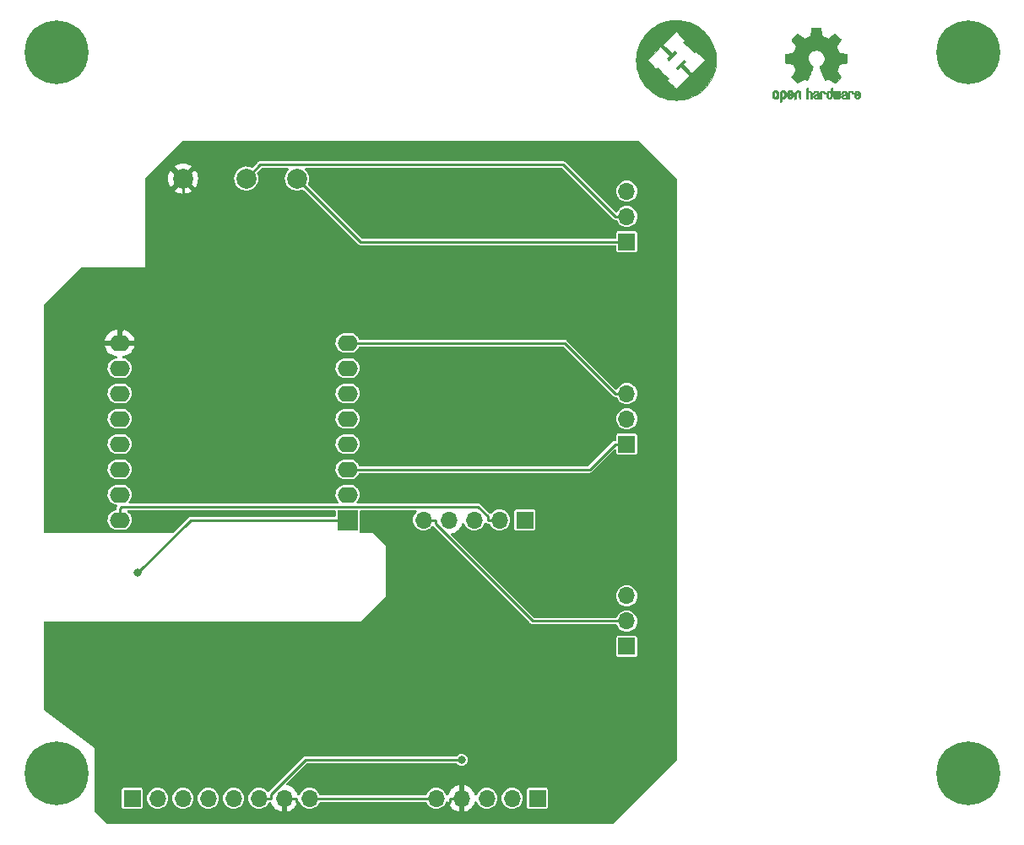
<source format=gbr>
%TF.GenerationSoftware,KiCad,Pcbnew,(6.0.5)*%
%TF.CreationDate,2022-06-11T19:16:15+01:00*%
%TF.ProjectId,kiln-pcb,6b696c6e-2d70-4636-922e-6b696361645f,rev?*%
%TF.SameCoordinates,Original*%
%TF.FileFunction,Copper,L1,Top*%
%TF.FilePolarity,Positive*%
%FSLAX46Y46*%
G04 Gerber Fmt 4.6, Leading zero omitted, Abs format (unit mm)*
G04 Created by KiCad (PCBNEW (6.0.5)) date 2022-06-11 19:16:15*
%MOMM*%
%LPD*%
G01*
G04 APERTURE LIST*
%TA.AperFunction,EtchedComponent*%
%ADD10C,0.010000*%
%TD*%
%TA.AperFunction,ComponentPad*%
%ADD11C,0.800000*%
%TD*%
%TA.AperFunction,ComponentPad*%
%ADD12C,6.400000*%
%TD*%
%TA.AperFunction,ComponentPad*%
%ADD13R,1.700000X1.700000*%
%TD*%
%TA.AperFunction,ComponentPad*%
%ADD14O,1.700000X1.700000*%
%TD*%
%TA.AperFunction,SMDPad,CuDef*%
%ADD15C,2.000000*%
%TD*%
%TA.AperFunction,ComponentPad*%
%ADD16R,2.000000X2.000000*%
%TD*%
%TA.AperFunction,ComponentPad*%
%ADD17O,2.000000X1.600000*%
%TD*%
%TA.AperFunction,ViaPad*%
%ADD18C,0.800000*%
%TD*%
%TA.AperFunction,Conductor*%
%ADD19C,0.250000*%
%TD*%
G04 APERTURE END LIST*
%TO.C,Ref\u002A\u002A*%
G36*
X138230090Y-44456931D02*
G01*
X138231468Y-44450000D01*
X138329938Y-44062982D01*
X138466774Y-43690546D01*
X138639774Y-43335173D01*
X138846738Y-42999344D01*
X139085464Y-42685541D01*
X139353750Y-42396245D01*
X139649395Y-42133938D01*
X139970199Y-41901101D01*
X140313959Y-41700215D01*
X140678475Y-41533761D01*
X140885521Y-41458283D01*
X141283654Y-41347633D01*
X141686925Y-41278653D01*
X142092994Y-41251343D01*
X142499520Y-41265705D01*
X142904162Y-41321741D01*
X143304580Y-41419453D01*
X143422396Y-41456517D01*
X143786192Y-41595073D01*
X144122861Y-41761998D01*
X144438561Y-41961031D01*
X144739451Y-42195911D01*
X144935977Y-42375341D01*
X145165346Y-42611677D01*
X145361942Y-42847711D01*
X145533782Y-43094467D01*
X145688885Y-43362971D01*
X145767431Y-43518667D01*
X145925866Y-43893970D01*
X146044026Y-44277872D01*
X146122393Y-44667521D01*
X146161449Y-45060069D01*
X146161676Y-45452664D01*
X146123554Y-45842457D01*
X146047566Y-46226598D01*
X145934192Y-46602236D01*
X145783915Y-46966521D01*
X145597217Y-47316603D01*
X145374577Y-47649633D01*
X145116479Y-47962759D01*
X144995008Y-48090280D01*
X144693220Y-48364190D01*
X144367745Y-48604028D01*
X144021452Y-48808615D01*
X143657211Y-48976775D01*
X143277891Y-49107330D01*
X142886360Y-49199103D01*
X142485487Y-49250915D01*
X142138562Y-49262648D01*
X142014371Y-49259990D01*
X141886963Y-49254849D01*
X141771902Y-49247985D01*
X141689855Y-49240748D01*
X141329241Y-49180909D01*
X140965599Y-49084112D01*
X140608528Y-48953803D01*
X140267629Y-48793429D01*
X139987817Y-48629634D01*
X139654382Y-48389132D01*
X139351387Y-48120683D01*
X139079898Y-47826821D01*
X138840981Y-47510084D01*
X138635701Y-47173007D01*
X138465124Y-46818125D01*
X138330316Y-46447973D01*
X138232341Y-46065089D01*
X138172265Y-45672007D01*
X138151155Y-45271263D01*
X138151958Y-45254029D01*
X139266328Y-45254029D01*
X140164786Y-46153217D01*
X140239922Y-46079849D01*
X140315057Y-46006481D01*
X140864219Y-46555948D01*
X141413381Y-47105414D01*
X141340622Y-47180481D01*
X141267864Y-47255549D01*
X141711504Y-47699566D01*
X141823759Y-47811563D01*
X141926300Y-47913191D01*
X142015343Y-48000753D01*
X142087104Y-48070553D01*
X142137798Y-48118894D01*
X142163642Y-48142080D01*
X142166041Y-48143583D01*
X142182790Y-48129088D01*
X142226353Y-48087610D01*
X142293671Y-48022159D01*
X142381685Y-47935748D01*
X142487337Y-47831388D01*
X142607566Y-47712089D01*
X142739313Y-47580864D01*
X142843470Y-47476801D01*
X143510000Y-46810019D01*
X143060556Y-46360576D01*
X142611112Y-45911132D01*
X142462983Y-46058125D01*
X142314854Y-46205119D01*
X142240479Y-46133032D01*
X142197030Y-46086647D01*
X142170241Y-46049818D01*
X142166105Y-46038419D01*
X142180547Y-46017357D01*
X142220573Y-45971919D01*
X142281236Y-45907052D01*
X142357585Y-45827702D01*
X142444671Y-45738814D01*
X142537546Y-45645337D01*
X142631260Y-45552214D01*
X142720863Y-45464394D01*
X142801408Y-45386822D01*
X142867945Y-45324446D01*
X142915524Y-45282210D01*
X142939197Y-45265061D01*
X142940042Y-45264917D01*
X142966607Y-45279014D01*
X143009311Y-45314862D01*
X143034220Y-45339291D01*
X143106307Y-45413666D01*
X142822617Y-45699548D01*
X143722161Y-46598362D01*
X144388664Y-45931607D01*
X145055166Y-45264853D01*
X144606016Y-44815702D01*
X144156865Y-44366552D01*
X144086519Y-44434734D01*
X144040398Y-44475502D01*
X144004997Y-44499869D01*
X143995858Y-44502917D01*
X143976722Y-44488442D01*
X143931273Y-44447260D01*
X143862994Y-44382731D01*
X143775372Y-44298215D01*
X143671891Y-44197074D01*
X143556037Y-44082666D01*
X143436530Y-43963592D01*
X142897516Y-43424267D01*
X142975960Y-43343933D01*
X143054405Y-43263598D01*
X142155215Y-42365138D01*
X141488712Y-43031892D01*
X140822209Y-43698647D01*
X141721097Y-44597535D01*
X142008775Y-44312061D01*
X142098023Y-44402998D01*
X142145554Y-44454545D01*
X142177927Y-44495616D01*
X142187271Y-44514086D01*
X142172836Y-44534793D01*
X142132829Y-44579896D01*
X142072199Y-44644455D01*
X141995894Y-44723531D01*
X141908861Y-44812183D01*
X141816049Y-44905472D01*
X141722407Y-44998456D01*
X141632882Y-45086196D01*
X141552423Y-45163752D01*
X141485977Y-45226183D01*
X141438494Y-45268550D01*
X141414920Y-45285912D01*
X141414024Y-45286083D01*
X141388305Y-45271992D01*
X141344366Y-45235455D01*
X141302794Y-45195442D01*
X141213837Y-45104801D01*
X141362082Y-44957692D01*
X141510326Y-44810583D01*
X141060494Y-44360385D01*
X140610661Y-43910187D01*
X139938494Y-44582108D01*
X139266328Y-45254029D01*
X138151958Y-45254029D01*
X138170075Y-44865392D01*
X138230090Y-44456931D01*
G37*
D10*
X138230090Y-44456931D02*
X138231468Y-44450000D01*
X138329938Y-44062982D01*
X138466774Y-43690546D01*
X138639774Y-43335173D01*
X138846738Y-42999344D01*
X139085464Y-42685541D01*
X139353750Y-42396245D01*
X139649395Y-42133938D01*
X139970199Y-41901101D01*
X140313959Y-41700215D01*
X140678475Y-41533761D01*
X140885521Y-41458283D01*
X141283654Y-41347633D01*
X141686925Y-41278653D01*
X142092994Y-41251343D01*
X142499520Y-41265705D01*
X142904162Y-41321741D01*
X143304580Y-41419453D01*
X143422396Y-41456517D01*
X143786192Y-41595073D01*
X144122861Y-41761998D01*
X144438561Y-41961031D01*
X144739451Y-42195911D01*
X144935977Y-42375341D01*
X145165346Y-42611677D01*
X145361942Y-42847711D01*
X145533782Y-43094467D01*
X145688885Y-43362971D01*
X145767431Y-43518667D01*
X145925866Y-43893970D01*
X146044026Y-44277872D01*
X146122393Y-44667521D01*
X146161449Y-45060069D01*
X146161676Y-45452664D01*
X146123554Y-45842457D01*
X146047566Y-46226598D01*
X145934192Y-46602236D01*
X145783915Y-46966521D01*
X145597217Y-47316603D01*
X145374577Y-47649633D01*
X145116479Y-47962759D01*
X144995008Y-48090280D01*
X144693220Y-48364190D01*
X144367745Y-48604028D01*
X144021452Y-48808615D01*
X143657211Y-48976775D01*
X143277891Y-49107330D01*
X142886360Y-49199103D01*
X142485487Y-49250915D01*
X142138562Y-49262648D01*
X142014371Y-49259990D01*
X141886963Y-49254849D01*
X141771902Y-49247985D01*
X141689855Y-49240748D01*
X141329241Y-49180909D01*
X140965599Y-49084112D01*
X140608528Y-48953803D01*
X140267629Y-48793429D01*
X139987817Y-48629634D01*
X139654382Y-48389132D01*
X139351387Y-48120683D01*
X139079898Y-47826821D01*
X138840981Y-47510084D01*
X138635701Y-47173007D01*
X138465124Y-46818125D01*
X138330316Y-46447973D01*
X138232341Y-46065089D01*
X138172265Y-45672007D01*
X138151155Y-45271263D01*
X138151958Y-45254029D01*
X139266328Y-45254029D01*
X140164786Y-46153217D01*
X140239922Y-46079849D01*
X140315057Y-46006481D01*
X140864219Y-46555948D01*
X141413381Y-47105414D01*
X141340622Y-47180481D01*
X141267864Y-47255549D01*
X141711504Y-47699566D01*
X141823759Y-47811563D01*
X141926300Y-47913191D01*
X142015343Y-48000753D01*
X142087104Y-48070553D01*
X142137798Y-48118894D01*
X142163642Y-48142080D01*
X142166041Y-48143583D01*
X142182790Y-48129088D01*
X142226353Y-48087610D01*
X142293671Y-48022159D01*
X142381685Y-47935748D01*
X142487337Y-47831388D01*
X142607566Y-47712089D01*
X142739313Y-47580864D01*
X142843470Y-47476801D01*
X143510000Y-46810019D01*
X143060556Y-46360576D01*
X142611112Y-45911132D01*
X142462983Y-46058125D01*
X142314854Y-46205119D01*
X142240479Y-46133032D01*
X142197030Y-46086647D01*
X142170241Y-46049818D01*
X142166105Y-46038419D01*
X142180547Y-46017357D01*
X142220573Y-45971919D01*
X142281236Y-45907052D01*
X142357585Y-45827702D01*
X142444671Y-45738814D01*
X142537546Y-45645337D01*
X142631260Y-45552214D01*
X142720863Y-45464394D01*
X142801408Y-45386822D01*
X142867945Y-45324446D01*
X142915524Y-45282210D01*
X142939197Y-45265061D01*
X142940042Y-45264917D01*
X142966607Y-45279014D01*
X143009311Y-45314862D01*
X143034220Y-45339291D01*
X143106307Y-45413666D01*
X142822617Y-45699548D01*
X143722161Y-46598362D01*
X144388664Y-45931607D01*
X145055166Y-45264853D01*
X144606016Y-44815702D01*
X144156865Y-44366552D01*
X144086519Y-44434734D01*
X144040398Y-44475502D01*
X144004997Y-44499869D01*
X143995858Y-44502917D01*
X143976722Y-44488442D01*
X143931273Y-44447260D01*
X143862994Y-44382731D01*
X143775372Y-44298215D01*
X143671891Y-44197074D01*
X143556037Y-44082666D01*
X143436530Y-43963592D01*
X142897516Y-43424267D01*
X142975960Y-43343933D01*
X143054405Y-43263598D01*
X142155215Y-42365138D01*
X141488712Y-43031892D01*
X140822209Y-43698647D01*
X141721097Y-44597535D01*
X142008775Y-44312061D01*
X142098023Y-44402998D01*
X142145554Y-44454545D01*
X142177927Y-44495616D01*
X142187271Y-44514086D01*
X142172836Y-44534793D01*
X142132829Y-44579896D01*
X142072199Y-44644455D01*
X141995894Y-44723531D01*
X141908861Y-44812183D01*
X141816049Y-44905472D01*
X141722407Y-44998456D01*
X141632882Y-45086196D01*
X141552423Y-45163752D01*
X141485977Y-45226183D01*
X141438494Y-45268550D01*
X141414920Y-45285912D01*
X141414024Y-45286083D01*
X141388305Y-45271992D01*
X141344366Y-45235455D01*
X141302794Y-45195442D01*
X141213837Y-45104801D01*
X141362082Y-44957692D01*
X141510326Y-44810583D01*
X141060494Y-44360385D01*
X140610661Y-43910187D01*
X139938494Y-44582108D01*
X139266328Y-45254029D01*
X138151958Y-45254029D01*
X138170075Y-44865392D01*
X138230090Y-44456931D01*
%TO.C,REF\u002A\u002A*%
G36*
X152566873Y-48614679D02*
G01*
X152570606Y-48550905D01*
X152575907Y-48505582D01*
X152583258Y-48473555D01*
X152593143Y-48449668D01*
X152606046Y-48428764D01*
X152611579Y-48420898D01*
X152684969Y-48346595D01*
X152777760Y-48304467D01*
X152885096Y-48292722D01*
X152978886Y-48304505D01*
X153053539Y-48341727D01*
X153119431Y-48410261D01*
X153137577Y-48435648D01*
X153157345Y-48468866D01*
X153170172Y-48504945D01*
X153177510Y-48553098D01*
X153180813Y-48622536D01*
X153181538Y-48714206D01*
X153178263Y-48839830D01*
X153166877Y-48934154D01*
X153145041Y-49004523D01*
X153110419Y-49058286D01*
X153060670Y-49102788D01*
X153057014Y-49105423D01*
X153007985Y-49132377D01*
X152948945Y-49145712D01*
X152873859Y-49149000D01*
X152751795Y-49149000D01*
X152751744Y-49267497D01*
X152750608Y-49333492D01*
X152743686Y-49372202D01*
X152725598Y-49395419D01*
X152690962Y-49414933D01*
X152682645Y-49418920D01*
X152643720Y-49437603D01*
X152613583Y-49449403D01*
X152591174Y-49450422D01*
X152575433Y-49436761D01*
X152565302Y-49404522D01*
X152559723Y-49349804D01*
X152557635Y-49268711D01*
X152557981Y-49157344D01*
X152559700Y-49011802D01*
X152560237Y-48968269D01*
X152562172Y-48818205D01*
X152563904Y-48720042D01*
X152751692Y-48720042D01*
X152752748Y-48803364D01*
X152757438Y-48857880D01*
X152768051Y-48893837D01*
X152786872Y-48921482D01*
X152799650Y-48934965D01*
X152851890Y-48974417D01*
X152898142Y-48977628D01*
X152945867Y-48945049D01*
X152947077Y-48943846D01*
X152966494Y-48918668D01*
X152978307Y-48884447D01*
X152984265Y-48831748D01*
X152986120Y-48751131D01*
X152986154Y-48733271D01*
X152981670Y-48622175D01*
X152967074Y-48545161D01*
X152940650Y-48498147D01*
X152900683Y-48477050D01*
X152877584Y-48474923D01*
X152822762Y-48484900D01*
X152785158Y-48517752D01*
X152762523Y-48577857D01*
X152752606Y-48669598D01*
X152751692Y-48720042D01*
X152563904Y-48720042D01*
X152564222Y-48702060D01*
X152566873Y-48614679D01*
G37*
X152566873Y-48614679D02*
X152570606Y-48550905D01*
X152575907Y-48505582D01*
X152583258Y-48473555D01*
X152593143Y-48449668D01*
X152606046Y-48428764D01*
X152611579Y-48420898D01*
X152684969Y-48346595D01*
X152777760Y-48304467D01*
X152885096Y-48292722D01*
X152978886Y-48304505D01*
X153053539Y-48341727D01*
X153119431Y-48410261D01*
X153137577Y-48435648D01*
X153157345Y-48468866D01*
X153170172Y-48504945D01*
X153177510Y-48553098D01*
X153180813Y-48622536D01*
X153181538Y-48714206D01*
X153178263Y-48839830D01*
X153166877Y-48934154D01*
X153145041Y-49004523D01*
X153110419Y-49058286D01*
X153060670Y-49102788D01*
X153057014Y-49105423D01*
X153007985Y-49132377D01*
X152948945Y-49145712D01*
X152873859Y-49149000D01*
X152751795Y-49149000D01*
X152751744Y-49267497D01*
X152750608Y-49333492D01*
X152743686Y-49372202D01*
X152725598Y-49395419D01*
X152690962Y-49414933D01*
X152682645Y-49418920D01*
X152643720Y-49437603D01*
X152613583Y-49449403D01*
X152591174Y-49450422D01*
X152575433Y-49436761D01*
X152565302Y-49404522D01*
X152559723Y-49349804D01*
X152557635Y-49268711D01*
X152557981Y-49157344D01*
X152559700Y-49011802D01*
X152560237Y-48968269D01*
X152562172Y-48818205D01*
X152563904Y-48720042D01*
X152751692Y-48720042D01*
X152752748Y-48803364D01*
X152757438Y-48857880D01*
X152768051Y-48893837D01*
X152786872Y-48921482D01*
X152799650Y-48934965D01*
X152851890Y-48974417D01*
X152898142Y-48977628D01*
X152945867Y-48945049D01*
X152947077Y-48943846D01*
X152966494Y-48918668D01*
X152978307Y-48884447D01*
X152984265Y-48831748D01*
X152986120Y-48751131D01*
X152986154Y-48733271D01*
X152981670Y-48622175D01*
X152967074Y-48545161D01*
X152940650Y-48498147D01*
X152900683Y-48477050D01*
X152877584Y-48474923D01*
X152822762Y-48484900D01*
X152785158Y-48517752D01*
X152762523Y-48577857D01*
X152752606Y-48669598D01*
X152751692Y-48720042D01*
X152563904Y-48720042D01*
X152564222Y-48702060D01*
X152566873Y-48614679D01*
G36*
X155369846Y-48212120D02*
G01*
X155375572Y-48291980D01*
X155382149Y-48339039D01*
X155391262Y-48359566D01*
X155404598Y-48359829D01*
X155408923Y-48357378D01*
X155466444Y-48339636D01*
X155541268Y-48340672D01*
X155617339Y-48358910D01*
X155664918Y-48382505D01*
X155713702Y-48420198D01*
X155749364Y-48462855D01*
X155773845Y-48517057D01*
X155789087Y-48589384D01*
X155797030Y-48686419D01*
X155799616Y-48814742D01*
X155799662Y-48839358D01*
X155799692Y-49115870D01*
X155738161Y-49137320D01*
X155694459Y-49151912D01*
X155670482Y-49158706D01*
X155669777Y-49158769D01*
X155667415Y-49140345D01*
X155665406Y-49089526D01*
X155663901Y-49012993D01*
X155663053Y-48917430D01*
X155662923Y-48859329D01*
X155662651Y-48744771D01*
X155661252Y-48662667D01*
X155657849Y-48606393D01*
X155651567Y-48569326D01*
X155641529Y-48544844D01*
X155626861Y-48526325D01*
X155617702Y-48517406D01*
X155554789Y-48481466D01*
X155486136Y-48478775D01*
X155423848Y-48509170D01*
X155412329Y-48520144D01*
X155395433Y-48540779D01*
X155383714Y-48565256D01*
X155376233Y-48600647D01*
X155372054Y-48654026D01*
X155370237Y-48732466D01*
X155369846Y-48840617D01*
X155369846Y-49115870D01*
X155308315Y-49137320D01*
X155264613Y-49151912D01*
X155240636Y-49158706D01*
X155239930Y-49158769D01*
X155238126Y-49140069D01*
X155236500Y-49087322D01*
X155235117Y-49005557D01*
X155234042Y-48899805D01*
X155233340Y-48775094D01*
X155233077Y-48636455D01*
X155233077Y-48101806D01*
X155360077Y-48048236D01*
X155369846Y-48212120D01*
G37*
X155369846Y-48212120D02*
X155375572Y-48291980D01*
X155382149Y-48339039D01*
X155391262Y-48359566D01*
X155404598Y-48359829D01*
X155408923Y-48357378D01*
X155466444Y-48339636D01*
X155541268Y-48340672D01*
X155617339Y-48358910D01*
X155664918Y-48382505D01*
X155713702Y-48420198D01*
X155749364Y-48462855D01*
X155773845Y-48517057D01*
X155789087Y-48589384D01*
X155797030Y-48686419D01*
X155799616Y-48814742D01*
X155799662Y-48839358D01*
X155799692Y-49115870D01*
X155738161Y-49137320D01*
X155694459Y-49151912D01*
X155670482Y-49158706D01*
X155669777Y-49158769D01*
X155667415Y-49140345D01*
X155665406Y-49089526D01*
X155663901Y-49012993D01*
X155663053Y-48917430D01*
X155662923Y-48859329D01*
X155662651Y-48744771D01*
X155661252Y-48662667D01*
X155657849Y-48606393D01*
X155651567Y-48569326D01*
X155641529Y-48544844D01*
X155626861Y-48526325D01*
X155617702Y-48517406D01*
X155554789Y-48481466D01*
X155486136Y-48478775D01*
X155423848Y-48509170D01*
X155412329Y-48520144D01*
X155395433Y-48540779D01*
X155383714Y-48565256D01*
X155376233Y-48600647D01*
X155372054Y-48654026D01*
X155370237Y-48732466D01*
X155369846Y-48840617D01*
X155369846Y-49115870D01*
X155308315Y-49137320D01*
X155264613Y-49151912D01*
X155240636Y-49158706D01*
X155239930Y-49158769D01*
X155238126Y-49140069D01*
X155236500Y-49087322D01*
X155235117Y-49005557D01*
X155234042Y-48899805D01*
X155233340Y-48775094D01*
X155233077Y-48636455D01*
X155233077Y-48101806D01*
X155360077Y-48048236D01*
X155369846Y-48212120D01*
G36*
X156263501Y-48346303D02*
G01*
X156340060Y-48374733D01*
X156340936Y-48375279D01*
X156388285Y-48410127D01*
X156423241Y-48450852D01*
X156447825Y-48503925D01*
X156464062Y-48575814D01*
X156473975Y-48672992D01*
X156479586Y-48801928D01*
X156480077Y-48820298D01*
X156487141Y-49097287D01*
X156427695Y-49128028D01*
X156384681Y-49148802D01*
X156358710Y-49158646D01*
X156357509Y-49158769D01*
X156353014Y-49140606D01*
X156349444Y-49091612D01*
X156347248Y-49020031D01*
X156346769Y-48962068D01*
X156346758Y-48868170D01*
X156342466Y-48809203D01*
X156327503Y-48781079D01*
X156295482Y-48779706D01*
X156240014Y-48800998D01*
X156156269Y-48840136D01*
X156094689Y-48872643D01*
X156063017Y-48900845D01*
X156053706Y-48931582D01*
X156053692Y-48933104D01*
X156069057Y-48986054D01*
X156114547Y-49014660D01*
X156184166Y-49018803D01*
X156234313Y-49018084D01*
X156260754Y-49032527D01*
X156277243Y-49067218D01*
X156286733Y-49111416D01*
X156273057Y-49136493D01*
X156267907Y-49140082D01*
X156219425Y-49154496D01*
X156151531Y-49156537D01*
X156081612Y-49146983D01*
X156032068Y-49129522D01*
X155963570Y-49071364D01*
X155924634Y-48990408D01*
X155916923Y-48927160D01*
X155922807Y-48870111D01*
X155944101Y-48823542D01*
X155986265Y-48782181D01*
X156054759Y-48740755D01*
X156155044Y-48693993D01*
X156161154Y-48691350D01*
X156251490Y-48649617D01*
X156307235Y-48615391D01*
X156331129Y-48584635D01*
X156325913Y-48553311D01*
X156294328Y-48517383D01*
X156284883Y-48509116D01*
X156221617Y-48477058D01*
X156156064Y-48478407D01*
X156098972Y-48509838D01*
X156061093Y-48568024D01*
X156057574Y-48579446D01*
X156023300Y-48634837D01*
X155979809Y-48661518D01*
X155916923Y-48687960D01*
X155916923Y-48619548D01*
X155936052Y-48520110D01*
X155992831Y-48428902D01*
X156022378Y-48398389D01*
X156089542Y-48359228D01*
X156174956Y-48341500D01*
X156263501Y-48346303D01*
G37*
X156263501Y-48346303D02*
X156340060Y-48374733D01*
X156340936Y-48375279D01*
X156388285Y-48410127D01*
X156423241Y-48450852D01*
X156447825Y-48503925D01*
X156464062Y-48575814D01*
X156473975Y-48672992D01*
X156479586Y-48801928D01*
X156480077Y-48820298D01*
X156487141Y-49097287D01*
X156427695Y-49128028D01*
X156384681Y-49148802D01*
X156358710Y-49158646D01*
X156357509Y-49158769D01*
X156353014Y-49140606D01*
X156349444Y-49091612D01*
X156347248Y-49020031D01*
X156346769Y-48962068D01*
X156346758Y-48868170D01*
X156342466Y-48809203D01*
X156327503Y-48781079D01*
X156295482Y-48779706D01*
X156240014Y-48800998D01*
X156156269Y-48840136D01*
X156094689Y-48872643D01*
X156063017Y-48900845D01*
X156053706Y-48931582D01*
X156053692Y-48933104D01*
X156069057Y-48986054D01*
X156114547Y-49014660D01*
X156184166Y-49018803D01*
X156234313Y-49018084D01*
X156260754Y-49032527D01*
X156277243Y-49067218D01*
X156286733Y-49111416D01*
X156273057Y-49136493D01*
X156267907Y-49140082D01*
X156219425Y-49154496D01*
X156151531Y-49156537D01*
X156081612Y-49146983D01*
X156032068Y-49129522D01*
X155963570Y-49071364D01*
X155924634Y-48990408D01*
X155916923Y-48927160D01*
X155922807Y-48870111D01*
X155944101Y-48823542D01*
X155986265Y-48782181D01*
X156054759Y-48740755D01*
X156155044Y-48693993D01*
X156161154Y-48691350D01*
X156251490Y-48649617D01*
X156307235Y-48615391D01*
X156331129Y-48584635D01*
X156325913Y-48553311D01*
X156294328Y-48517383D01*
X156284883Y-48509116D01*
X156221617Y-48477058D01*
X156156064Y-48478407D01*
X156098972Y-48509838D01*
X156061093Y-48568024D01*
X156057574Y-48579446D01*
X156023300Y-48634837D01*
X155979809Y-48661518D01*
X155916923Y-48687960D01*
X155916923Y-48619548D01*
X155936052Y-48520110D01*
X155992831Y-48428902D01*
X156022378Y-48398389D01*
X156089542Y-48359228D01*
X156174956Y-48341500D01*
X156263501Y-48346303D01*
G36*
X158605929Y-48356662D02*
G01*
X158608911Y-48408068D01*
X158611247Y-48486192D01*
X158612749Y-48584857D01*
X158613231Y-48688343D01*
X158613231Y-49038533D01*
X158551401Y-49100363D01*
X158508793Y-49138462D01*
X158471390Y-49153895D01*
X158420270Y-49152918D01*
X158399978Y-49150433D01*
X158336554Y-49143200D01*
X158284095Y-49139055D01*
X158271308Y-49138672D01*
X158228199Y-49141176D01*
X158166544Y-49147462D01*
X158142638Y-49150433D01*
X158083922Y-49155028D01*
X158044464Y-49145046D01*
X158005338Y-49114228D01*
X157991215Y-49100363D01*
X157929385Y-49038533D01*
X157929385Y-48383503D01*
X157979150Y-48360829D01*
X158022002Y-48344034D01*
X158047073Y-48338154D01*
X158053501Y-48356736D01*
X158059509Y-48408655D01*
X158064697Y-48488172D01*
X158068664Y-48589546D01*
X158070577Y-48675192D01*
X158075923Y-49012231D01*
X158122560Y-49018825D01*
X158164976Y-49014214D01*
X158185760Y-48999287D01*
X158191570Y-48971377D01*
X158196530Y-48911925D01*
X158200246Y-48828466D01*
X158202324Y-48728532D01*
X158202624Y-48677104D01*
X158202923Y-48381054D01*
X158264454Y-48359604D01*
X158308004Y-48345020D01*
X158331694Y-48338219D01*
X158332377Y-48338154D01*
X158334754Y-48356642D01*
X158337366Y-48407906D01*
X158339995Y-48485649D01*
X158342421Y-48583574D01*
X158344115Y-48675192D01*
X158349461Y-49012231D01*
X158466692Y-49012231D01*
X158472072Y-48704746D01*
X158477451Y-48397261D01*
X158534601Y-48367707D01*
X158576797Y-48347413D01*
X158601770Y-48338204D01*
X158602491Y-48338154D01*
X158605929Y-48356662D01*
G37*
X158605929Y-48356662D02*
X158608911Y-48408068D01*
X158611247Y-48486192D01*
X158612749Y-48584857D01*
X158613231Y-48688343D01*
X158613231Y-49038533D01*
X158551401Y-49100363D01*
X158508793Y-49138462D01*
X158471390Y-49153895D01*
X158420270Y-49152918D01*
X158399978Y-49150433D01*
X158336554Y-49143200D01*
X158284095Y-49139055D01*
X158271308Y-49138672D01*
X158228199Y-49141176D01*
X158166544Y-49147462D01*
X158142638Y-49150433D01*
X158083922Y-49155028D01*
X158044464Y-49145046D01*
X158005338Y-49114228D01*
X157991215Y-49100363D01*
X157929385Y-49038533D01*
X157929385Y-48383503D01*
X157979150Y-48360829D01*
X158022002Y-48344034D01*
X158047073Y-48338154D01*
X158053501Y-48356736D01*
X158059509Y-48408655D01*
X158064697Y-48488172D01*
X158068664Y-48589546D01*
X158070577Y-48675192D01*
X158075923Y-49012231D01*
X158122560Y-49018825D01*
X158164976Y-49014214D01*
X158185760Y-48999287D01*
X158191570Y-48971377D01*
X158196530Y-48911925D01*
X158200246Y-48828466D01*
X158202324Y-48728532D01*
X158202624Y-48677104D01*
X158202923Y-48381054D01*
X158264454Y-48359604D01*
X158308004Y-48345020D01*
X158331694Y-48338219D01*
X158332377Y-48338154D01*
X158334754Y-48356642D01*
X158337366Y-48407906D01*
X158339995Y-48485649D01*
X158342421Y-48583574D01*
X158344115Y-48675192D01*
X158349461Y-49012231D01*
X158466692Y-49012231D01*
X158472072Y-48704746D01*
X158477451Y-48397261D01*
X158534601Y-48367707D01*
X158576797Y-48347413D01*
X158601770Y-48338204D01*
X158602491Y-48338154D01*
X158605929Y-48356662D01*
G36*
X159780807Y-48356782D02*
G01*
X159804161Y-48366988D01*
X159859902Y-48411134D01*
X159907569Y-48474967D01*
X159937048Y-48543087D01*
X159941846Y-48576670D01*
X159925760Y-48623556D01*
X159890475Y-48648365D01*
X159852644Y-48663387D01*
X159835321Y-48666155D01*
X159826886Y-48646066D01*
X159810230Y-48602351D01*
X159802923Y-48582598D01*
X159761948Y-48514271D01*
X159702622Y-48480191D01*
X159626552Y-48481239D01*
X159620918Y-48482581D01*
X159580305Y-48501836D01*
X159550448Y-48539375D01*
X159530055Y-48599809D01*
X159517836Y-48687751D01*
X159512500Y-48807813D01*
X159512000Y-48871698D01*
X159511752Y-48972403D01*
X159510126Y-49041054D01*
X159505801Y-49084673D01*
X159497454Y-49110282D01*
X159483765Y-49124903D01*
X159463411Y-49135558D01*
X159462234Y-49136095D01*
X159423038Y-49152667D01*
X159403619Y-49158769D01*
X159400635Y-49140319D01*
X159398081Y-49089323D01*
X159396140Y-49012308D01*
X159394997Y-48915805D01*
X159394769Y-48845184D01*
X159395932Y-48708525D01*
X159400479Y-48604851D01*
X159409999Y-48528108D01*
X159426081Y-48472246D01*
X159450313Y-48431212D01*
X159484286Y-48398954D01*
X159517833Y-48376440D01*
X159598499Y-48346476D01*
X159692381Y-48339718D01*
X159780807Y-48356782D01*
G37*
X159780807Y-48356782D02*
X159804161Y-48366988D01*
X159859902Y-48411134D01*
X159907569Y-48474967D01*
X159937048Y-48543087D01*
X159941846Y-48576670D01*
X159925760Y-48623556D01*
X159890475Y-48648365D01*
X159852644Y-48663387D01*
X159835321Y-48666155D01*
X159826886Y-48646066D01*
X159810230Y-48602351D01*
X159802923Y-48582598D01*
X159761948Y-48514271D01*
X159702622Y-48480191D01*
X159626552Y-48481239D01*
X159620918Y-48482581D01*
X159580305Y-48501836D01*
X159550448Y-48539375D01*
X159530055Y-48599809D01*
X159517836Y-48687751D01*
X159512500Y-48807813D01*
X159512000Y-48871698D01*
X159511752Y-48972403D01*
X159510126Y-49041054D01*
X159505801Y-49084673D01*
X159497454Y-49110282D01*
X159483765Y-49124903D01*
X159463411Y-49135558D01*
X159462234Y-49136095D01*
X159423038Y-49152667D01*
X159403619Y-49158769D01*
X159400635Y-49140319D01*
X159398081Y-49089323D01*
X159396140Y-49012308D01*
X159394997Y-48915805D01*
X159394769Y-48845184D01*
X159395932Y-48708525D01*
X159400479Y-48604851D01*
X159409999Y-48528108D01*
X159426081Y-48472246D01*
X159450313Y-48431212D01*
X159484286Y-48398954D01*
X159517833Y-48376440D01*
X159598499Y-48346476D01*
X159692381Y-48339718D01*
X159780807Y-48356782D01*
G36*
X153344778Y-48461055D02*
G01*
X153390421Y-48395215D01*
X153472802Y-48328681D01*
X153563546Y-48295676D01*
X153656185Y-48293573D01*
X153744254Y-48319745D01*
X153821286Y-48371567D01*
X153880816Y-48446412D01*
X153916378Y-48541654D01*
X153923571Y-48611756D01*
X153922754Y-48641009D01*
X153915914Y-48663407D01*
X153897112Y-48683474D01*
X153860408Y-48705733D01*
X153799862Y-48734709D01*
X153709534Y-48774927D01*
X153709077Y-48775129D01*
X153625933Y-48813210D01*
X153557753Y-48847025D01*
X153511505Y-48872933D01*
X153494158Y-48887295D01*
X153494154Y-48887411D01*
X153509443Y-48918685D01*
X153545196Y-48953157D01*
X153586242Y-48977990D01*
X153607037Y-48982923D01*
X153663770Y-48965862D01*
X153712627Y-48923133D01*
X153736465Y-48876155D01*
X153759397Y-48841522D01*
X153804318Y-48802081D01*
X153857123Y-48768009D01*
X153903710Y-48749480D01*
X153913452Y-48748462D01*
X153924418Y-48765215D01*
X153925079Y-48808039D01*
X153917020Y-48865781D01*
X153901827Y-48927289D01*
X153881086Y-48981409D01*
X153880038Y-48983510D01*
X153817621Y-49070660D01*
X153736726Y-49129939D01*
X153644856Y-49159034D01*
X153549513Y-49155634D01*
X153458198Y-49117428D01*
X153454138Y-49114741D01*
X153382306Y-49049642D01*
X153335073Y-48964705D01*
X153308934Y-48853021D01*
X153305426Y-48821643D01*
X153299213Y-48673536D01*
X153306661Y-48604468D01*
X153494154Y-48604468D01*
X153496590Y-48647552D01*
X153509914Y-48660126D01*
X153543132Y-48650719D01*
X153595494Y-48628483D01*
X153654024Y-48600610D01*
X153655479Y-48599872D01*
X153705089Y-48573777D01*
X153725000Y-48556363D01*
X153720090Y-48538107D01*
X153699416Y-48514120D01*
X153646819Y-48479406D01*
X153590177Y-48476856D01*
X153539369Y-48502119D01*
X153504276Y-48550847D01*
X153494154Y-48604468D01*
X153306661Y-48604468D01*
X153311992Y-48555036D01*
X153344778Y-48461055D01*
G37*
X153344778Y-48461055D02*
X153390421Y-48395215D01*
X153472802Y-48328681D01*
X153563546Y-48295676D01*
X153656185Y-48293573D01*
X153744254Y-48319745D01*
X153821286Y-48371567D01*
X153880816Y-48446412D01*
X153916378Y-48541654D01*
X153923571Y-48611756D01*
X153922754Y-48641009D01*
X153915914Y-48663407D01*
X153897112Y-48683474D01*
X153860408Y-48705733D01*
X153799862Y-48734709D01*
X153709534Y-48774927D01*
X153709077Y-48775129D01*
X153625933Y-48813210D01*
X153557753Y-48847025D01*
X153511505Y-48872933D01*
X153494158Y-48887295D01*
X153494154Y-48887411D01*
X153509443Y-48918685D01*
X153545196Y-48953157D01*
X153586242Y-48977990D01*
X153607037Y-48982923D01*
X153663770Y-48965862D01*
X153712627Y-48923133D01*
X153736465Y-48876155D01*
X153759397Y-48841522D01*
X153804318Y-48802081D01*
X153857123Y-48768009D01*
X153903710Y-48749480D01*
X153913452Y-48748462D01*
X153924418Y-48765215D01*
X153925079Y-48808039D01*
X153917020Y-48865781D01*
X153901827Y-48927289D01*
X153881086Y-48981409D01*
X153880038Y-48983510D01*
X153817621Y-49070660D01*
X153736726Y-49129939D01*
X153644856Y-49159034D01*
X153549513Y-49155634D01*
X153458198Y-49117428D01*
X153454138Y-49114741D01*
X153382306Y-49049642D01*
X153335073Y-48964705D01*
X153308934Y-48853021D01*
X153305426Y-48821643D01*
X153299213Y-48673536D01*
X153306661Y-48604468D01*
X153494154Y-48604468D01*
X153496590Y-48647552D01*
X153509914Y-48660126D01*
X153543132Y-48650719D01*
X153595494Y-48628483D01*
X153654024Y-48600610D01*
X153655479Y-48599872D01*
X153705089Y-48573777D01*
X153725000Y-48556363D01*
X153720090Y-48538107D01*
X153699416Y-48514120D01*
X153646819Y-48479406D01*
X153590177Y-48476856D01*
X153539369Y-48502119D01*
X153504276Y-48550847D01*
X153494154Y-48604468D01*
X153306661Y-48604468D01*
X153311992Y-48555036D01*
X153344778Y-48461055D01*
G36*
X157266362Y-48533577D02*
G01*
X157296528Y-48464269D01*
X157343629Y-48410211D01*
X157380312Y-48382505D01*
X157446990Y-48352572D01*
X157524272Y-48338678D01*
X157596110Y-48342397D01*
X157636308Y-48357400D01*
X157652082Y-48361670D01*
X157662550Y-48345750D01*
X157669856Y-48303089D01*
X157675385Y-48238106D01*
X157681437Y-48165732D01*
X157689844Y-48122187D01*
X157705141Y-48097287D01*
X157731864Y-48080845D01*
X157748654Y-48073564D01*
X157812154Y-48046963D01*
X157812081Y-48500289D01*
X157811833Y-48646320D01*
X157810872Y-48758655D01*
X157808794Y-48842678D01*
X157805193Y-48903769D01*
X157799665Y-48947309D01*
X157791804Y-48978679D01*
X157781207Y-49003262D01*
X157773182Y-49017294D01*
X157706728Y-49093388D01*
X157622470Y-49141084D01*
X157529249Y-49158199D01*
X157435900Y-49142546D01*
X157380312Y-49114418D01*
X157321957Y-49065760D01*
X157282186Y-49006333D01*
X157258190Y-48928507D01*
X157247161Y-48824652D01*
X157245599Y-48748462D01*
X157245809Y-48742986D01*
X157382308Y-48742986D01*
X157383141Y-48830355D01*
X157386961Y-48888192D01*
X157395746Y-48926029D01*
X157411474Y-48953398D01*
X157430266Y-48974042D01*
X157493375Y-49013890D01*
X157561137Y-49017295D01*
X157625179Y-48984025D01*
X157630164Y-48979517D01*
X157651439Y-48956067D01*
X157664779Y-48928166D01*
X157672001Y-48886641D01*
X157674923Y-48822316D01*
X157675385Y-48751200D01*
X157674383Y-48661858D01*
X157670238Y-48602258D01*
X157661236Y-48563089D01*
X157645667Y-48535040D01*
X157632902Y-48520144D01*
X157573600Y-48482575D01*
X157505301Y-48478057D01*
X157440110Y-48506753D01*
X157427528Y-48517406D01*
X157406111Y-48541063D01*
X157392744Y-48569251D01*
X157385566Y-48611245D01*
X157382719Y-48676319D01*
X157382308Y-48742986D01*
X157245809Y-48742986D01*
X157250322Y-48625765D01*
X157266362Y-48533577D01*
G37*
X157266362Y-48533577D02*
X157296528Y-48464269D01*
X157343629Y-48410211D01*
X157380312Y-48382505D01*
X157446990Y-48352572D01*
X157524272Y-48338678D01*
X157596110Y-48342397D01*
X157636308Y-48357400D01*
X157652082Y-48361670D01*
X157662550Y-48345750D01*
X157669856Y-48303089D01*
X157675385Y-48238106D01*
X157681437Y-48165732D01*
X157689844Y-48122187D01*
X157705141Y-48097287D01*
X157731864Y-48080845D01*
X157748654Y-48073564D01*
X157812154Y-48046963D01*
X157812081Y-48500289D01*
X157811833Y-48646320D01*
X157810872Y-48758655D01*
X157808794Y-48842678D01*
X157805193Y-48903769D01*
X157799665Y-48947309D01*
X157791804Y-48978679D01*
X157781207Y-49003262D01*
X157773182Y-49017294D01*
X157706728Y-49093388D01*
X157622470Y-49141084D01*
X157529249Y-49158199D01*
X157435900Y-49142546D01*
X157380312Y-49114418D01*
X157321957Y-49065760D01*
X157282186Y-49006333D01*
X157258190Y-48928507D01*
X157247161Y-48824652D01*
X157245599Y-48748462D01*
X157245809Y-48742986D01*
X157382308Y-48742986D01*
X157383141Y-48830355D01*
X157386961Y-48888192D01*
X157395746Y-48926029D01*
X157411474Y-48953398D01*
X157430266Y-48974042D01*
X157493375Y-49013890D01*
X157561137Y-49017295D01*
X157625179Y-48984025D01*
X157630164Y-48979517D01*
X157651439Y-48956067D01*
X157664779Y-48928166D01*
X157672001Y-48886641D01*
X157674923Y-48822316D01*
X157675385Y-48751200D01*
X157674383Y-48661858D01*
X157670238Y-48602258D01*
X157661236Y-48563089D01*
X157645667Y-48535040D01*
X157632902Y-48520144D01*
X157573600Y-48482575D01*
X157505301Y-48478057D01*
X157440110Y-48506753D01*
X157427528Y-48517406D01*
X157406111Y-48541063D01*
X157392744Y-48569251D01*
X157385566Y-48611245D01*
X157382719Y-48676319D01*
X157382308Y-48742986D01*
X157245809Y-48742986D01*
X157250322Y-48625765D01*
X157266362Y-48533577D01*
G36*
X156923362Y-48344670D02*
G01*
X157012117Y-48377421D01*
X157084022Y-48435350D01*
X157112144Y-48476128D01*
X157142802Y-48550954D01*
X157142165Y-48605058D01*
X157109987Y-48641446D01*
X157098081Y-48647633D01*
X157046675Y-48666925D01*
X157020422Y-48661982D01*
X157011530Y-48629587D01*
X157011077Y-48611692D01*
X156994797Y-48545859D01*
X156952365Y-48499807D01*
X156893388Y-48477564D01*
X156827475Y-48483161D01*
X156773895Y-48512229D01*
X156755798Y-48528810D01*
X156742971Y-48548925D01*
X156734306Y-48579332D01*
X156728696Y-48626788D01*
X156725035Y-48698050D01*
X156722215Y-48799875D01*
X156721484Y-48832115D01*
X156718820Y-48942410D01*
X156715792Y-49020036D01*
X156711250Y-49071396D01*
X156704046Y-49102890D01*
X156693033Y-49120920D01*
X156677060Y-49131888D01*
X156666834Y-49136733D01*
X156623406Y-49153301D01*
X156597842Y-49158769D01*
X156589395Y-49140507D01*
X156584239Y-49085296D01*
X156582346Y-48992499D01*
X156583689Y-48861478D01*
X156584107Y-48841269D01*
X156587058Y-48721733D01*
X156590548Y-48634449D01*
X156595514Y-48572591D01*
X156602893Y-48529336D01*
X156613624Y-48497860D01*
X156628645Y-48471339D01*
X156636502Y-48459975D01*
X156681553Y-48409692D01*
X156731940Y-48370581D01*
X156738108Y-48367167D01*
X156828458Y-48340212D01*
X156923362Y-48344670D01*
G37*
X156923362Y-48344670D02*
X157012117Y-48377421D01*
X157084022Y-48435350D01*
X157112144Y-48476128D01*
X157142802Y-48550954D01*
X157142165Y-48605058D01*
X157109987Y-48641446D01*
X157098081Y-48647633D01*
X157046675Y-48666925D01*
X157020422Y-48661982D01*
X157011530Y-48629587D01*
X157011077Y-48611692D01*
X156994797Y-48545859D01*
X156952365Y-48499807D01*
X156893388Y-48477564D01*
X156827475Y-48483161D01*
X156773895Y-48512229D01*
X156755798Y-48528810D01*
X156742971Y-48548925D01*
X156734306Y-48579332D01*
X156728696Y-48626788D01*
X156725035Y-48698050D01*
X156722215Y-48799875D01*
X156721484Y-48832115D01*
X156718820Y-48942410D01*
X156715792Y-49020036D01*
X156711250Y-49071396D01*
X156704046Y-49102890D01*
X156693033Y-49120920D01*
X156677060Y-49131888D01*
X156666834Y-49136733D01*
X156623406Y-49153301D01*
X156597842Y-49158769D01*
X156589395Y-49140507D01*
X156584239Y-49085296D01*
X156582346Y-48992499D01*
X156583689Y-48861478D01*
X156584107Y-48841269D01*
X156587058Y-48721733D01*
X156590548Y-48634449D01*
X156595514Y-48572591D01*
X156602893Y-48529336D01*
X156613624Y-48497860D01*
X156628645Y-48471339D01*
X156636502Y-48459975D01*
X156681553Y-48409692D01*
X156731940Y-48370581D01*
X156738108Y-48367167D01*
X156828458Y-48340212D01*
X156923362Y-48344670D01*
G36*
X159097333Y-48353528D02*
G01*
X159153590Y-48379117D01*
X159197747Y-48410124D01*
X159230101Y-48444795D01*
X159252438Y-48489520D01*
X159266546Y-48550692D01*
X159274211Y-48634701D01*
X159277220Y-48747940D01*
X159277538Y-48822509D01*
X159277538Y-49113420D01*
X159227773Y-49136095D01*
X159188576Y-49152667D01*
X159169157Y-49158769D01*
X159165442Y-49140610D01*
X159162495Y-49091648D01*
X159160691Y-49020153D01*
X159160308Y-48963385D01*
X159158661Y-48881371D01*
X159154222Y-48816309D01*
X159147740Y-48776467D01*
X159142590Y-48768000D01*
X159107977Y-48776646D01*
X159053640Y-48798823D01*
X158990722Y-48828886D01*
X158930368Y-48861192D01*
X158883721Y-48890098D01*
X158861926Y-48909961D01*
X158861839Y-48910175D01*
X158863714Y-48946935D01*
X158880525Y-48982026D01*
X158910039Y-49010528D01*
X158953116Y-49020061D01*
X158989932Y-49018950D01*
X159042074Y-49018133D01*
X159069444Y-49030349D01*
X159085882Y-49062624D01*
X159087955Y-49068710D01*
X159095081Y-49114739D01*
X159076024Y-49142687D01*
X159026353Y-49156007D01*
X158972697Y-49158470D01*
X158876142Y-49140210D01*
X158826159Y-49114131D01*
X158764429Y-49052868D01*
X158731690Y-48977670D01*
X158728753Y-48898211D01*
X158756424Y-48824167D01*
X158798047Y-48777769D01*
X158839604Y-48751793D01*
X158904922Y-48718907D01*
X158981038Y-48685557D01*
X158993726Y-48680461D01*
X159077333Y-48643565D01*
X159125530Y-48611046D01*
X159141030Y-48578718D01*
X159126550Y-48542394D01*
X159101692Y-48514000D01*
X159042939Y-48479039D01*
X158978293Y-48476417D01*
X158919008Y-48503358D01*
X158876339Y-48557088D01*
X158870739Y-48570950D01*
X158838133Y-48621936D01*
X158790530Y-48659787D01*
X158730461Y-48690850D01*
X158730461Y-48602768D01*
X158733997Y-48548951D01*
X158749156Y-48506534D01*
X158782768Y-48461279D01*
X158815035Y-48426420D01*
X158865209Y-48377062D01*
X158904193Y-48350547D01*
X158946064Y-48339911D01*
X158993460Y-48338154D01*
X159097333Y-48353528D01*
G37*
X159097333Y-48353528D02*
X159153590Y-48379117D01*
X159197747Y-48410124D01*
X159230101Y-48444795D01*
X159252438Y-48489520D01*
X159266546Y-48550692D01*
X159274211Y-48634701D01*
X159277220Y-48747940D01*
X159277538Y-48822509D01*
X159277538Y-49113420D01*
X159227773Y-49136095D01*
X159188576Y-49152667D01*
X159169157Y-49158769D01*
X159165442Y-49140610D01*
X159162495Y-49091648D01*
X159160691Y-49020153D01*
X159160308Y-48963385D01*
X159158661Y-48881371D01*
X159154222Y-48816309D01*
X159147740Y-48776467D01*
X159142590Y-48768000D01*
X159107977Y-48776646D01*
X159053640Y-48798823D01*
X158990722Y-48828886D01*
X158930368Y-48861192D01*
X158883721Y-48890098D01*
X158861926Y-48909961D01*
X158861839Y-48910175D01*
X158863714Y-48946935D01*
X158880525Y-48982026D01*
X158910039Y-49010528D01*
X158953116Y-49020061D01*
X158989932Y-49018950D01*
X159042074Y-49018133D01*
X159069444Y-49030349D01*
X159085882Y-49062624D01*
X159087955Y-49068710D01*
X159095081Y-49114739D01*
X159076024Y-49142687D01*
X159026353Y-49156007D01*
X158972697Y-49158470D01*
X158876142Y-49140210D01*
X158826159Y-49114131D01*
X158764429Y-49052868D01*
X158731690Y-48977670D01*
X158728753Y-48898211D01*
X158756424Y-48824167D01*
X158798047Y-48777769D01*
X158839604Y-48751793D01*
X158904922Y-48718907D01*
X158981038Y-48685557D01*
X158993726Y-48680461D01*
X159077333Y-48643565D01*
X159125530Y-48611046D01*
X159141030Y-48578718D01*
X159126550Y-48542394D01*
X159101692Y-48514000D01*
X159042939Y-48479039D01*
X158978293Y-48476417D01*
X158919008Y-48503358D01*
X158876339Y-48557088D01*
X158870739Y-48570950D01*
X158838133Y-48621936D01*
X158790530Y-48659787D01*
X158730461Y-48690850D01*
X158730461Y-48602768D01*
X158733997Y-48548951D01*
X158749156Y-48506534D01*
X158782768Y-48461279D01*
X158815035Y-48426420D01*
X158865209Y-48377062D01*
X158904193Y-48350547D01*
X158946064Y-48339911D01*
X158993460Y-48338154D01*
X159097333Y-48353528D01*
G36*
X151817629Y-48557906D02*
G01*
X151824322Y-48509163D01*
X151835960Y-48473288D01*
X151853853Y-48441548D01*
X151857808Y-48435648D01*
X151924267Y-48356104D01*
X151996685Y-48309929D01*
X152084849Y-48291599D01*
X152114787Y-48290703D01*
X152226886Y-48307256D01*
X152318464Y-48355409D01*
X152386049Y-48432905D01*
X152410057Y-48482727D01*
X152428738Y-48557533D01*
X152438301Y-48652052D01*
X152439208Y-48755210D01*
X152431921Y-48855935D01*
X152416903Y-48943153D01*
X152394615Y-49005791D01*
X152387765Y-49016579D01*
X152306632Y-49097105D01*
X152210266Y-49145336D01*
X152105701Y-49159450D01*
X151999968Y-49137629D01*
X151970543Y-49124547D01*
X151913241Y-49084231D01*
X151862950Y-49030775D01*
X151858197Y-49023995D01*
X151838878Y-48991321D01*
X151826108Y-48956394D01*
X151818564Y-48910414D01*
X151814924Y-48844584D01*
X151813865Y-48750105D01*
X151813846Y-48728923D01*
X151813894Y-48722182D01*
X152009231Y-48722182D01*
X152010368Y-48811349D01*
X152014841Y-48870520D01*
X152024246Y-48908741D01*
X152040176Y-48935053D01*
X152048308Y-48943846D01*
X152095058Y-48977261D01*
X152140447Y-48975737D01*
X152186340Y-48946752D01*
X152213712Y-48915809D01*
X152229923Y-48870643D01*
X152239026Y-48799420D01*
X152239651Y-48791114D01*
X152241204Y-48662037D01*
X152224965Y-48566172D01*
X152191152Y-48504107D01*
X152139984Y-48476432D01*
X152121720Y-48474923D01*
X152073760Y-48482513D01*
X152040953Y-48508808D01*
X152020895Y-48559095D01*
X152011178Y-48638664D01*
X152009231Y-48722182D01*
X151813894Y-48722182D01*
X151814574Y-48628249D01*
X151817629Y-48557906D01*
G37*
X151817629Y-48557906D02*
X151824322Y-48509163D01*
X151835960Y-48473288D01*
X151853853Y-48441548D01*
X151857808Y-48435648D01*
X151924267Y-48356104D01*
X151996685Y-48309929D01*
X152084849Y-48291599D01*
X152114787Y-48290703D01*
X152226886Y-48307256D01*
X152318464Y-48355409D01*
X152386049Y-48432905D01*
X152410057Y-48482727D01*
X152428738Y-48557533D01*
X152438301Y-48652052D01*
X152439208Y-48755210D01*
X152431921Y-48855935D01*
X152416903Y-48943153D01*
X152394615Y-49005791D01*
X152387765Y-49016579D01*
X152306632Y-49097105D01*
X152210266Y-49145336D01*
X152105701Y-49159450D01*
X151999968Y-49137629D01*
X151970543Y-49124547D01*
X151913241Y-49084231D01*
X151862950Y-49030775D01*
X151858197Y-49023995D01*
X151838878Y-48991321D01*
X151826108Y-48956394D01*
X151818564Y-48910414D01*
X151814924Y-48844584D01*
X151813865Y-48750105D01*
X151813846Y-48728923D01*
X151813894Y-48722182D01*
X152009231Y-48722182D01*
X152010368Y-48811349D01*
X152014841Y-48870520D01*
X152024246Y-48908741D01*
X152040176Y-48935053D01*
X152048308Y-48943846D01*
X152095058Y-48977261D01*
X152140447Y-48975737D01*
X152186340Y-48946752D01*
X152213712Y-48915809D01*
X152229923Y-48870643D01*
X152239026Y-48799420D01*
X152239651Y-48791114D01*
X152241204Y-48662037D01*
X152224965Y-48566172D01*
X152191152Y-48504107D01*
X152139984Y-48476432D01*
X152121720Y-48474923D01*
X152073760Y-48482513D01*
X152040953Y-48508808D01*
X152020895Y-48559095D01*
X152011178Y-48638664D01*
X152009231Y-48722182D01*
X151813894Y-48722182D01*
X151814574Y-48628249D01*
X151817629Y-48557906D01*
G36*
X160071032Y-48540710D02*
G01*
X160089460Y-48475167D01*
X160119360Y-48426912D01*
X160163080Y-48388767D01*
X160182141Y-48376440D01*
X160268726Y-48344336D01*
X160363522Y-48342316D01*
X160455224Y-48367838D01*
X160532528Y-48418361D01*
X160569814Y-48463590D01*
X160599353Y-48545663D01*
X160601699Y-48610607D01*
X160596385Y-48697445D01*
X160396115Y-48785103D01*
X160298739Y-48829887D01*
X160235113Y-48865913D01*
X160202029Y-48897117D01*
X160196280Y-48927436D01*
X160214658Y-48960805D01*
X160234923Y-48982923D01*
X160293889Y-49018393D01*
X160358024Y-49020879D01*
X160416926Y-48993235D01*
X160460197Y-48938320D01*
X160467936Y-48918928D01*
X160505006Y-48858364D01*
X160547654Y-48832552D01*
X160606154Y-48810471D01*
X160606154Y-48894184D01*
X160600982Y-48951150D01*
X160580723Y-48999189D01*
X160538262Y-49054346D01*
X160531951Y-49061514D01*
X160484720Y-49110585D01*
X160444121Y-49136920D01*
X160393328Y-49149035D01*
X160351220Y-49153003D01*
X160275902Y-49153991D01*
X160222286Y-49141466D01*
X160188838Y-49122869D01*
X160136268Y-49081975D01*
X160099879Y-49037748D01*
X160076850Y-48982126D01*
X160064359Y-48907047D01*
X160059587Y-48804449D01*
X160059206Y-48752376D01*
X160060501Y-48689948D01*
X160178471Y-48689948D01*
X160179839Y-48723438D01*
X160183249Y-48728923D01*
X160205753Y-48721472D01*
X160254182Y-48701753D01*
X160318908Y-48673718D01*
X160332443Y-48667692D01*
X160414244Y-48626096D01*
X160459312Y-48589538D01*
X160469217Y-48555296D01*
X160445526Y-48520648D01*
X160425960Y-48505339D01*
X160355360Y-48474721D01*
X160289280Y-48479780D01*
X160233959Y-48517151D01*
X160195636Y-48583473D01*
X160183349Y-48636116D01*
X160178471Y-48689948D01*
X160060501Y-48689948D01*
X160061730Y-48630720D01*
X160071032Y-48540710D01*
G37*
X160071032Y-48540710D02*
X160089460Y-48475167D01*
X160119360Y-48426912D01*
X160163080Y-48388767D01*
X160182141Y-48376440D01*
X160268726Y-48344336D01*
X160363522Y-48342316D01*
X160455224Y-48367838D01*
X160532528Y-48418361D01*
X160569814Y-48463590D01*
X160599353Y-48545663D01*
X160601699Y-48610607D01*
X160596385Y-48697445D01*
X160396115Y-48785103D01*
X160298739Y-48829887D01*
X160235113Y-48865913D01*
X160202029Y-48897117D01*
X160196280Y-48927436D01*
X160214658Y-48960805D01*
X160234923Y-48982923D01*
X160293889Y-49018393D01*
X160358024Y-49020879D01*
X160416926Y-48993235D01*
X160460197Y-48938320D01*
X160467936Y-48918928D01*
X160505006Y-48858364D01*
X160547654Y-48832552D01*
X160606154Y-48810471D01*
X160606154Y-48894184D01*
X160600982Y-48951150D01*
X160580723Y-48999189D01*
X160538262Y-49054346D01*
X160531951Y-49061514D01*
X160484720Y-49110585D01*
X160444121Y-49136920D01*
X160393328Y-49149035D01*
X160351220Y-49153003D01*
X160275902Y-49153991D01*
X160222286Y-49141466D01*
X160188838Y-49122869D01*
X160136268Y-49081975D01*
X160099879Y-49037748D01*
X160076850Y-48982126D01*
X160064359Y-48907047D01*
X160059587Y-48804449D01*
X160059206Y-48752376D01*
X160060501Y-48689948D01*
X160178471Y-48689948D01*
X160179839Y-48723438D01*
X160183249Y-48728923D01*
X160205753Y-48721472D01*
X160254182Y-48701753D01*
X160318908Y-48673718D01*
X160332443Y-48667692D01*
X160414244Y-48626096D01*
X160459312Y-48589538D01*
X160469217Y-48555296D01*
X160445526Y-48520648D01*
X160425960Y-48505339D01*
X160355360Y-48474721D01*
X160289280Y-48479780D01*
X160233959Y-48517151D01*
X160195636Y-48583473D01*
X160183349Y-48636116D01*
X160178471Y-48689948D01*
X160060501Y-48689948D01*
X160061730Y-48630720D01*
X160071032Y-48540710D01*
G36*
X156349878Y-42007776D02*
G01*
X156455612Y-42008355D01*
X156532132Y-42009922D01*
X156584372Y-42012972D01*
X156617263Y-42017996D01*
X156635737Y-42025489D01*
X156644727Y-42035944D01*
X156649163Y-42049853D01*
X156649594Y-42051654D01*
X156656333Y-42084145D01*
X156668808Y-42148252D01*
X156685719Y-42237151D01*
X156705771Y-42344019D01*
X156727664Y-42462033D01*
X156728429Y-42466178D01*
X156750359Y-42581831D01*
X156770877Y-42684014D01*
X156788659Y-42766598D01*
X156802381Y-42823456D01*
X156810718Y-42848458D01*
X156811116Y-42848901D01*
X156835677Y-42861110D01*
X156886315Y-42881456D01*
X156952095Y-42905545D01*
X156952461Y-42905674D01*
X157035317Y-42936818D01*
X157133000Y-42976491D01*
X157225077Y-43016381D01*
X157229434Y-43018353D01*
X157379407Y-43086420D01*
X157711498Y-42859639D01*
X157813374Y-42790504D01*
X157905657Y-42728697D01*
X157983003Y-42677733D01*
X158040064Y-42641127D01*
X158071495Y-42622394D01*
X158074479Y-42621004D01*
X158097321Y-42627190D01*
X158139982Y-42657035D01*
X158204128Y-42711947D01*
X158291421Y-42793334D01*
X158380535Y-42879922D01*
X158466441Y-42965247D01*
X158543327Y-43043108D01*
X158606564Y-43108697D01*
X158651523Y-43157205D01*
X158673576Y-43183825D01*
X158674396Y-43185195D01*
X158676834Y-43203463D01*
X158667650Y-43233295D01*
X158644574Y-43278721D01*
X158605337Y-43343770D01*
X158547670Y-43432470D01*
X158470795Y-43546657D01*
X158402570Y-43647162D01*
X158341582Y-43737303D01*
X158291356Y-43811849D01*
X158255416Y-43865565D01*
X158237287Y-43893218D01*
X158236146Y-43895095D01*
X158238359Y-43921590D01*
X158255138Y-43973086D01*
X158283142Y-44039851D01*
X158293122Y-44061172D01*
X158336672Y-44156159D01*
X158383134Y-44263937D01*
X158420877Y-44357192D01*
X158448073Y-44426406D01*
X158469675Y-44479006D01*
X158482158Y-44506497D01*
X158483709Y-44508616D01*
X158506668Y-44512124D01*
X158560786Y-44521738D01*
X158638868Y-44536089D01*
X158733719Y-44553807D01*
X158838143Y-44573525D01*
X158944944Y-44593874D01*
X159046926Y-44613486D01*
X159136894Y-44630991D01*
X159207653Y-44645022D01*
X159252006Y-44654209D01*
X159262885Y-44656807D01*
X159274122Y-44663218D01*
X159282605Y-44677697D01*
X159288714Y-44705133D01*
X159292832Y-44750411D01*
X159295341Y-44818420D01*
X159296621Y-44914047D01*
X159297054Y-45042180D01*
X159297077Y-45094701D01*
X159297077Y-45521845D01*
X159194500Y-45542091D01*
X159137431Y-45553070D01*
X159052269Y-45569095D01*
X158949372Y-45588233D01*
X158839096Y-45608551D01*
X158808615Y-45614132D01*
X158706855Y-45633917D01*
X158618205Y-45653373D01*
X158550108Y-45670697D01*
X158510004Y-45684088D01*
X158503323Y-45688079D01*
X158486919Y-45716342D01*
X158463399Y-45771109D01*
X158437316Y-45841588D01*
X158432142Y-45856769D01*
X158397956Y-45950896D01*
X158355523Y-46057101D01*
X158313997Y-46152473D01*
X158313792Y-46152916D01*
X158244640Y-46302525D01*
X158699512Y-46971617D01*
X158407500Y-47264116D01*
X158319180Y-47351170D01*
X158238625Y-47427909D01*
X158170360Y-47490237D01*
X158118908Y-47534056D01*
X158088794Y-47555270D01*
X158084474Y-47556616D01*
X158059111Y-47546016D01*
X158007358Y-47516547D01*
X157934868Y-47471705D01*
X157847294Y-47414984D01*
X157752612Y-47351462D01*
X157656516Y-47286668D01*
X157570837Y-47230287D01*
X157501016Y-47185788D01*
X157452494Y-47156639D01*
X157430782Y-47146308D01*
X157404293Y-47155050D01*
X157354062Y-47178087D01*
X157290451Y-47210631D01*
X157283708Y-47214249D01*
X157198046Y-47257210D01*
X157139306Y-47278279D01*
X157102772Y-47278503D01*
X157083731Y-47258928D01*
X157083620Y-47258654D01*
X157074102Y-47235472D01*
X157051403Y-47180441D01*
X157017282Y-47097822D01*
X156973500Y-46991872D01*
X156921816Y-46866852D01*
X156863992Y-46727020D01*
X156807991Y-46591637D01*
X156746447Y-46442234D01*
X156689939Y-46303832D01*
X156640161Y-46180673D01*
X156598806Y-46077002D01*
X156567568Y-45997059D01*
X156548141Y-45945088D01*
X156542154Y-45925692D01*
X156557168Y-45903443D01*
X156596439Y-45867982D01*
X156648807Y-45828887D01*
X156797941Y-45705245D01*
X156914511Y-45563522D01*
X156997118Y-45406704D01*
X157044366Y-45237775D01*
X157054857Y-45059722D01*
X157047231Y-44977539D01*
X157005682Y-44807031D01*
X156934123Y-44656459D01*
X156836995Y-44527309D01*
X156718734Y-44421064D01*
X156583780Y-44339210D01*
X156436571Y-44283232D01*
X156281544Y-44254615D01*
X156123139Y-44254844D01*
X155965794Y-44285405D01*
X155813946Y-44347782D01*
X155672035Y-44443460D01*
X155612803Y-44497572D01*
X155499203Y-44636520D01*
X155420106Y-44788361D01*
X155374986Y-44948667D01*
X155363316Y-45113012D01*
X155384569Y-45276971D01*
X155438220Y-45436118D01*
X155523740Y-45586025D01*
X155640605Y-45722267D01*
X155771193Y-45828887D01*
X155825588Y-45869642D01*
X155864014Y-45904718D01*
X155877846Y-45925726D01*
X155870603Y-45948635D01*
X155850005Y-46003365D01*
X155817746Y-46085672D01*
X155775521Y-46191315D01*
X155725023Y-46316050D01*
X155667948Y-46455636D01*
X155611854Y-46591670D01*
X155549967Y-46741201D01*
X155492644Y-46879767D01*
X155441644Y-47003107D01*
X155398727Y-47106964D01*
X155365653Y-47187080D01*
X155344181Y-47239195D01*
X155336225Y-47258654D01*
X155317429Y-47278423D01*
X155281074Y-47278365D01*
X155222479Y-47257441D01*
X155136968Y-47214613D01*
X155136292Y-47214249D01*
X155071907Y-47181012D01*
X155019861Y-47156802D01*
X154990512Y-47146404D01*
X154989217Y-47146308D01*
X154967124Y-47156855D01*
X154918348Y-47186184D01*
X154848331Y-47230827D01*
X154762514Y-47287314D01*
X154667388Y-47351462D01*
X154570540Y-47416411D01*
X154483253Y-47472896D01*
X154411181Y-47517421D01*
X154359977Y-47546490D01*
X154335526Y-47556616D01*
X154313010Y-47543307D01*
X154267742Y-47506112D01*
X154204244Y-47449128D01*
X154127039Y-47376449D01*
X154040651Y-47292171D01*
X154012399Y-47264016D01*
X153720287Y-46971416D01*
X153942631Y-46645104D01*
X154010202Y-46544897D01*
X154069507Y-46454963D01*
X154117217Y-46380510D01*
X154150007Y-46326751D01*
X154164548Y-46298894D01*
X154164974Y-46296912D01*
X154157308Y-46270655D01*
X154136689Y-46217837D01*
X154106685Y-46147310D01*
X154085625Y-46100093D01*
X154046248Y-46009694D01*
X154009165Y-45918366D01*
X153980415Y-45841200D01*
X153972605Y-45817692D01*
X153950417Y-45754916D01*
X153928727Y-45706411D01*
X153916813Y-45688079D01*
X153890523Y-45676859D01*
X153833142Y-45660954D01*
X153752118Y-45642167D01*
X153654895Y-45622299D01*
X153611385Y-45614132D01*
X153500896Y-45593829D01*
X153394916Y-45574170D01*
X153303801Y-45557088D01*
X153237908Y-45544518D01*
X153225500Y-45542091D01*
X153122923Y-45521845D01*
X153122923Y-45094701D01*
X153123153Y-44954246D01*
X153124099Y-44847979D01*
X153126141Y-44771013D01*
X153129662Y-44718460D01*
X153135043Y-44685433D01*
X153142666Y-44667045D01*
X153152912Y-44658408D01*
X153157115Y-44656807D01*
X153182470Y-44651127D01*
X153238484Y-44639795D01*
X153317964Y-44624179D01*
X153413712Y-44605647D01*
X153518533Y-44585569D01*
X153625232Y-44565312D01*
X153726613Y-44546246D01*
X153815479Y-44529739D01*
X153884637Y-44517159D01*
X153926889Y-44509875D01*
X153936290Y-44508616D01*
X153944807Y-44491763D01*
X153963660Y-44446870D01*
X153989324Y-44382430D01*
X153999123Y-44357192D01*
X154038648Y-44259686D01*
X154085192Y-44151959D01*
X154126877Y-44061172D01*
X154157550Y-43991753D01*
X154177956Y-43934710D01*
X154184768Y-43899777D01*
X154183682Y-43895095D01*
X154169285Y-43872991D01*
X154136412Y-43823831D01*
X154088590Y-43752848D01*
X154029348Y-43665278D01*
X153962215Y-43566357D01*
X153948941Y-43546830D01*
X153871046Y-43431140D01*
X153813787Y-43343044D01*
X153774881Y-43278486D01*
X153752044Y-43233411D01*
X153742994Y-43203763D01*
X153745448Y-43185485D01*
X153745511Y-43185369D01*
X153764827Y-43161361D01*
X153807551Y-43114947D01*
X153869051Y-43050937D01*
X153944698Y-42974145D01*
X154029861Y-42889382D01*
X154039465Y-42879922D01*
X154146790Y-42775989D01*
X154229615Y-42699675D01*
X154289605Y-42649571D01*
X154328423Y-42624270D01*
X154345520Y-42621004D01*
X154370473Y-42635250D01*
X154422255Y-42668156D01*
X154495520Y-42716208D01*
X154584920Y-42775890D01*
X154685111Y-42843688D01*
X154708501Y-42859639D01*
X155040593Y-43086420D01*
X155190565Y-43018353D01*
X155281770Y-42978685D01*
X155379669Y-42938791D01*
X155463831Y-42906983D01*
X155467538Y-42905674D01*
X155533369Y-42881576D01*
X155584116Y-42861200D01*
X155608842Y-42848936D01*
X155608884Y-42848901D01*
X155616729Y-42826734D01*
X155630066Y-42772217D01*
X155647570Y-42691480D01*
X155667917Y-42590650D01*
X155689782Y-42475856D01*
X155691571Y-42466178D01*
X155713504Y-42347904D01*
X155733640Y-42240542D01*
X155750680Y-42150917D01*
X155763328Y-42085851D01*
X155770284Y-42052168D01*
X155770406Y-42051654D01*
X155774639Y-42037325D01*
X155782871Y-42026507D01*
X155800033Y-42018706D01*
X155831058Y-42013429D01*
X155880878Y-42010182D01*
X155954424Y-42008472D01*
X156056629Y-42007807D01*
X156192425Y-42007693D01*
X156210000Y-42007692D01*
X156349878Y-42007776D01*
G37*
X156349878Y-42007776D02*
X156455612Y-42008355D01*
X156532132Y-42009922D01*
X156584372Y-42012972D01*
X156617263Y-42017996D01*
X156635737Y-42025489D01*
X156644727Y-42035944D01*
X156649163Y-42049853D01*
X156649594Y-42051654D01*
X156656333Y-42084145D01*
X156668808Y-42148252D01*
X156685719Y-42237151D01*
X156705771Y-42344019D01*
X156727664Y-42462033D01*
X156728429Y-42466178D01*
X156750359Y-42581831D01*
X156770877Y-42684014D01*
X156788659Y-42766598D01*
X156802381Y-42823456D01*
X156810718Y-42848458D01*
X156811116Y-42848901D01*
X156835677Y-42861110D01*
X156886315Y-42881456D01*
X156952095Y-42905545D01*
X156952461Y-42905674D01*
X157035317Y-42936818D01*
X157133000Y-42976491D01*
X157225077Y-43016381D01*
X157229434Y-43018353D01*
X157379407Y-43086420D01*
X157711498Y-42859639D01*
X157813374Y-42790504D01*
X157905657Y-42728697D01*
X157983003Y-42677733D01*
X158040064Y-42641127D01*
X158071495Y-42622394D01*
X158074479Y-42621004D01*
X158097321Y-42627190D01*
X158139982Y-42657035D01*
X158204128Y-42711947D01*
X158291421Y-42793334D01*
X158380535Y-42879922D01*
X158466441Y-42965247D01*
X158543327Y-43043108D01*
X158606564Y-43108697D01*
X158651523Y-43157205D01*
X158673576Y-43183825D01*
X158674396Y-43185195D01*
X158676834Y-43203463D01*
X158667650Y-43233295D01*
X158644574Y-43278721D01*
X158605337Y-43343770D01*
X158547670Y-43432470D01*
X158470795Y-43546657D01*
X158402570Y-43647162D01*
X158341582Y-43737303D01*
X158291356Y-43811849D01*
X158255416Y-43865565D01*
X158237287Y-43893218D01*
X158236146Y-43895095D01*
X158238359Y-43921590D01*
X158255138Y-43973086D01*
X158283142Y-44039851D01*
X158293122Y-44061172D01*
X158336672Y-44156159D01*
X158383134Y-44263937D01*
X158420877Y-44357192D01*
X158448073Y-44426406D01*
X158469675Y-44479006D01*
X158482158Y-44506497D01*
X158483709Y-44508616D01*
X158506668Y-44512124D01*
X158560786Y-44521738D01*
X158638868Y-44536089D01*
X158733719Y-44553807D01*
X158838143Y-44573525D01*
X158944944Y-44593874D01*
X159046926Y-44613486D01*
X159136894Y-44630991D01*
X159207653Y-44645022D01*
X159252006Y-44654209D01*
X159262885Y-44656807D01*
X159274122Y-44663218D01*
X159282605Y-44677697D01*
X159288714Y-44705133D01*
X159292832Y-44750411D01*
X159295341Y-44818420D01*
X159296621Y-44914047D01*
X159297054Y-45042180D01*
X159297077Y-45094701D01*
X159297077Y-45521845D01*
X159194500Y-45542091D01*
X159137431Y-45553070D01*
X159052269Y-45569095D01*
X158949372Y-45588233D01*
X158839096Y-45608551D01*
X158808615Y-45614132D01*
X158706855Y-45633917D01*
X158618205Y-45653373D01*
X158550108Y-45670697D01*
X158510004Y-45684088D01*
X158503323Y-45688079D01*
X158486919Y-45716342D01*
X158463399Y-45771109D01*
X158437316Y-45841588D01*
X158432142Y-45856769D01*
X158397956Y-45950896D01*
X158355523Y-46057101D01*
X158313997Y-46152473D01*
X158313792Y-46152916D01*
X158244640Y-46302525D01*
X158699512Y-46971617D01*
X158407500Y-47264116D01*
X158319180Y-47351170D01*
X158238625Y-47427909D01*
X158170360Y-47490237D01*
X158118908Y-47534056D01*
X158088794Y-47555270D01*
X158084474Y-47556616D01*
X158059111Y-47546016D01*
X158007358Y-47516547D01*
X157934868Y-47471705D01*
X157847294Y-47414984D01*
X157752612Y-47351462D01*
X157656516Y-47286668D01*
X157570837Y-47230287D01*
X157501016Y-47185788D01*
X157452494Y-47156639D01*
X157430782Y-47146308D01*
X157404293Y-47155050D01*
X157354062Y-47178087D01*
X157290451Y-47210631D01*
X157283708Y-47214249D01*
X157198046Y-47257210D01*
X157139306Y-47278279D01*
X157102772Y-47278503D01*
X157083731Y-47258928D01*
X157083620Y-47258654D01*
X157074102Y-47235472D01*
X157051403Y-47180441D01*
X157017282Y-47097822D01*
X156973500Y-46991872D01*
X156921816Y-46866852D01*
X156863992Y-46727020D01*
X156807991Y-46591637D01*
X156746447Y-46442234D01*
X156689939Y-46303832D01*
X156640161Y-46180673D01*
X156598806Y-46077002D01*
X156567568Y-45997059D01*
X156548141Y-45945088D01*
X156542154Y-45925692D01*
X156557168Y-45903443D01*
X156596439Y-45867982D01*
X156648807Y-45828887D01*
X156797941Y-45705245D01*
X156914511Y-45563522D01*
X156997118Y-45406704D01*
X157044366Y-45237775D01*
X157054857Y-45059722D01*
X157047231Y-44977539D01*
X157005682Y-44807031D01*
X156934123Y-44656459D01*
X156836995Y-44527309D01*
X156718734Y-44421064D01*
X156583780Y-44339210D01*
X156436571Y-44283232D01*
X156281544Y-44254615D01*
X156123139Y-44254844D01*
X155965794Y-44285405D01*
X155813946Y-44347782D01*
X155672035Y-44443460D01*
X155612803Y-44497572D01*
X155499203Y-44636520D01*
X155420106Y-44788361D01*
X155374986Y-44948667D01*
X155363316Y-45113012D01*
X155384569Y-45276971D01*
X155438220Y-45436118D01*
X155523740Y-45586025D01*
X155640605Y-45722267D01*
X155771193Y-45828887D01*
X155825588Y-45869642D01*
X155864014Y-45904718D01*
X155877846Y-45925726D01*
X155870603Y-45948635D01*
X155850005Y-46003365D01*
X155817746Y-46085672D01*
X155775521Y-46191315D01*
X155725023Y-46316050D01*
X155667948Y-46455636D01*
X155611854Y-46591670D01*
X155549967Y-46741201D01*
X155492644Y-46879767D01*
X155441644Y-47003107D01*
X155398727Y-47106964D01*
X155365653Y-47187080D01*
X155344181Y-47239195D01*
X155336225Y-47258654D01*
X155317429Y-47278423D01*
X155281074Y-47278365D01*
X155222479Y-47257441D01*
X155136968Y-47214613D01*
X155136292Y-47214249D01*
X155071907Y-47181012D01*
X155019861Y-47156802D01*
X154990512Y-47146404D01*
X154989217Y-47146308D01*
X154967124Y-47156855D01*
X154918348Y-47186184D01*
X154848331Y-47230827D01*
X154762514Y-47287314D01*
X154667388Y-47351462D01*
X154570540Y-47416411D01*
X154483253Y-47472896D01*
X154411181Y-47517421D01*
X154359977Y-47546490D01*
X154335526Y-47556616D01*
X154313010Y-47543307D01*
X154267742Y-47506112D01*
X154204244Y-47449128D01*
X154127039Y-47376449D01*
X154040651Y-47292171D01*
X154012399Y-47264016D01*
X153720287Y-46971416D01*
X153942631Y-46645104D01*
X154010202Y-46544897D01*
X154069507Y-46454963D01*
X154117217Y-46380510D01*
X154150007Y-46326751D01*
X154164548Y-46298894D01*
X154164974Y-46296912D01*
X154157308Y-46270655D01*
X154136689Y-46217837D01*
X154106685Y-46147310D01*
X154085625Y-46100093D01*
X154046248Y-46009694D01*
X154009165Y-45918366D01*
X153980415Y-45841200D01*
X153972605Y-45817692D01*
X153950417Y-45754916D01*
X153928727Y-45706411D01*
X153916813Y-45688079D01*
X153890523Y-45676859D01*
X153833142Y-45660954D01*
X153752118Y-45642167D01*
X153654895Y-45622299D01*
X153611385Y-45614132D01*
X153500896Y-45593829D01*
X153394916Y-45574170D01*
X153303801Y-45557088D01*
X153237908Y-45544518D01*
X153225500Y-45542091D01*
X153122923Y-45521845D01*
X153122923Y-45094701D01*
X153123153Y-44954246D01*
X153124099Y-44847979D01*
X153126141Y-44771013D01*
X153129662Y-44718460D01*
X153135043Y-44685433D01*
X153142666Y-44667045D01*
X153152912Y-44658408D01*
X153157115Y-44656807D01*
X153182470Y-44651127D01*
X153238484Y-44639795D01*
X153317964Y-44624179D01*
X153413712Y-44605647D01*
X153518533Y-44585569D01*
X153625232Y-44565312D01*
X153726613Y-44546246D01*
X153815479Y-44529739D01*
X153884637Y-44517159D01*
X153926889Y-44509875D01*
X153936290Y-44508616D01*
X153944807Y-44491763D01*
X153963660Y-44446870D01*
X153989324Y-44382430D01*
X153999123Y-44357192D01*
X154038648Y-44259686D01*
X154085192Y-44151959D01*
X154126877Y-44061172D01*
X154157550Y-43991753D01*
X154177956Y-43934710D01*
X154184768Y-43899777D01*
X154183682Y-43895095D01*
X154169285Y-43872991D01*
X154136412Y-43823831D01*
X154088590Y-43752848D01*
X154029348Y-43665278D01*
X153962215Y-43566357D01*
X153948941Y-43546830D01*
X153871046Y-43431140D01*
X153813787Y-43343044D01*
X153774881Y-43278486D01*
X153752044Y-43233411D01*
X153742994Y-43203763D01*
X153745448Y-43185485D01*
X153745511Y-43185369D01*
X153764827Y-43161361D01*
X153807551Y-43114947D01*
X153869051Y-43050937D01*
X153944698Y-42974145D01*
X154029861Y-42889382D01*
X154039465Y-42879922D01*
X154146790Y-42775989D01*
X154229615Y-42699675D01*
X154289605Y-42649571D01*
X154328423Y-42624270D01*
X154345520Y-42621004D01*
X154370473Y-42635250D01*
X154422255Y-42668156D01*
X154495520Y-42716208D01*
X154584920Y-42775890D01*
X154685111Y-42843688D01*
X154708501Y-42859639D01*
X155040593Y-43086420D01*
X155190565Y-43018353D01*
X155281770Y-42978685D01*
X155379669Y-42938791D01*
X155463831Y-42906983D01*
X155467538Y-42905674D01*
X155533369Y-42881576D01*
X155584116Y-42861200D01*
X155608842Y-42848936D01*
X155608884Y-42848901D01*
X155616729Y-42826734D01*
X155630066Y-42772217D01*
X155647570Y-42691480D01*
X155667917Y-42590650D01*
X155689782Y-42475856D01*
X155691571Y-42466178D01*
X155713504Y-42347904D01*
X155733640Y-42240542D01*
X155750680Y-42150917D01*
X155763328Y-42085851D01*
X155770284Y-42052168D01*
X155770406Y-42051654D01*
X155774639Y-42037325D01*
X155782871Y-42026507D01*
X155800033Y-42018706D01*
X155831058Y-42013429D01*
X155880878Y-42010182D01*
X155954424Y-42008472D01*
X156056629Y-42007807D01*
X156192425Y-42007693D01*
X156210000Y-42007692D01*
X156349878Y-42007776D01*
G36*
X154481664Y-48315089D02*
G01*
X154544367Y-48351358D01*
X154587961Y-48387358D01*
X154619845Y-48425075D01*
X154641810Y-48471199D01*
X154655649Y-48532421D01*
X154663153Y-48615431D01*
X154666117Y-48726919D01*
X154666461Y-48807062D01*
X154666461Y-49102065D01*
X154500385Y-49176515D01*
X154490615Y-48853402D01*
X154486579Y-48732729D01*
X154482344Y-48645141D01*
X154477097Y-48584650D01*
X154470025Y-48545268D01*
X154460311Y-48521007D01*
X154447144Y-48505880D01*
X154442919Y-48502606D01*
X154378909Y-48477034D01*
X154314208Y-48487153D01*
X154275692Y-48514000D01*
X154260025Y-48533024D01*
X154249180Y-48557988D01*
X154242288Y-48595834D01*
X154238479Y-48653502D01*
X154236883Y-48737935D01*
X154236615Y-48825928D01*
X154236563Y-48936323D01*
X154234672Y-49014463D01*
X154228345Y-49067165D01*
X154214983Y-49101242D01*
X154191985Y-49123511D01*
X154156754Y-49140787D01*
X154109697Y-49158738D01*
X154058303Y-49178278D01*
X154064421Y-48831485D01*
X154066884Y-48706468D01*
X154069767Y-48614082D01*
X154073898Y-48547881D01*
X154080107Y-48501420D01*
X154089226Y-48468256D01*
X154102083Y-48441944D01*
X154117584Y-48418729D01*
X154192371Y-48344569D01*
X154283628Y-48301684D01*
X154382883Y-48291412D01*
X154481664Y-48315089D01*
G37*
X154481664Y-48315089D02*
X154544367Y-48351358D01*
X154587961Y-48387358D01*
X154619845Y-48425075D01*
X154641810Y-48471199D01*
X154655649Y-48532421D01*
X154663153Y-48615431D01*
X154666117Y-48726919D01*
X154666461Y-48807062D01*
X154666461Y-49102065D01*
X154500385Y-49176515D01*
X154490615Y-48853402D01*
X154486579Y-48732729D01*
X154482344Y-48645141D01*
X154477097Y-48584650D01*
X154470025Y-48545268D01*
X154460311Y-48521007D01*
X154447144Y-48505880D01*
X154442919Y-48502606D01*
X154378909Y-48477034D01*
X154314208Y-48487153D01*
X154275692Y-48514000D01*
X154260025Y-48533024D01*
X154249180Y-48557988D01*
X154242288Y-48595834D01*
X154238479Y-48653502D01*
X154236883Y-48737935D01*
X154236615Y-48825928D01*
X154236563Y-48936323D01*
X154234672Y-49014463D01*
X154228345Y-49067165D01*
X154214983Y-49101242D01*
X154191985Y-49123511D01*
X154156754Y-49140787D01*
X154109697Y-49158738D01*
X154058303Y-49178278D01*
X154064421Y-48831485D01*
X154066884Y-48706468D01*
X154069767Y-48614082D01*
X154073898Y-48547881D01*
X154080107Y-48501420D01*
X154089226Y-48468256D01*
X154102083Y-48441944D01*
X154117584Y-48418729D01*
X154192371Y-48344569D01*
X154283628Y-48301684D01*
X154382883Y-48291412D01*
X154481664Y-48315089D01*
%TD*%
D11*
%TO.P,H1,1*%
%TO.N,N/C*%
X169050000Y-116840000D03*
X171450000Y-114440000D03*
X173147056Y-115142944D03*
X169752944Y-115142944D03*
X171450000Y-119240000D03*
D12*
X171450000Y-116840000D03*
D11*
X173147056Y-118537056D03*
X173850000Y-116840000D03*
X169752944Y-118537056D03*
%TD*%
D13*
%TO.P,J5,1,Pin_1*%
%TO.N,Sig_relay*%
X137220000Y-83820000D03*
D14*
%TO.P,J5,2,Pin_2*%
%TO.N,GND_ROTARY*%
X137220000Y-81280000D03*
%TO.P,J5,3,Pin_3*%
%TO.N,Vcc_relay*%
X137220000Y-78740000D03*
%TD*%
D11*
%TO.P,H3,1*%
%TO.N,N/C*%
X81707056Y-118537056D03*
X80010000Y-119240000D03*
D12*
X80010000Y-116840000D03*
D11*
X77610000Y-116840000D03*
X78312944Y-118537056D03*
X80010000Y-114440000D03*
X82410000Y-116840000D03*
X78312944Y-115142944D03*
X81707056Y-115142944D03*
%TD*%
D13*
%TO.P,J1,1,Pin_1*%
%TO.N,unconnected-(J1-Pad1)*%
X87630000Y-119380000D03*
D14*
%TO.P,J1,2,Pin_2*%
%TO.N,CS_TFT*%
X90170000Y-119380000D03*
%TO.P,J1,3,Pin_3*%
%TO.N,DC_TFT*%
X92710000Y-119380000D03*
%TO.P,J1,4,Pin_4*%
%TO.N,RES_TFT*%
X95250000Y-119380000D03*
%TO.P,J1,5,Pin_5*%
%TO.N,SDA_TFT*%
X97790000Y-119380000D03*
%TO.P,J1,6,Pin_6*%
%TO.N,SCK_T*%
X100330000Y-119380000D03*
%TO.P,J1,7,Pin_7*%
%TO.N,VCC_ROTARY*%
X102870000Y-119380000D03*
%TO.P,J1,8,Pin_8*%
%TO.N,GND_ROTARY*%
X105410000Y-119380000D03*
%TD*%
D15*
%TO.P,TP3,1,1*%
%TO.N,Sig_relay*%
X104140000Y-57150000D03*
%TD*%
%TO.P,TP2,1,1*%
%TO.N,GND_ROTARY*%
X99060000Y-57150000D03*
%TD*%
D16*
%TO.P,U1,1,~{RST}*%
%TO.N,RES_TFT*%
X109220000Y-91440000D03*
D17*
%TO.P,U1,2,A0*%
%TO.N,unconnected-(U1-Pad2)*%
X109220000Y-88900000D03*
%TO.P,U1,3,D0*%
%TO.N,Sig_relay*%
X109220000Y-86360000D03*
%TO.P,U1,4,SCK/D5*%
%TO.N,SCK_T*%
X109220000Y-83820000D03*
%TO.P,U1,5,MISO/D6*%
%TO.N,SO_T*%
X109220000Y-81280000D03*
%TO.P,U1,6,MOSI/D7*%
%TO.N,SDA_TFT*%
X109220000Y-78740000D03*
%TO.P,U1,7,CS/D8*%
%TO.N,CS_TFT*%
X109220000Y-76200000D03*
%TO.P,U1,8,3V3*%
%TO.N,Vcc_relay*%
X109220000Y-73660000D03*
%TO.P,U1,9,5V*%
%TO.N,VCC_ROTARY*%
X86360000Y-73660000D03*
%TO.P,U1,10,GND*%
%TO.N,GND_ROTARY*%
X86360000Y-76200000D03*
%TO.P,U1,11,D4*%
%TO.N,SW_ROTARY*%
X86360000Y-78740000D03*
%TO.P,U1,12,D3*%
%TO.N,DC_TFT*%
X86360000Y-81280000D03*
%TO.P,U1,13,SDA/D2*%
%TO.N,CLK_ROTARY*%
X86360000Y-83820000D03*
%TO.P,U1,14,SCL/D1*%
%TO.N,DT_ROTARY*%
X86360000Y-86360000D03*
%TO.P,U1,15,RX*%
%TO.N,unconnected-(U1-Pad15)*%
X86360000Y-88900000D03*
%TO.P,U1,16,TX*%
%TO.N,CS_T*%
X86360000Y-91440000D03*
%TD*%
D13*
%TO.P,J6,1,Pin_1*%
%TO.N,Sig_relay*%
X137220000Y-104125000D03*
D14*
%TO.P,J6,2,Pin_2*%
%TO.N,GND_ROTARY*%
X137220000Y-101585000D03*
%TO.P,J6,3,Pin_3*%
%TO.N,Vcc_relay*%
X137220000Y-99045000D03*
%TD*%
D13*
%TO.P,J3,1,Pin_1*%
%TO.N,CLK_ROTARY*%
X128265000Y-119380000D03*
D14*
%TO.P,J3,2,Pin_2*%
%TO.N,DT_ROTARY*%
X125725000Y-119380000D03*
%TO.P,J3,3,Pin_3*%
%TO.N,SW_ROTARY*%
X123185000Y-119380000D03*
%TO.P,J3,4,Pin_4*%
%TO.N,VCC_ROTARY*%
X120645000Y-119380000D03*
%TO.P,J3,5,Pin_5*%
%TO.N,GND_ROTARY*%
X118105000Y-119380000D03*
%TD*%
D15*
%TO.P,TP1,1,1*%
%TO.N,VCC_ROTARY*%
X92710000Y-57150000D03*
%TD*%
D11*
%TO.P,H4,1*%
%TO.N,N/C*%
X80010000Y-46850000D03*
X81707056Y-46147056D03*
X82410000Y-44450000D03*
X80010000Y-42050000D03*
D12*
X80010000Y-44450000D03*
D11*
X77610000Y-44450000D03*
X78312944Y-42752944D03*
X78312944Y-46147056D03*
X81707056Y-42752944D03*
%TD*%
D13*
%TO.P,J2,1,Pin_1*%
%TO.N,SO_T*%
X127000000Y-91440000D03*
D14*
%TO.P,J2,2,Pin_2*%
%TO.N,CS_T*%
X124460000Y-91440000D03*
%TO.P,J2,3,Pin_3*%
%TO.N,SCK_T*%
X121920000Y-91440000D03*
%TO.P,J2,4,Pin_4*%
%TO.N,VCC_ROTARY*%
X119380000Y-91440000D03*
%TO.P,J2,5,Pin_5*%
%TO.N,GND_ROTARY*%
X116840000Y-91440000D03*
%TD*%
D13*
%TO.P,J4,1,Pin_1*%
%TO.N,Sig_relay*%
X137220000Y-63500000D03*
D14*
%TO.P,J4,2,Pin_2*%
%TO.N,GND_ROTARY*%
X137220000Y-60960000D03*
%TO.P,J4,3,Pin_3*%
%TO.N,Vcc_relay*%
X137220000Y-58420000D03*
%TD*%
D11*
%TO.P,H2,1*%
%TO.N,N/C*%
X169050000Y-44450000D03*
X169752944Y-46147056D03*
X173147056Y-46147056D03*
D12*
X171450000Y-44450000D03*
D11*
X171450000Y-46850000D03*
X173147056Y-42752944D03*
X169752944Y-42752944D03*
X173850000Y-44450000D03*
X171450000Y-42050000D03*
%TD*%
D18*
%TO.N,RES_TFT*%
X88182000Y-96758700D03*
%TO.N,SCK_T*%
X120659900Y-115513400D03*
%TD*%
D19*
%TO.N,CS_T*%
X86560100Y-90114600D02*
X86360000Y-90314700D01*
X86360000Y-91440000D02*
X86360000Y-90314700D01*
X124460000Y-91440000D02*
X123284700Y-91440000D01*
X122326600Y-90114600D02*
X86560100Y-90114600D01*
X123284700Y-91440000D02*
X123284700Y-91072700D01*
X123284700Y-91072700D02*
X122326600Y-90114600D01*
%TO.N,RES_TFT*%
X109220000Y-91440000D02*
X93500700Y-91440000D01*
X93500700Y-91440000D02*
X88182000Y-96758700D01*
%TO.N,VCC_ROTARY*%
X120645000Y-119380000D02*
X119469700Y-119380000D01*
X119469700Y-119747300D02*
X118661700Y-120555300D01*
X119469700Y-119380000D02*
X119469700Y-119747300D01*
X104045300Y-119747400D02*
X104045300Y-119380000D01*
X86360000Y-73660000D02*
X86360000Y-72534700D01*
X92710000Y-66184700D02*
X86360000Y-72534700D01*
X102870000Y-119380000D02*
X104045300Y-119380000D01*
X104853200Y-120555300D02*
X104045300Y-119747400D01*
X118661700Y-120555300D02*
X104853200Y-120555300D01*
X92710000Y-57150000D02*
X92710000Y-66184700D01*
%TO.N,SCK_T*%
X101505300Y-119012700D02*
X101505300Y-119380000D01*
X105004600Y-115513400D02*
X101505300Y-119012700D01*
X100330000Y-119380000D02*
X101505300Y-119380000D01*
X120659900Y-115513400D02*
X105004600Y-115513400D01*
%TO.N,Sig_relay*%
X137220000Y-83820000D02*
X136044700Y-83820000D01*
X109220000Y-86360000D02*
X133504700Y-86360000D01*
X137220000Y-63500000D02*
X110490000Y-63500000D01*
X133504700Y-86360000D02*
X136044700Y-83820000D01*
X110490000Y-63500000D02*
X104140000Y-57150000D01*
%TO.N,Vcc_relay*%
X130964700Y-73660000D02*
X136044700Y-78740000D01*
X137220000Y-78740000D02*
X136044700Y-78740000D01*
X109220000Y-73660000D02*
X130964700Y-73660000D01*
%TO.N,GND_ROTARY*%
X127793000Y-101585000D02*
X118015300Y-91807300D01*
X118105000Y-119380000D02*
X105410000Y-119380000D01*
X118015300Y-91807300D02*
X118015300Y-91440000D01*
X137220000Y-60960000D02*
X136044700Y-60960000D01*
X130846400Y-55761700D02*
X100448300Y-55761700D01*
X100448300Y-55761700D02*
X99060000Y-57150000D01*
X137220000Y-101585000D02*
X127793000Y-101585000D01*
X116840000Y-91440000D02*
X118015300Y-91440000D01*
X136044700Y-60960000D02*
X130846400Y-55761700D01*
%TD*%
%TA.AperFunction,Conductor*%
%TO.N,VCC_ROTARY*%
G36*
X138445931Y-53360002D02*
G01*
X138466905Y-53376905D01*
X142203095Y-57113095D01*
X142237121Y-57175407D01*
X142240000Y-57202190D01*
X142240000Y-115517810D01*
X142219998Y-115585931D01*
X142203095Y-115606905D01*
X135927905Y-121882095D01*
X135865593Y-121916121D01*
X135838810Y-121919000D01*
X85141190Y-121919000D01*
X85073069Y-121898998D01*
X85052095Y-121882095D01*
X83856905Y-120686905D01*
X83822879Y-120624593D01*
X83820000Y-120597810D01*
X83820000Y-120249748D01*
X86579500Y-120249748D01*
X86580707Y-120255816D01*
X86584331Y-120274033D01*
X86591133Y-120308231D01*
X86635448Y-120374552D01*
X86701769Y-120418867D01*
X86713938Y-120421288D01*
X86713939Y-120421288D01*
X86754184Y-120429293D01*
X86760252Y-120430500D01*
X88499748Y-120430500D01*
X88505816Y-120429293D01*
X88546061Y-120421288D01*
X88546062Y-120421288D01*
X88558231Y-120418867D01*
X88624552Y-120374552D01*
X88668867Y-120308231D01*
X88675670Y-120274033D01*
X88679293Y-120255816D01*
X88680500Y-120249748D01*
X88680500Y-119365262D01*
X89114520Y-119365262D01*
X89131759Y-119570553D01*
X89133458Y-119576478D01*
X89179395Y-119736678D01*
X89188544Y-119768586D01*
X89191359Y-119774063D01*
X89191360Y-119774066D01*
X89279897Y-119946341D01*
X89282712Y-119951818D01*
X89410677Y-120113270D01*
X89415370Y-120117264D01*
X89415371Y-120117265D01*
X89489541Y-120180388D01*
X89567564Y-120246791D01*
X89572942Y-120249797D01*
X89572944Y-120249798D01*
X89603387Y-120266812D01*
X89747398Y-120347297D01*
X89831280Y-120374552D01*
X89937471Y-120409056D01*
X89937475Y-120409057D01*
X89943329Y-120410959D01*
X90147894Y-120435351D01*
X90154029Y-120434879D01*
X90154031Y-120434879D01*
X90226625Y-120429293D01*
X90353300Y-120419546D01*
X90359230Y-120417890D01*
X90359232Y-120417890D01*
X90545797Y-120365800D01*
X90545796Y-120365800D01*
X90551725Y-120364145D01*
X90557214Y-120361372D01*
X90557220Y-120361370D01*
X90730116Y-120274033D01*
X90735610Y-120271258D01*
X90751345Y-120258965D01*
X90893101Y-120148213D01*
X90897951Y-120144424D01*
X90955992Y-120077183D01*
X91028540Y-119993134D01*
X91028540Y-119993133D01*
X91032564Y-119988472D01*
X91053387Y-119951818D01*
X91071056Y-119920714D01*
X91134323Y-119809344D01*
X91199351Y-119613863D01*
X91225171Y-119409474D01*
X91225583Y-119380000D01*
X91224138Y-119365262D01*
X91654520Y-119365262D01*
X91671759Y-119570553D01*
X91673458Y-119576478D01*
X91719395Y-119736678D01*
X91728544Y-119768586D01*
X91731359Y-119774063D01*
X91731360Y-119774066D01*
X91819897Y-119946341D01*
X91822712Y-119951818D01*
X91950677Y-120113270D01*
X91955370Y-120117264D01*
X91955371Y-120117265D01*
X92029541Y-120180388D01*
X92107564Y-120246791D01*
X92112942Y-120249797D01*
X92112944Y-120249798D01*
X92143387Y-120266812D01*
X92287398Y-120347297D01*
X92371280Y-120374552D01*
X92477471Y-120409056D01*
X92477475Y-120409057D01*
X92483329Y-120410959D01*
X92687894Y-120435351D01*
X92694029Y-120434879D01*
X92694031Y-120434879D01*
X92766625Y-120429293D01*
X92893300Y-120419546D01*
X92899230Y-120417890D01*
X92899232Y-120417890D01*
X93085797Y-120365800D01*
X93085796Y-120365800D01*
X93091725Y-120364145D01*
X93097214Y-120361372D01*
X93097220Y-120361370D01*
X93270116Y-120274033D01*
X93275610Y-120271258D01*
X93291345Y-120258965D01*
X93433101Y-120148213D01*
X93437951Y-120144424D01*
X93495992Y-120077183D01*
X93568540Y-119993134D01*
X93568540Y-119993133D01*
X93572564Y-119988472D01*
X93593387Y-119951818D01*
X93611056Y-119920714D01*
X93674323Y-119809344D01*
X93739351Y-119613863D01*
X93765171Y-119409474D01*
X93765583Y-119380000D01*
X93764138Y-119365262D01*
X94194520Y-119365262D01*
X94211759Y-119570553D01*
X94213458Y-119576478D01*
X94259395Y-119736678D01*
X94268544Y-119768586D01*
X94271359Y-119774063D01*
X94271360Y-119774066D01*
X94359897Y-119946341D01*
X94362712Y-119951818D01*
X94490677Y-120113270D01*
X94495370Y-120117264D01*
X94495371Y-120117265D01*
X94569541Y-120180388D01*
X94647564Y-120246791D01*
X94652942Y-120249797D01*
X94652944Y-120249798D01*
X94683387Y-120266812D01*
X94827398Y-120347297D01*
X94911280Y-120374552D01*
X95017471Y-120409056D01*
X95017475Y-120409057D01*
X95023329Y-120410959D01*
X95227894Y-120435351D01*
X95234029Y-120434879D01*
X95234031Y-120434879D01*
X95306625Y-120429293D01*
X95433300Y-120419546D01*
X95439230Y-120417890D01*
X95439232Y-120417890D01*
X95625797Y-120365800D01*
X95625796Y-120365800D01*
X95631725Y-120364145D01*
X95637214Y-120361372D01*
X95637220Y-120361370D01*
X95810116Y-120274033D01*
X95815610Y-120271258D01*
X95831345Y-120258965D01*
X95973101Y-120148213D01*
X95977951Y-120144424D01*
X96035992Y-120077183D01*
X96108540Y-119993134D01*
X96108540Y-119993133D01*
X96112564Y-119988472D01*
X96133387Y-119951818D01*
X96151056Y-119920714D01*
X96214323Y-119809344D01*
X96279351Y-119613863D01*
X96305171Y-119409474D01*
X96305583Y-119380000D01*
X96304138Y-119365262D01*
X96734520Y-119365262D01*
X96751759Y-119570553D01*
X96753458Y-119576478D01*
X96799395Y-119736678D01*
X96808544Y-119768586D01*
X96811359Y-119774063D01*
X96811360Y-119774066D01*
X96899897Y-119946341D01*
X96902712Y-119951818D01*
X97030677Y-120113270D01*
X97035370Y-120117264D01*
X97035371Y-120117265D01*
X97109541Y-120180388D01*
X97187564Y-120246791D01*
X97192942Y-120249797D01*
X97192944Y-120249798D01*
X97223387Y-120266812D01*
X97367398Y-120347297D01*
X97451280Y-120374552D01*
X97557471Y-120409056D01*
X97557475Y-120409057D01*
X97563329Y-120410959D01*
X97767894Y-120435351D01*
X97774029Y-120434879D01*
X97774031Y-120434879D01*
X97846625Y-120429293D01*
X97973300Y-120419546D01*
X97979230Y-120417890D01*
X97979232Y-120417890D01*
X98165797Y-120365800D01*
X98165796Y-120365800D01*
X98171725Y-120364145D01*
X98177214Y-120361372D01*
X98177220Y-120361370D01*
X98350116Y-120274033D01*
X98355610Y-120271258D01*
X98371345Y-120258965D01*
X98513101Y-120148213D01*
X98517951Y-120144424D01*
X98575992Y-120077183D01*
X98648540Y-119993134D01*
X98648540Y-119993133D01*
X98652564Y-119988472D01*
X98673387Y-119951818D01*
X98691056Y-119920714D01*
X98754323Y-119809344D01*
X98819351Y-119613863D01*
X98845171Y-119409474D01*
X98845583Y-119380000D01*
X98844138Y-119365262D01*
X99274520Y-119365262D01*
X99291759Y-119570553D01*
X99293458Y-119576478D01*
X99339395Y-119736678D01*
X99348544Y-119768586D01*
X99351359Y-119774063D01*
X99351360Y-119774066D01*
X99439897Y-119946341D01*
X99442712Y-119951818D01*
X99570677Y-120113270D01*
X99575370Y-120117264D01*
X99575371Y-120117265D01*
X99649541Y-120180388D01*
X99727564Y-120246791D01*
X99732942Y-120249797D01*
X99732944Y-120249798D01*
X99763387Y-120266812D01*
X99907398Y-120347297D01*
X99991280Y-120374552D01*
X100097471Y-120409056D01*
X100097475Y-120409057D01*
X100103329Y-120410959D01*
X100307894Y-120435351D01*
X100314029Y-120434879D01*
X100314031Y-120434879D01*
X100386625Y-120429293D01*
X100513300Y-120419546D01*
X100519230Y-120417890D01*
X100519232Y-120417890D01*
X100705797Y-120365800D01*
X100705796Y-120365800D01*
X100711725Y-120364145D01*
X100717214Y-120361372D01*
X100717220Y-120361370D01*
X100890116Y-120274033D01*
X100895610Y-120271258D01*
X100911345Y-120258965D01*
X101053101Y-120148213D01*
X101057951Y-120144424D01*
X101115992Y-120077183D01*
X101188540Y-119993134D01*
X101188540Y-119993133D01*
X101192564Y-119988472D01*
X101213387Y-119951818D01*
X101291275Y-119814709D01*
X101291276Y-119814707D01*
X101294323Y-119809344D01*
X101300184Y-119791726D01*
X101340666Y-119733403D01*
X101406254Y-119706224D01*
X101419741Y-119705500D01*
X101451895Y-119705500D01*
X101520016Y-119725502D01*
X101566509Y-119779158D01*
X101569712Y-119787516D01*
X101651770Y-119989603D01*
X101656413Y-119998794D01*
X101767694Y-120180388D01*
X101773777Y-120188699D01*
X101913213Y-120349667D01*
X101920580Y-120356883D01*
X102084434Y-120492916D01*
X102092881Y-120498831D01*
X102276756Y-120606279D01*
X102286042Y-120610729D01*
X102485001Y-120686703D01*
X102494899Y-120689579D01*
X102598250Y-120710606D01*
X102612299Y-120709410D01*
X102616000Y-120699065D01*
X102616000Y-119252000D01*
X102636002Y-119183879D01*
X102689658Y-119137386D01*
X102742000Y-119126000D01*
X102998000Y-119126000D01*
X103066121Y-119146002D01*
X103112614Y-119199658D01*
X103124000Y-119252000D01*
X103124000Y-120698517D01*
X103128064Y-120712359D01*
X103141478Y-120714393D01*
X103148184Y-120713534D01*
X103158262Y-120711392D01*
X103362255Y-120650191D01*
X103371842Y-120646433D01*
X103563095Y-120552739D01*
X103571945Y-120547464D01*
X103745328Y-120423792D01*
X103753200Y-120417139D01*
X103904052Y-120266812D01*
X103910730Y-120258965D01*
X104035003Y-120086020D01*
X104040313Y-120077183D01*
X104134670Y-119886267D01*
X104138469Y-119876672D01*
X104179593Y-119741319D01*
X104218534Y-119681955D01*
X104283388Y-119653068D01*
X104353564Y-119663830D01*
X104406782Y-119710823D01*
X104421270Y-119743217D01*
X104428544Y-119768586D01*
X104431359Y-119774063D01*
X104431360Y-119774066D01*
X104519897Y-119946341D01*
X104522712Y-119951818D01*
X104650677Y-120113270D01*
X104655370Y-120117264D01*
X104655371Y-120117265D01*
X104729541Y-120180388D01*
X104807564Y-120246791D01*
X104812942Y-120249797D01*
X104812944Y-120249798D01*
X104843387Y-120266812D01*
X104987398Y-120347297D01*
X105071280Y-120374552D01*
X105177471Y-120409056D01*
X105177475Y-120409057D01*
X105183329Y-120410959D01*
X105387894Y-120435351D01*
X105394029Y-120434879D01*
X105394031Y-120434879D01*
X105466625Y-120429293D01*
X105593300Y-120419546D01*
X105599230Y-120417890D01*
X105599232Y-120417890D01*
X105785797Y-120365800D01*
X105785796Y-120365800D01*
X105791725Y-120364145D01*
X105797214Y-120361372D01*
X105797220Y-120361370D01*
X105970116Y-120274033D01*
X105975610Y-120271258D01*
X105991345Y-120258965D01*
X106133101Y-120148213D01*
X106137951Y-120144424D01*
X106195992Y-120077183D01*
X106268540Y-119993134D01*
X106268540Y-119993133D01*
X106272564Y-119988472D01*
X106293387Y-119951818D01*
X106371275Y-119814709D01*
X106371276Y-119814707D01*
X106374323Y-119809344D01*
X106380184Y-119791726D01*
X106420666Y-119733403D01*
X106486254Y-119706224D01*
X106499741Y-119705500D01*
X117014211Y-119705500D01*
X117082332Y-119725502D01*
X117126278Y-119773906D01*
X117184024Y-119886267D01*
X117217712Y-119951818D01*
X117345677Y-120113270D01*
X117350370Y-120117264D01*
X117350371Y-120117265D01*
X117424541Y-120180388D01*
X117502564Y-120246791D01*
X117507942Y-120249797D01*
X117507944Y-120249798D01*
X117538387Y-120266812D01*
X117682398Y-120347297D01*
X117766280Y-120374552D01*
X117872471Y-120409056D01*
X117872475Y-120409057D01*
X117878329Y-120410959D01*
X118082894Y-120435351D01*
X118089029Y-120434879D01*
X118089031Y-120434879D01*
X118161625Y-120429293D01*
X118288300Y-120419546D01*
X118294230Y-120417890D01*
X118294232Y-120417890D01*
X118480797Y-120365800D01*
X118480796Y-120365800D01*
X118486725Y-120364145D01*
X118492214Y-120361372D01*
X118492220Y-120361370D01*
X118665116Y-120274033D01*
X118670610Y-120271258D01*
X118686345Y-120258965D01*
X118828101Y-120148213D01*
X118832951Y-120144424D01*
X118890992Y-120077183D01*
X118963540Y-119993134D01*
X118963540Y-119993133D01*
X118967564Y-119988472D01*
X118988387Y-119951818D01*
X119006056Y-119920714D01*
X119069323Y-119809344D01*
X119079365Y-119779158D01*
X119093496Y-119736678D01*
X119133978Y-119678354D01*
X119199566Y-119651175D01*
X119269437Y-119663770D01*
X119321406Y-119712141D01*
X119335971Y-119748751D01*
X119343564Y-119782444D01*
X119346645Y-119792275D01*
X119426770Y-119989603D01*
X119431413Y-119998794D01*
X119542694Y-120180388D01*
X119548777Y-120188699D01*
X119688213Y-120349667D01*
X119695580Y-120356883D01*
X119859434Y-120492916D01*
X119867881Y-120498831D01*
X120051756Y-120606279D01*
X120061042Y-120610729D01*
X120260001Y-120686703D01*
X120269899Y-120689579D01*
X120373250Y-120710606D01*
X120387299Y-120709410D01*
X120391000Y-120699065D01*
X120391000Y-120698517D01*
X120899000Y-120698517D01*
X120903064Y-120712359D01*
X120916478Y-120714393D01*
X120923184Y-120713534D01*
X120933262Y-120711392D01*
X121137255Y-120650191D01*
X121146842Y-120646433D01*
X121338095Y-120552739D01*
X121346945Y-120547464D01*
X121520328Y-120423792D01*
X121528200Y-120417139D01*
X121679052Y-120266812D01*
X121685730Y-120258965D01*
X121810003Y-120086020D01*
X121815313Y-120077183D01*
X121909670Y-119886267D01*
X121913469Y-119876672D01*
X121954593Y-119741319D01*
X121993534Y-119681955D01*
X122058388Y-119653068D01*
X122128564Y-119663830D01*
X122181782Y-119710823D01*
X122196270Y-119743217D01*
X122203544Y-119768586D01*
X122206359Y-119774063D01*
X122206360Y-119774066D01*
X122294897Y-119946341D01*
X122297712Y-119951818D01*
X122425677Y-120113270D01*
X122430370Y-120117264D01*
X122430371Y-120117265D01*
X122504541Y-120180388D01*
X122582564Y-120246791D01*
X122587942Y-120249797D01*
X122587944Y-120249798D01*
X122618387Y-120266812D01*
X122762398Y-120347297D01*
X122846280Y-120374552D01*
X122952471Y-120409056D01*
X122952475Y-120409057D01*
X122958329Y-120410959D01*
X123162894Y-120435351D01*
X123169029Y-120434879D01*
X123169031Y-120434879D01*
X123241625Y-120429293D01*
X123368300Y-120419546D01*
X123374230Y-120417890D01*
X123374232Y-120417890D01*
X123560797Y-120365800D01*
X123560796Y-120365800D01*
X123566725Y-120364145D01*
X123572214Y-120361372D01*
X123572220Y-120361370D01*
X123745116Y-120274033D01*
X123750610Y-120271258D01*
X123766345Y-120258965D01*
X123908101Y-120148213D01*
X123912951Y-120144424D01*
X123970992Y-120077183D01*
X124043540Y-119993134D01*
X124043540Y-119993133D01*
X124047564Y-119988472D01*
X124068387Y-119951818D01*
X124086056Y-119920714D01*
X124149323Y-119809344D01*
X124214351Y-119613863D01*
X124240171Y-119409474D01*
X124240583Y-119380000D01*
X124239138Y-119365262D01*
X124669520Y-119365262D01*
X124686759Y-119570553D01*
X124688458Y-119576478D01*
X124734395Y-119736678D01*
X124743544Y-119768586D01*
X124746359Y-119774063D01*
X124746360Y-119774066D01*
X124834897Y-119946341D01*
X124837712Y-119951818D01*
X124965677Y-120113270D01*
X124970370Y-120117264D01*
X124970371Y-120117265D01*
X125044541Y-120180388D01*
X125122564Y-120246791D01*
X125127942Y-120249797D01*
X125127944Y-120249798D01*
X125158387Y-120266812D01*
X125302398Y-120347297D01*
X125386280Y-120374552D01*
X125492471Y-120409056D01*
X125492475Y-120409057D01*
X125498329Y-120410959D01*
X125702894Y-120435351D01*
X125709029Y-120434879D01*
X125709031Y-120434879D01*
X125781625Y-120429293D01*
X125908300Y-120419546D01*
X125914230Y-120417890D01*
X125914232Y-120417890D01*
X126100797Y-120365800D01*
X126100796Y-120365800D01*
X126106725Y-120364145D01*
X126112214Y-120361372D01*
X126112220Y-120361370D01*
X126285116Y-120274033D01*
X126290610Y-120271258D01*
X126306345Y-120258965D01*
X126318142Y-120249748D01*
X127214500Y-120249748D01*
X127215707Y-120255816D01*
X127219331Y-120274033D01*
X127226133Y-120308231D01*
X127270448Y-120374552D01*
X127336769Y-120418867D01*
X127348938Y-120421288D01*
X127348939Y-120421288D01*
X127389184Y-120429293D01*
X127395252Y-120430500D01*
X129134748Y-120430500D01*
X129140816Y-120429293D01*
X129181061Y-120421288D01*
X129181062Y-120421288D01*
X129193231Y-120418867D01*
X129259552Y-120374552D01*
X129303867Y-120308231D01*
X129310670Y-120274033D01*
X129314293Y-120255816D01*
X129315500Y-120249748D01*
X129315500Y-118510252D01*
X129303867Y-118451769D01*
X129259552Y-118385448D01*
X129193231Y-118341133D01*
X129181062Y-118338712D01*
X129181061Y-118338712D01*
X129140816Y-118330707D01*
X129134748Y-118329500D01*
X127395252Y-118329500D01*
X127389184Y-118330707D01*
X127348939Y-118338712D01*
X127348938Y-118338712D01*
X127336769Y-118341133D01*
X127270448Y-118385448D01*
X127226133Y-118451769D01*
X127214500Y-118510252D01*
X127214500Y-120249748D01*
X126318142Y-120249748D01*
X126448101Y-120148213D01*
X126452951Y-120144424D01*
X126510992Y-120077183D01*
X126583540Y-119993134D01*
X126583540Y-119993133D01*
X126587564Y-119988472D01*
X126608387Y-119951818D01*
X126626056Y-119920714D01*
X126689323Y-119809344D01*
X126754351Y-119613863D01*
X126780171Y-119409474D01*
X126780583Y-119380000D01*
X126760480Y-119174970D01*
X126700935Y-118977749D01*
X126604218Y-118795849D01*
X126528206Y-118702649D01*
X126477906Y-118640975D01*
X126477903Y-118640972D01*
X126474011Y-118636200D01*
X126456786Y-118621950D01*
X126320025Y-118508811D01*
X126320021Y-118508809D01*
X126315275Y-118504882D01*
X126134055Y-118406897D01*
X125937254Y-118345977D01*
X125931129Y-118345333D01*
X125931128Y-118345333D01*
X125738498Y-118325087D01*
X125738496Y-118325087D01*
X125732369Y-118324443D01*
X125645529Y-118332346D01*
X125533342Y-118342555D01*
X125533339Y-118342556D01*
X125527203Y-118343114D01*
X125329572Y-118401280D01*
X125147002Y-118496726D01*
X125142201Y-118500586D01*
X125142198Y-118500588D01*
X125109688Y-118526727D01*
X124986447Y-118625815D01*
X124854024Y-118783630D01*
X124851056Y-118789028D01*
X124851053Y-118789033D01*
X124795834Y-118889477D01*
X124754776Y-118964162D01*
X124692484Y-119160532D01*
X124691798Y-119166649D01*
X124691797Y-119166653D01*
X124681287Y-119260356D01*
X124669520Y-119365262D01*
X124239138Y-119365262D01*
X124220480Y-119174970D01*
X124160935Y-118977749D01*
X124064218Y-118795849D01*
X123988206Y-118702649D01*
X123937906Y-118640975D01*
X123937903Y-118640972D01*
X123934011Y-118636200D01*
X123916786Y-118621950D01*
X123780025Y-118508811D01*
X123780021Y-118508809D01*
X123775275Y-118504882D01*
X123594055Y-118406897D01*
X123397254Y-118345977D01*
X123391129Y-118345333D01*
X123391128Y-118345333D01*
X123198498Y-118325087D01*
X123198496Y-118325087D01*
X123192369Y-118324443D01*
X123105529Y-118332346D01*
X122993342Y-118342555D01*
X122993339Y-118342556D01*
X122987203Y-118343114D01*
X122789572Y-118401280D01*
X122607002Y-118496726D01*
X122602201Y-118500586D01*
X122602198Y-118500588D01*
X122569688Y-118526727D01*
X122446447Y-118625815D01*
X122314024Y-118783630D01*
X122311056Y-118789028D01*
X122311053Y-118789033D01*
X122255834Y-118889477D01*
X122214776Y-118964162D01*
X122212914Y-118970032D01*
X122196068Y-119023138D01*
X122156405Y-119082022D01*
X122091202Y-119110114D01*
X122021163Y-119098497D01*
X121968523Y-119050857D01*
X121953762Y-119015735D01*
X121936214Y-118945875D01*
X121932894Y-118936124D01*
X121847972Y-118740814D01*
X121843105Y-118731739D01*
X121727426Y-118552926D01*
X121721136Y-118544757D01*
X121577806Y-118387240D01*
X121570273Y-118380215D01*
X121403139Y-118248222D01*
X121394552Y-118242517D01*
X121208117Y-118139599D01*
X121198705Y-118135369D01*
X120997959Y-118064280D01*
X120987988Y-118061646D01*
X120916837Y-118048972D01*
X120903540Y-118050432D01*
X120899000Y-118064989D01*
X120899000Y-120698517D01*
X120391000Y-120698517D01*
X120391000Y-118063102D01*
X120387082Y-118049758D01*
X120372806Y-118047771D01*
X120334324Y-118053660D01*
X120324288Y-118056051D01*
X120121868Y-118122212D01*
X120112359Y-118126209D01*
X119923463Y-118224542D01*
X119914738Y-118230036D01*
X119744433Y-118357905D01*
X119736726Y-118364748D01*
X119589590Y-118518717D01*
X119583104Y-118526727D01*
X119463098Y-118702649D01*
X119458000Y-118711623D01*
X119368338Y-118904783D01*
X119364775Y-118914470D01*
X119336012Y-119018185D01*
X119298533Y-119078483D01*
X119234405Y-119108946D01*
X119163986Y-119099903D01*
X119109636Y-119054224D01*
X119093973Y-119020933D01*
X119093143Y-119018185D01*
X119080935Y-118977749D01*
X118984218Y-118795849D01*
X118908206Y-118702649D01*
X118857906Y-118640975D01*
X118857903Y-118640972D01*
X118854011Y-118636200D01*
X118836786Y-118621950D01*
X118700025Y-118508811D01*
X118700021Y-118508809D01*
X118695275Y-118504882D01*
X118514055Y-118406897D01*
X118317254Y-118345977D01*
X118311129Y-118345333D01*
X118311128Y-118345333D01*
X118118498Y-118325087D01*
X118118496Y-118325087D01*
X118112369Y-118324443D01*
X118025529Y-118332346D01*
X117913342Y-118342555D01*
X117913339Y-118342556D01*
X117907203Y-118343114D01*
X117709572Y-118401280D01*
X117527002Y-118496726D01*
X117522201Y-118500586D01*
X117522198Y-118500588D01*
X117489688Y-118526727D01*
X117366447Y-118625815D01*
X117234024Y-118783630D01*
X117231056Y-118789028D01*
X117231053Y-118789033D01*
X117175834Y-118889477D01*
X117134776Y-118964162D01*
X117132914Y-118970031D01*
X117130485Y-118975699D01*
X117128458Y-118974830D01*
X117094342Y-119025481D01*
X117029140Y-119053575D01*
X117013901Y-119054500D01*
X106501269Y-119054500D01*
X106433148Y-119034498D01*
X106386008Y-118977991D01*
X106385935Y-118977749D01*
X106289218Y-118795849D01*
X106213206Y-118702649D01*
X106162906Y-118640975D01*
X106162903Y-118640972D01*
X106159011Y-118636200D01*
X106141786Y-118621950D01*
X106005025Y-118508811D01*
X106005021Y-118508809D01*
X106000275Y-118504882D01*
X105819055Y-118406897D01*
X105622254Y-118345977D01*
X105616129Y-118345333D01*
X105616128Y-118345333D01*
X105423498Y-118325087D01*
X105423496Y-118325087D01*
X105417369Y-118324443D01*
X105330529Y-118332346D01*
X105218342Y-118342555D01*
X105218339Y-118342556D01*
X105212203Y-118343114D01*
X105014572Y-118401280D01*
X104832002Y-118496726D01*
X104827201Y-118500586D01*
X104827198Y-118500588D01*
X104794688Y-118526727D01*
X104671447Y-118625815D01*
X104539024Y-118783630D01*
X104536056Y-118789028D01*
X104536053Y-118789033D01*
X104480834Y-118889477D01*
X104439776Y-118964162D01*
X104437914Y-118970032D01*
X104421068Y-119023138D01*
X104381405Y-119082022D01*
X104316202Y-119110114D01*
X104246163Y-119098497D01*
X104193523Y-119050857D01*
X104178762Y-119015735D01*
X104161214Y-118945875D01*
X104157894Y-118936124D01*
X104072972Y-118740814D01*
X104068105Y-118731739D01*
X103952426Y-118552926D01*
X103946136Y-118544757D01*
X103802806Y-118387240D01*
X103795273Y-118380215D01*
X103628139Y-118248222D01*
X103619552Y-118242517D01*
X103433117Y-118139599D01*
X103423705Y-118135369D01*
X103222959Y-118064280D01*
X103212998Y-118061649D01*
X103199266Y-118059203D01*
X103135708Y-118027565D01*
X103099345Y-117966588D01*
X103101720Y-117895631D01*
X103132266Y-117846060D01*
X105102521Y-115875805D01*
X105164833Y-115841779D01*
X105191616Y-115838900D01*
X120090614Y-115838900D01*
X120158735Y-115858902D01*
X120190577Y-115888196D01*
X120231618Y-115941682D01*
X120357059Y-116037936D01*
X120503138Y-116098444D01*
X120659900Y-116119082D01*
X120668088Y-116118004D01*
X120808474Y-116099522D01*
X120816662Y-116098444D01*
X120962741Y-116037936D01*
X121088182Y-115941682D01*
X121184436Y-115816241D01*
X121244944Y-115670162D01*
X121265582Y-115513400D01*
X121244944Y-115356638D01*
X121184436Y-115210559D01*
X121088182Y-115085118D01*
X120962741Y-114988864D01*
X120816662Y-114928356D01*
X120659900Y-114907718D01*
X120503138Y-114928356D01*
X120357059Y-114988864D01*
X120231618Y-115085118D01*
X120226595Y-115091664D01*
X120190577Y-115138604D01*
X120133239Y-115180471D01*
X120090614Y-115187900D01*
X105024311Y-115187900D01*
X105013329Y-115187420D01*
X104986779Y-115185097D01*
X104986778Y-115185097D01*
X104975794Y-115184136D01*
X104965143Y-115186990D01*
X104965142Y-115186990D01*
X104939392Y-115193889D01*
X104928665Y-115196267D01*
X104902415Y-115200896D01*
X104902410Y-115200898D01*
X104891555Y-115202812D01*
X104882007Y-115208325D01*
X104878731Y-115209517D01*
X104875569Y-115210991D01*
X104864916Y-115213846D01*
X104855885Y-115220170D01*
X104834056Y-115235455D01*
X104824785Y-115241361D01*
X104801694Y-115254693D01*
X104792145Y-115260206D01*
X104785059Y-115268651D01*
X104767915Y-115289082D01*
X104760489Y-115297185D01*
X101331454Y-118726220D01*
X101269142Y-118760246D01*
X101198327Y-118755181D01*
X101144717Y-118716761D01*
X101082912Y-118640981D01*
X101082903Y-118640971D01*
X101079011Y-118636200D01*
X101061786Y-118621950D01*
X100925025Y-118508811D01*
X100925021Y-118508809D01*
X100920275Y-118504882D01*
X100739055Y-118406897D01*
X100542254Y-118345977D01*
X100536129Y-118345333D01*
X100536128Y-118345333D01*
X100343498Y-118325087D01*
X100343496Y-118325087D01*
X100337369Y-118324443D01*
X100250529Y-118332346D01*
X100138342Y-118342555D01*
X100138339Y-118342556D01*
X100132203Y-118343114D01*
X99934572Y-118401280D01*
X99752002Y-118496726D01*
X99747201Y-118500586D01*
X99747198Y-118500588D01*
X99714688Y-118526727D01*
X99591447Y-118625815D01*
X99459024Y-118783630D01*
X99456056Y-118789028D01*
X99456053Y-118789033D01*
X99400834Y-118889477D01*
X99359776Y-118964162D01*
X99297484Y-119160532D01*
X99296798Y-119166649D01*
X99296797Y-119166653D01*
X99286287Y-119260356D01*
X99274520Y-119365262D01*
X98844138Y-119365262D01*
X98825480Y-119174970D01*
X98765935Y-118977749D01*
X98669218Y-118795849D01*
X98593206Y-118702649D01*
X98542906Y-118640975D01*
X98542903Y-118640972D01*
X98539011Y-118636200D01*
X98521786Y-118621950D01*
X98385025Y-118508811D01*
X98385021Y-118508809D01*
X98380275Y-118504882D01*
X98199055Y-118406897D01*
X98002254Y-118345977D01*
X97996129Y-118345333D01*
X97996128Y-118345333D01*
X97803498Y-118325087D01*
X97803496Y-118325087D01*
X97797369Y-118324443D01*
X97710529Y-118332346D01*
X97598342Y-118342555D01*
X97598339Y-118342556D01*
X97592203Y-118343114D01*
X97394572Y-118401280D01*
X97212002Y-118496726D01*
X97207201Y-118500586D01*
X97207198Y-118500588D01*
X97174688Y-118526727D01*
X97051447Y-118625815D01*
X96919024Y-118783630D01*
X96916056Y-118789028D01*
X96916053Y-118789033D01*
X96860834Y-118889477D01*
X96819776Y-118964162D01*
X96757484Y-119160532D01*
X96756798Y-119166649D01*
X96756797Y-119166653D01*
X96746287Y-119260356D01*
X96734520Y-119365262D01*
X96304138Y-119365262D01*
X96285480Y-119174970D01*
X96225935Y-118977749D01*
X96129218Y-118795849D01*
X96053206Y-118702649D01*
X96002906Y-118640975D01*
X96002903Y-118640972D01*
X95999011Y-118636200D01*
X95981786Y-118621950D01*
X95845025Y-118508811D01*
X95845021Y-118508809D01*
X95840275Y-118504882D01*
X95659055Y-118406897D01*
X95462254Y-118345977D01*
X95456129Y-118345333D01*
X95456128Y-118345333D01*
X95263498Y-118325087D01*
X95263496Y-118325087D01*
X95257369Y-118324443D01*
X95170529Y-118332346D01*
X95058342Y-118342555D01*
X95058339Y-118342556D01*
X95052203Y-118343114D01*
X94854572Y-118401280D01*
X94672002Y-118496726D01*
X94667201Y-118500586D01*
X94667198Y-118500588D01*
X94634688Y-118526727D01*
X94511447Y-118625815D01*
X94379024Y-118783630D01*
X94376056Y-118789028D01*
X94376053Y-118789033D01*
X94320834Y-118889477D01*
X94279776Y-118964162D01*
X94217484Y-119160532D01*
X94216798Y-119166649D01*
X94216797Y-119166653D01*
X94206287Y-119260356D01*
X94194520Y-119365262D01*
X93764138Y-119365262D01*
X93745480Y-119174970D01*
X93685935Y-118977749D01*
X93589218Y-118795849D01*
X93513206Y-118702649D01*
X93462906Y-118640975D01*
X93462903Y-118640972D01*
X93459011Y-118636200D01*
X93441786Y-118621950D01*
X93305025Y-118508811D01*
X93305021Y-118508809D01*
X93300275Y-118504882D01*
X93119055Y-118406897D01*
X92922254Y-118345977D01*
X92916129Y-118345333D01*
X92916128Y-118345333D01*
X92723498Y-118325087D01*
X92723496Y-118325087D01*
X92717369Y-118324443D01*
X92630529Y-118332346D01*
X92518342Y-118342555D01*
X92518339Y-118342556D01*
X92512203Y-118343114D01*
X92314572Y-118401280D01*
X92132002Y-118496726D01*
X92127201Y-118500586D01*
X92127198Y-118500588D01*
X92094688Y-118526727D01*
X91971447Y-118625815D01*
X91839024Y-118783630D01*
X91836056Y-118789028D01*
X91836053Y-118789033D01*
X91780834Y-118889477D01*
X91739776Y-118964162D01*
X91677484Y-119160532D01*
X91676798Y-119166649D01*
X91676797Y-119166653D01*
X91666287Y-119260356D01*
X91654520Y-119365262D01*
X91224138Y-119365262D01*
X91205480Y-119174970D01*
X91145935Y-118977749D01*
X91049218Y-118795849D01*
X90973206Y-118702649D01*
X90922906Y-118640975D01*
X90922903Y-118640972D01*
X90919011Y-118636200D01*
X90901786Y-118621950D01*
X90765025Y-118508811D01*
X90765021Y-118508809D01*
X90760275Y-118504882D01*
X90579055Y-118406897D01*
X90382254Y-118345977D01*
X90376129Y-118345333D01*
X90376128Y-118345333D01*
X90183498Y-118325087D01*
X90183496Y-118325087D01*
X90177369Y-118324443D01*
X90090529Y-118332346D01*
X89978342Y-118342555D01*
X89978339Y-118342556D01*
X89972203Y-118343114D01*
X89774572Y-118401280D01*
X89592002Y-118496726D01*
X89587201Y-118500586D01*
X89587198Y-118500588D01*
X89554688Y-118526727D01*
X89431447Y-118625815D01*
X89299024Y-118783630D01*
X89296056Y-118789028D01*
X89296053Y-118789033D01*
X89240834Y-118889477D01*
X89199776Y-118964162D01*
X89137484Y-119160532D01*
X89136798Y-119166649D01*
X89136797Y-119166653D01*
X89126287Y-119260356D01*
X89114520Y-119365262D01*
X88680500Y-119365262D01*
X88680500Y-118510252D01*
X88668867Y-118451769D01*
X88624552Y-118385448D01*
X88558231Y-118341133D01*
X88546062Y-118338712D01*
X88546061Y-118338712D01*
X88505816Y-118330707D01*
X88499748Y-118329500D01*
X86760252Y-118329500D01*
X86754184Y-118330707D01*
X86713939Y-118338712D01*
X86713938Y-118338712D01*
X86701769Y-118341133D01*
X86635448Y-118385448D01*
X86591133Y-118451769D01*
X86579500Y-118510252D01*
X86579500Y-120249748D01*
X83820000Y-120249748D01*
X83820000Y-114300000D01*
X78790400Y-110527800D01*
X78747905Y-110470926D01*
X78740000Y-110427000D01*
X78740000Y-104994748D01*
X136169500Y-104994748D01*
X136181133Y-105053231D01*
X136225448Y-105119552D01*
X136291769Y-105163867D01*
X136303938Y-105166288D01*
X136303939Y-105166288D01*
X136344184Y-105174293D01*
X136350252Y-105175500D01*
X138089748Y-105175500D01*
X138095816Y-105174293D01*
X138136061Y-105166288D01*
X138136062Y-105166288D01*
X138148231Y-105163867D01*
X138214552Y-105119552D01*
X138258867Y-105053231D01*
X138270500Y-104994748D01*
X138270500Y-103255252D01*
X138258867Y-103196769D01*
X138214552Y-103130448D01*
X138148231Y-103086133D01*
X138136062Y-103083712D01*
X138136061Y-103083712D01*
X138095816Y-103075707D01*
X138089748Y-103074500D01*
X136350252Y-103074500D01*
X136344184Y-103075707D01*
X136303939Y-103083712D01*
X136303938Y-103083712D01*
X136291769Y-103086133D01*
X136225448Y-103130448D01*
X136181133Y-103196769D01*
X136169500Y-103255252D01*
X136169500Y-104994748D01*
X78740000Y-104994748D01*
X78740000Y-101726000D01*
X78760002Y-101657879D01*
X78813658Y-101611386D01*
X78866000Y-101600000D01*
X110490000Y-101600000D01*
X113030000Y-99060000D01*
X113030000Y-93980000D01*
X111760000Y-92710000D01*
X110515386Y-92710000D01*
X110447265Y-92689998D01*
X110400772Y-92636342D01*
X110390668Y-92566068D01*
X110398977Y-92535783D01*
X110401975Y-92528546D01*
X110408867Y-92518231D01*
X110412198Y-92501488D01*
X110419293Y-92465816D01*
X110420500Y-92459748D01*
X110420500Y-90566100D01*
X110440502Y-90497979D01*
X110494158Y-90451486D01*
X110546500Y-90440100D01*
X116049258Y-90440100D01*
X116117379Y-90460102D01*
X116163872Y-90513758D01*
X116173976Y-90584032D01*
X116144482Y-90648612D01*
X116128210Y-90664297D01*
X116114829Y-90675056D01*
X116101447Y-90685815D01*
X115969024Y-90843630D01*
X115966056Y-90849028D01*
X115966053Y-90849033D01*
X115880235Y-91005137D01*
X115869776Y-91024162D01*
X115807484Y-91220532D01*
X115806798Y-91226649D01*
X115806797Y-91226653D01*
X115795547Y-91326955D01*
X115784520Y-91425262D01*
X115801759Y-91630553D01*
X115803458Y-91636478D01*
X115851037Y-91802405D01*
X115858544Y-91828586D01*
X115861359Y-91834063D01*
X115861360Y-91834066D01*
X115949897Y-92006341D01*
X115952712Y-92011818D01*
X116080677Y-92173270D01*
X116085370Y-92177264D01*
X116085371Y-92177265D01*
X116117892Y-92204942D01*
X116237564Y-92306791D01*
X116242942Y-92309797D01*
X116242944Y-92309798D01*
X116261911Y-92320398D01*
X116417398Y-92407297D01*
X116501280Y-92434552D01*
X116607471Y-92469056D01*
X116607475Y-92469057D01*
X116613329Y-92470959D01*
X116817894Y-92495351D01*
X116824029Y-92494879D01*
X116824031Y-92494879D01*
X116896625Y-92489293D01*
X117023300Y-92479546D01*
X117029230Y-92477890D01*
X117029232Y-92477890D01*
X117163459Y-92440413D01*
X117221725Y-92424145D01*
X117227214Y-92421372D01*
X117227220Y-92421370D01*
X117400116Y-92334033D01*
X117405610Y-92331258D01*
X117421345Y-92318965D01*
X117563101Y-92208213D01*
X117567951Y-92204424D01*
X117571971Y-92199766D01*
X117571978Y-92199760D01*
X117657322Y-92100888D01*
X117716975Y-92062391D01*
X117787971Y-92062256D01*
X117841798Y-92094124D01*
X127548889Y-101801215D01*
X127556316Y-101809319D01*
X127580545Y-101838194D01*
X127590094Y-101843707D01*
X127613185Y-101857039D01*
X127622456Y-101862945D01*
X127653316Y-101884554D01*
X127663966Y-101887408D01*
X127667134Y-101888885D01*
X127670410Y-101890077D01*
X127679955Y-101895588D01*
X127713699Y-101901538D01*
X127717058Y-101902130D01*
X127727785Y-101904508D01*
X127764193Y-101914264D01*
X127775178Y-101913303D01*
X127775180Y-101913303D01*
X127801728Y-101910980D01*
X127812710Y-101910500D01*
X136129211Y-101910500D01*
X136197332Y-101930502D01*
X136241278Y-101978906D01*
X136332712Y-102156818D01*
X136460677Y-102318270D01*
X136617564Y-102451791D01*
X136797398Y-102552297D01*
X136892238Y-102583113D01*
X136987471Y-102614056D01*
X136987475Y-102614057D01*
X136993329Y-102615959D01*
X137197894Y-102640351D01*
X137204029Y-102639879D01*
X137204031Y-102639879D01*
X137260039Y-102635569D01*
X137403300Y-102624546D01*
X137409230Y-102622890D01*
X137409232Y-102622890D01*
X137595797Y-102570800D01*
X137595796Y-102570800D01*
X137601725Y-102569145D01*
X137607214Y-102566372D01*
X137607220Y-102566370D01*
X137780116Y-102479033D01*
X137785610Y-102476258D01*
X137947951Y-102349424D01*
X138082564Y-102193472D01*
X138103387Y-102156818D01*
X138181276Y-102019707D01*
X138184323Y-102014344D01*
X138249351Y-101818863D01*
X138275171Y-101614474D01*
X138275583Y-101585000D01*
X138255480Y-101379970D01*
X138195935Y-101182749D01*
X138099218Y-101000849D01*
X138025859Y-100910902D01*
X137972906Y-100845975D01*
X137972903Y-100845972D01*
X137969011Y-100841200D01*
X137951786Y-100826950D01*
X137815025Y-100713811D01*
X137815021Y-100713809D01*
X137810275Y-100709882D01*
X137629055Y-100611897D01*
X137432254Y-100550977D01*
X137426129Y-100550333D01*
X137426128Y-100550333D01*
X137233498Y-100530087D01*
X137233496Y-100530087D01*
X137227369Y-100529443D01*
X137140529Y-100537346D01*
X137028342Y-100547555D01*
X137028339Y-100547556D01*
X137022203Y-100548114D01*
X136824572Y-100606280D01*
X136642002Y-100701726D01*
X136637201Y-100705586D01*
X136637198Y-100705588D01*
X136626971Y-100713811D01*
X136481447Y-100830815D01*
X136349024Y-100988630D01*
X136346056Y-100994028D01*
X136346053Y-100994033D01*
X136339315Y-101006290D01*
X136249776Y-101169162D01*
X136247914Y-101175031D01*
X136245485Y-101180699D01*
X136243458Y-101179830D01*
X136209342Y-101230481D01*
X136144140Y-101258575D01*
X136128901Y-101259500D01*
X127980016Y-101259500D01*
X127911895Y-101239498D01*
X127890921Y-101222595D01*
X125698588Y-99030262D01*
X136164520Y-99030262D01*
X136181759Y-99235553D01*
X136238544Y-99433586D01*
X136241359Y-99439063D01*
X136241360Y-99439066D01*
X136262247Y-99479707D01*
X136332712Y-99616818D01*
X136460677Y-99778270D01*
X136617564Y-99911791D01*
X136797398Y-100012297D01*
X136892238Y-100043113D01*
X136987471Y-100074056D01*
X136987475Y-100074057D01*
X136993329Y-100075959D01*
X137197894Y-100100351D01*
X137204029Y-100099879D01*
X137204031Y-100099879D01*
X137260039Y-100095569D01*
X137403300Y-100084546D01*
X137409230Y-100082890D01*
X137409232Y-100082890D01*
X137595797Y-100030800D01*
X137595796Y-100030800D01*
X137601725Y-100029145D01*
X137607214Y-100026372D01*
X137607220Y-100026370D01*
X137780116Y-99939033D01*
X137785610Y-99936258D01*
X137947951Y-99809424D01*
X138082564Y-99653472D01*
X138103387Y-99616818D01*
X138181276Y-99479707D01*
X138184323Y-99474344D01*
X138249351Y-99278863D01*
X138275171Y-99074474D01*
X138275583Y-99045000D01*
X138255480Y-98839970D01*
X138195935Y-98642749D01*
X138099218Y-98460849D01*
X138025859Y-98370902D01*
X137972906Y-98305975D01*
X137972903Y-98305972D01*
X137969011Y-98301200D01*
X137951786Y-98286950D01*
X137815025Y-98173811D01*
X137815021Y-98173809D01*
X137810275Y-98169882D01*
X137629055Y-98071897D01*
X137432254Y-98010977D01*
X137426129Y-98010333D01*
X137426128Y-98010333D01*
X137233498Y-97990087D01*
X137233496Y-97990087D01*
X137227369Y-97989443D01*
X137140529Y-97997346D01*
X137028342Y-98007555D01*
X137028339Y-98007556D01*
X137022203Y-98008114D01*
X136824572Y-98066280D01*
X136642002Y-98161726D01*
X136637201Y-98165586D01*
X136637198Y-98165588D01*
X136626971Y-98173811D01*
X136481447Y-98290815D01*
X136349024Y-98448630D01*
X136346056Y-98454028D01*
X136346053Y-98454033D01*
X136339315Y-98466290D01*
X136249776Y-98629162D01*
X136187484Y-98825532D01*
X136186798Y-98831649D01*
X136186797Y-98831653D01*
X136165207Y-99024137D01*
X136164520Y-99030262D01*
X125698588Y-99030262D01*
X119641624Y-92973298D01*
X119607598Y-92910986D01*
X119612663Y-92840171D01*
X119655210Y-92783335D01*
X119694511Y-92763517D01*
X119872255Y-92710191D01*
X119881842Y-92706433D01*
X120073095Y-92612739D01*
X120081945Y-92607464D01*
X120255328Y-92483792D01*
X120263200Y-92477139D01*
X120414052Y-92326812D01*
X120420730Y-92318965D01*
X120545003Y-92146020D01*
X120550313Y-92137183D01*
X120644670Y-91946267D01*
X120648469Y-91936672D01*
X120689593Y-91801319D01*
X120728534Y-91741955D01*
X120793388Y-91713068D01*
X120863564Y-91723830D01*
X120916782Y-91770823D01*
X120931270Y-91803217D01*
X120938544Y-91828586D01*
X120941359Y-91834063D01*
X120941360Y-91834066D01*
X121029897Y-92006341D01*
X121032712Y-92011818D01*
X121160677Y-92173270D01*
X121165370Y-92177264D01*
X121165371Y-92177265D01*
X121197892Y-92204942D01*
X121317564Y-92306791D01*
X121322942Y-92309797D01*
X121322944Y-92309798D01*
X121341911Y-92320398D01*
X121497398Y-92407297D01*
X121581280Y-92434552D01*
X121687471Y-92469056D01*
X121687475Y-92469057D01*
X121693329Y-92470959D01*
X121897894Y-92495351D01*
X121904029Y-92494879D01*
X121904031Y-92494879D01*
X121976625Y-92489293D01*
X122103300Y-92479546D01*
X122109230Y-92477890D01*
X122109232Y-92477890D01*
X122243459Y-92440413D01*
X122301725Y-92424145D01*
X122307214Y-92421372D01*
X122307220Y-92421370D01*
X122480116Y-92334033D01*
X122485610Y-92331258D01*
X122501345Y-92318965D01*
X122643101Y-92208213D01*
X122647951Y-92204424D01*
X122705992Y-92137183D01*
X122778540Y-92053134D01*
X122778540Y-92053133D01*
X122782564Y-92048472D01*
X122803387Y-92011818D01*
X122828734Y-91967198D01*
X122884323Y-91869344D01*
X122914324Y-91779158D01*
X122954805Y-91720834D01*
X123020393Y-91693654D01*
X123090264Y-91706249D01*
X123102074Y-91714004D01*
X123110997Y-91719156D01*
X123119439Y-91726240D01*
X123129792Y-91730008D01*
X123129797Y-91730011D01*
X123136260Y-91732363D01*
X123156162Y-91741643D01*
X123171655Y-91750588D01*
X123182509Y-91752502D01*
X123182515Y-91752504D01*
X123189276Y-91753696D01*
X123210484Y-91759378D01*
X123216008Y-91761388D01*
X123227306Y-91765500D01*
X123369211Y-91765500D01*
X123437332Y-91785502D01*
X123481278Y-91833906D01*
X123557570Y-91982354D01*
X123572712Y-92011818D01*
X123700677Y-92173270D01*
X123705370Y-92177264D01*
X123705371Y-92177265D01*
X123737892Y-92204942D01*
X123857564Y-92306791D01*
X123862942Y-92309797D01*
X123862944Y-92309798D01*
X123881911Y-92320398D01*
X124037398Y-92407297D01*
X124121280Y-92434552D01*
X124227471Y-92469056D01*
X124227475Y-92469057D01*
X124233329Y-92470959D01*
X124437894Y-92495351D01*
X124444029Y-92494879D01*
X124444031Y-92494879D01*
X124516625Y-92489293D01*
X124643300Y-92479546D01*
X124649230Y-92477890D01*
X124649232Y-92477890D01*
X124783459Y-92440413D01*
X124841725Y-92424145D01*
X124847214Y-92421372D01*
X124847220Y-92421370D01*
X125020116Y-92334033D01*
X125025610Y-92331258D01*
X125041345Y-92318965D01*
X125053142Y-92309748D01*
X125949500Y-92309748D01*
X125950707Y-92315816D01*
X125954331Y-92334033D01*
X125961133Y-92368231D01*
X126005448Y-92434552D01*
X126071769Y-92478867D01*
X126083938Y-92481288D01*
X126083939Y-92481288D01*
X126124184Y-92489293D01*
X126130252Y-92490500D01*
X127869748Y-92490500D01*
X127875816Y-92489293D01*
X127916061Y-92481288D01*
X127916062Y-92481288D01*
X127928231Y-92478867D01*
X127994552Y-92434552D01*
X128038867Y-92368231D01*
X128045670Y-92334033D01*
X128049293Y-92315816D01*
X128050500Y-92309748D01*
X128050500Y-90570252D01*
X128038867Y-90511769D01*
X128029867Y-90498299D01*
X128001443Y-90455761D01*
X127994552Y-90445448D01*
X127928231Y-90401133D01*
X127916062Y-90398712D01*
X127916061Y-90398712D01*
X127875816Y-90390707D01*
X127869748Y-90389500D01*
X126130252Y-90389500D01*
X126124184Y-90390707D01*
X126083939Y-90398712D01*
X126083938Y-90398712D01*
X126071769Y-90401133D01*
X126005448Y-90445448D01*
X125998557Y-90455761D01*
X125970134Y-90498299D01*
X125961133Y-90511769D01*
X125949500Y-90570252D01*
X125949500Y-92309748D01*
X125053142Y-92309748D01*
X125183101Y-92208213D01*
X125187951Y-92204424D01*
X125245992Y-92137183D01*
X125318540Y-92053134D01*
X125318540Y-92053133D01*
X125322564Y-92048472D01*
X125343387Y-92011818D01*
X125368734Y-91967198D01*
X125424323Y-91869344D01*
X125489351Y-91673863D01*
X125515171Y-91469474D01*
X125515583Y-91440000D01*
X125495480Y-91234970D01*
X125435935Y-91037749D01*
X125339218Y-90855849D01*
X125246630Y-90742325D01*
X125212906Y-90700975D01*
X125212903Y-90700972D01*
X125209011Y-90696200D01*
X125204262Y-90692271D01*
X125055025Y-90568811D01*
X125055021Y-90568809D01*
X125050275Y-90564882D01*
X124869055Y-90466897D01*
X124672254Y-90405977D01*
X124666129Y-90405333D01*
X124666128Y-90405333D01*
X124473498Y-90385087D01*
X124473496Y-90385087D01*
X124467369Y-90384443D01*
X124380529Y-90392346D01*
X124268342Y-90402555D01*
X124268339Y-90402556D01*
X124262203Y-90403114D01*
X124064572Y-90461280D01*
X123882002Y-90556726D01*
X123877201Y-90560586D01*
X123877198Y-90560588D01*
X123730271Y-90678720D01*
X123721447Y-90685815D01*
X123644072Y-90778027D01*
X123584962Y-90817353D01*
X123513975Y-90818479D01*
X123458456Y-90786130D01*
X122570711Y-89898385D01*
X122563284Y-89890281D01*
X122546141Y-89869851D01*
X122546142Y-89869851D01*
X122539055Y-89861406D01*
X122529506Y-89855893D01*
X122506415Y-89842561D01*
X122497144Y-89836655D01*
X122475315Y-89821370D01*
X122466284Y-89815046D01*
X122455634Y-89812192D01*
X122452466Y-89810715D01*
X122449190Y-89809523D01*
X122439645Y-89804012D01*
X122405901Y-89798062D01*
X122402542Y-89797470D01*
X122391815Y-89795092D01*
X122355407Y-89785336D01*
X122344422Y-89786297D01*
X122344420Y-89786297D01*
X122317872Y-89788620D01*
X122306890Y-89789100D01*
X110253764Y-89789100D01*
X110185643Y-89769098D01*
X110139150Y-89715442D01*
X110129046Y-89645168D01*
X110154204Y-89585874D01*
X110161454Y-89576527D01*
X110272848Y-89432919D01*
X110362587Y-89250545D01*
X110388752Y-89150097D01*
X110412212Y-89060034D01*
X110412212Y-89060031D01*
X110413822Y-89053852D01*
X110424459Y-88850874D01*
X110394065Y-88649903D01*
X110323881Y-88459148D01*
X110270345Y-88372802D01*
X110220137Y-88291824D01*
X110220134Y-88291820D01*
X110216774Y-88286401D01*
X110077119Y-88138720D01*
X109910621Y-88022137D01*
X109724081Y-87941414D01*
X109678053Y-87931798D01*
X109529856Y-87900838D01*
X109529851Y-87900837D01*
X109525120Y-87899849D01*
X109520238Y-87899593D01*
X109520129Y-87899587D01*
X109520113Y-87899587D01*
X109518461Y-87899500D01*
X108969200Y-87899500D01*
X108921207Y-87904375D01*
X108824132Y-87914235D01*
X108824130Y-87914235D01*
X108817784Y-87914880D01*
X108623828Y-87975662D01*
X108446056Y-88074203D01*
X108291729Y-88206477D01*
X108167152Y-88367081D01*
X108077413Y-88549455D01*
X108075804Y-88555633D01*
X108075803Y-88555635D01*
X108049603Y-88656220D01*
X108026178Y-88746148D01*
X108015541Y-88949126D01*
X108045935Y-89150097D01*
X108116119Y-89340852D01*
X108119479Y-89346272D01*
X108119480Y-89346273D01*
X108219863Y-89508176D01*
X108219866Y-89508180D01*
X108223226Y-89513599D01*
X108227612Y-89518237D01*
X108282734Y-89576527D01*
X108315006Y-89639765D01*
X108307966Y-89710412D01*
X108263849Y-89766037D01*
X108191186Y-89789100D01*
X87393764Y-89789100D01*
X87325643Y-89769098D01*
X87279150Y-89715442D01*
X87269046Y-89645168D01*
X87294204Y-89585874D01*
X87301454Y-89576527D01*
X87412848Y-89432919D01*
X87502587Y-89250545D01*
X87528752Y-89150097D01*
X87552212Y-89060034D01*
X87552212Y-89060031D01*
X87553822Y-89053852D01*
X87564459Y-88850874D01*
X87534065Y-88649903D01*
X87463881Y-88459148D01*
X87410345Y-88372802D01*
X87360137Y-88291824D01*
X87360134Y-88291820D01*
X87356774Y-88286401D01*
X87217119Y-88138720D01*
X87050621Y-88022137D01*
X86864081Y-87941414D01*
X86818053Y-87931798D01*
X86669856Y-87900838D01*
X86669851Y-87900837D01*
X86665120Y-87899849D01*
X86660238Y-87899593D01*
X86660129Y-87899587D01*
X86660113Y-87899587D01*
X86658461Y-87899500D01*
X86109200Y-87899500D01*
X86061207Y-87904375D01*
X85964132Y-87914235D01*
X85964130Y-87914235D01*
X85957784Y-87914880D01*
X85763828Y-87975662D01*
X85586056Y-88074203D01*
X85431729Y-88206477D01*
X85307152Y-88367081D01*
X85217413Y-88549455D01*
X85215804Y-88555633D01*
X85215803Y-88555635D01*
X85189603Y-88656220D01*
X85166178Y-88746148D01*
X85155541Y-88949126D01*
X85185935Y-89150097D01*
X85256119Y-89340852D01*
X85259479Y-89346272D01*
X85259480Y-89346273D01*
X85359863Y-89508176D01*
X85359866Y-89508180D01*
X85363226Y-89513599D01*
X85367612Y-89518237D01*
X85487645Y-89645168D01*
X85502881Y-89661280D01*
X85669379Y-89777863D01*
X85855919Y-89858586D01*
X85869418Y-89861406D01*
X86039390Y-89896915D01*
X86101981Y-89930424D01*
X86136519Y-89992454D01*
X86132039Y-90063309D01*
X86112160Y-90097752D01*
X86106806Y-90102245D01*
X86101293Y-90111794D01*
X86087961Y-90134885D01*
X86082055Y-90144156D01*
X86060446Y-90175016D01*
X86057592Y-90185666D01*
X86056115Y-90188834D01*
X86054923Y-90192110D01*
X86049412Y-90201655D01*
X86043462Y-90235399D01*
X86042870Y-90238758D01*
X86040492Y-90249485D01*
X86030736Y-90285893D01*
X86031697Y-90296878D01*
X86031697Y-90296880D01*
X86034020Y-90323428D01*
X86034500Y-90334410D01*
X86034500Y-90338283D01*
X86014498Y-90406404D01*
X85960842Y-90452897D01*
X85946182Y-90458516D01*
X85763828Y-90515662D01*
X85586056Y-90614203D01*
X85431729Y-90746477D01*
X85427822Y-90751514D01*
X85427820Y-90751516D01*
X85412224Y-90771623D01*
X85307152Y-90907081D01*
X85217413Y-91089455D01*
X85215804Y-91095633D01*
X85215803Y-91095635D01*
X85169150Y-91274740D01*
X85166178Y-91286148D01*
X85165844Y-91292527D01*
X85156571Y-91469474D01*
X85155541Y-91489126D01*
X85185935Y-91690097D01*
X85256119Y-91880852D01*
X85259479Y-91886272D01*
X85259480Y-91886273D01*
X85359863Y-92048176D01*
X85359866Y-92048180D01*
X85363226Y-92053599D01*
X85502881Y-92201280D01*
X85589086Y-92261641D01*
X85657790Y-92309748D01*
X85669379Y-92317863D01*
X85855919Y-92398586D01*
X85883223Y-92404290D01*
X86050144Y-92439162D01*
X86050149Y-92439163D01*
X86054880Y-92440151D01*
X86059762Y-92440407D01*
X86059871Y-92440413D01*
X86059887Y-92440413D01*
X86061539Y-92440500D01*
X86610800Y-92440500D01*
X86669358Y-92434552D01*
X86755868Y-92425765D01*
X86755870Y-92425765D01*
X86762216Y-92425120D01*
X86956172Y-92364338D01*
X87133944Y-92265797D01*
X87288271Y-92133523D01*
X87412848Y-91972919D01*
X87502587Y-91790545D01*
X87510093Y-91761730D01*
X87552212Y-91600034D01*
X87552212Y-91600031D01*
X87553822Y-91593852D01*
X87559645Y-91482744D01*
X87564125Y-91397256D01*
X87564125Y-91397252D01*
X87564459Y-91390874D01*
X87534065Y-91189903D01*
X87463881Y-90999148D01*
X87457279Y-90988500D01*
X87360137Y-90831824D01*
X87360134Y-90831820D01*
X87356774Y-90826401D01*
X87229933Y-90692270D01*
X87221508Y-90683361D01*
X87221507Y-90683360D01*
X87217119Y-90678720D01*
X87211890Y-90675059D01*
X87211887Y-90675056D01*
X87203686Y-90669314D01*
X87159357Y-90613858D01*
X87152046Y-90543238D01*
X87184076Y-90479878D01*
X87245277Y-90443892D01*
X87275955Y-90440100D01*
X107893500Y-90440100D01*
X107961621Y-90460102D01*
X108008114Y-90513758D01*
X108019500Y-90566100D01*
X108019500Y-90988500D01*
X107999498Y-91056621D01*
X107945842Y-91103114D01*
X107893500Y-91114500D01*
X93520410Y-91114500D01*
X93509428Y-91114020D01*
X93482880Y-91111697D01*
X93482878Y-91111697D01*
X93471893Y-91110736D01*
X93435485Y-91120492D01*
X93424758Y-91122870D01*
X93421399Y-91123462D01*
X93387655Y-91129412D01*
X93378110Y-91134923D01*
X93374834Y-91136115D01*
X93371666Y-91137592D01*
X93361016Y-91140446D01*
X93351985Y-91146770D01*
X93330156Y-91162055D01*
X93320885Y-91167961D01*
X93297794Y-91181293D01*
X93288245Y-91186806D01*
X93281159Y-91195251D01*
X93264015Y-91215682D01*
X93256589Y-91223785D01*
X91807279Y-92673095D01*
X91744967Y-92707121D01*
X91718184Y-92710000D01*
X78866000Y-92710000D01*
X78797879Y-92689998D01*
X78751386Y-92636342D01*
X78740000Y-92584000D01*
X78740000Y-86409126D01*
X85155541Y-86409126D01*
X85185935Y-86610097D01*
X85256119Y-86800852D01*
X85259479Y-86806272D01*
X85259480Y-86806273D01*
X85359863Y-86968176D01*
X85359866Y-86968180D01*
X85363226Y-86973599D01*
X85502881Y-87121280D01*
X85669379Y-87237863D01*
X85855919Y-87318586D01*
X85901947Y-87328202D01*
X86050144Y-87359162D01*
X86050149Y-87359163D01*
X86054880Y-87360151D01*
X86059762Y-87360407D01*
X86059871Y-87360413D01*
X86059887Y-87360413D01*
X86061539Y-87360500D01*
X86610800Y-87360500D01*
X86658793Y-87355625D01*
X86755868Y-87345765D01*
X86755870Y-87345765D01*
X86762216Y-87345120D01*
X86956172Y-87284338D01*
X87133944Y-87185797D01*
X87288271Y-87053523D01*
X87412848Y-86892919D01*
X87502587Y-86710545D01*
X87504401Y-86703580D01*
X87552212Y-86520034D01*
X87552212Y-86520031D01*
X87553822Y-86513852D01*
X87559310Y-86409126D01*
X108015541Y-86409126D01*
X108045935Y-86610097D01*
X108116119Y-86800852D01*
X108119479Y-86806272D01*
X108119480Y-86806273D01*
X108219863Y-86968176D01*
X108219866Y-86968180D01*
X108223226Y-86973599D01*
X108362881Y-87121280D01*
X108529379Y-87237863D01*
X108715919Y-87318586D01*
X108761947Y-87328202D01*
X108910144Y-87359162D01*
X108910149Y-87359163D01*
X108914880Y-87360151D01*
X108919762Y-87360407D01*
X108919871Y-87360413D01*
X108919887Y-87360413D01*
X108921539Y-87360500D01*
X109470800Y-87360500D01*
X109518793Y-87355625D01*
X109615868Y-87345765D01*
X109615870Y-87345765D01*
X109622216Y-87345120D01*
X109816172Y-87284338D01*
X109993944Y-87185797D01*
X110148271Y-87053523D01*
X110272848Y-86892919D01*
X110321098Y-86794863D01*
X110340284Y-86755871D01*
X110388307Y-86703580D01*
X110453339Y-86685500D01*
X133484990Y-86685500D01*
X133495972Y-86685980D01*
X133522520Y-86688303D01*
X133522522Y-86688303D01*
X133533507Y-86689264D01*
X133569915Y-86679508D01*
X133580642Y-86677130D01*
X133584001Y-86676538D01*
X133617745Y-86670588D01*
X133627290Y-86665077D01*
X133630566Y-86663885D01*
X133633734Y-86662408D01*
X133644384Y-86659554D01*
X133675244Y-86637945D01*
X133684515Y-86632039D01*
X133707606Y-86618707D01*
X133717155Y-86613194D01*
X133741385Y-86584317D01*
X133748811Y-86576215D01*
X135954405Y-84370622D01*
X136016717Y-84336596D01*
X136087533Y-84341661D01*
X136144368Y-84384208D01*
X136169179Y-84450728D01*
X136169500Y-84459717D01*
X136169500Y-84689748D01*
X136181133Y-84748231D01*
X136225448Y-84814552D01*
X136291769Y-84858867D01*
X136303938Y-84861288D01*
X136303939Y-84861288D01*
X136344184Y-84869293D01*
X136350252Y-84870500D01*
X138089748Y-84870500D01*
X138095816Y-84869293D01*
X138136061Y-84861288D01*
X138136062Y-84861288D01*
X138148231Y-84858867D01*
X138214552Y-84814552D01*
X138258867Y-84748231D01*
X138270500Y-84689748D01*
X138270500Y-82950252D01*
X138258867Y-82891769D01*
X138214552Y-82825448D01*
X138148231Y-82781133D01*
X138136062Y-82778712D01*
X138136061Y-82778712D01*
X138095816Y-82770707D01*
X138089748Y-82769500D01*
X136350252Y-82769500D01*
X136344184Y-82770707D01*
X136303939Y-82778712D01*
X136303938Y-82778712D01*
X136291769Y-82781133D01*
X136225448Y-82825448D01*
X136181133Y-82891769D01*
X136169500Y-82950252D01*
X136169500Y-83366672D01*
X136149498Y-83434793D01*
X136095842Y-83481286D01*
X136032518Y-83492192D01*
X136015893Y-83490737D01*
X136005243Y-83493591D01*
X136005241Y-83493591D01*
X135979504Y-83500488D01*
X135968769Y-83502868D01*
X135961208Y-83504201D01*
X135931655Y-83509412D01*
X135922107Y-83514924D01*
X135918830Y-83516117D01*
X135915662Y-83517594D01*
X135905016Y-83520447D01*
X135895987Y-83526769D01*
X135874153Y-83542057D01*
X135864885Y-83547961D01*
X135832245Y-83566806D01*
X135825157Y-83575253D01*
X135808026Y-83595669D01*
X135800600Y-83603773D01*
X134589822Y-84814552D01*
X133406779Y-85997595D01*
X133344467Y-86031620D01*
X133317684Y-86034500D01*
X110454221Y-86034500D01*
X110386100Y-86014498D01*
X110339607Y-85960842D01*
X110335971Y-85952008D01*
X110323881Y-85919148D01*
X110270345Y-85832802D01*
X110220137Y-85751824D01*
X110220134Y-85751820D01*
X110216774Y-85746401D01*
X110077119Y-85598720D01*
X109910621Y-85482137D01*
X109724081Y-85401414D01*
X109678053Y-85391798D01*
X109529856Y-85360838D01*
X109529851Y-85360837D01*
X109525120Y-85359849D01*
X109520238Y-85359593D01*
X109520129Y-85359587D01*
X109520113Y-85359587D01*
X109518461Y-85359500D01*
X108969200Y-85359500D01*
X108921207Y-85364375D01*
X108824132Y-85374235D01*
X108824130Y-85374235D01*
X108817784Y-85374880D01*
X108623828Y-85435662D01*
X108446056Y-85534203D01*
X108291729Y-85666477D01*
X108167152Y-85827081D01*
X108077413Y-86009455D01*
X108075804Y-86015633D01*
X108075803Y-86015635D01*
X108049603Y-86116220D01*
X108026178Y-86206148D01*
X108015541Y-86409126D01*
X87559310Y-86409126D01*
X87564459Y-86310874D01*
X87534065Y-86109903D01*
X87463881Y-85919148D01*
X87410345Y-85832802D01*
X87360137Y-85751824D01*
X87360134Y-85751820D01*
X87356774Y-85746401D01*
X87217119Y-85598720D01*
X87050621Y-85482137D01*
X86864081Y-85401414D01*
X86818053Y-85391798D01*
X86669856Y-85360838D01*
X86669851Y-85360837D01*
X86665120Y-85359849D01*
X86660238Y-85359593D01*
X86660129Y-85359587D01*
X86660113Y-85359587D01*
X86658461Y-85359500D01*
X86109200Y-85359500D01*
X86061207Y-85364375D01*
X85964132Y-85374235D01*
X85964130Y-85374235D01*
X85957784Y-85374880D01*
X85763828Y-85435662D01*
X85586056Y-85534203D01*
X85431729Y-85666477D01*
X85307152Y-85827081D01*
X85217413Y-86009455D01*
X85215804Y-86015633D01*
X85215803Y-86015635D01*
X85189603Y-86116220D01*
X85166178Y-86206148D01*
X85155541Y-86409126D01*
X78740000Y-86409126D01*
X78740000Y-83869126D01*
X85155541Y-83869126D01*
X85185935Y-84070097D01*
X85256119Y-84260852D01*
X85259479Y-84266272D01*
X85259480Y-84266273D01*
X85359863Y-84428176D01*
X85359866Y-84428180D01*
X85363226Y-84433599D01*
X85502881Y-84581280D01*
X85589086Y-84641641D01*
X85657790Y-84689748D01*
X85669379Y-84697863D01*
X85855919Y-84778586D01*
X85901947Y-84788202D01*
X86050144Y-84819162D01*
X86050149Y-84819163D01*
X86054880Y-84820151D01*
X86059762Y-84820407D01*
X86059871Y-84820413D01*
X86059887Y-84820413D01*
X86061539Y-84820500D01*
X86610800Y-84820500D01*
X86669358Y-84814552D01*
X86755868Y-84805765D01*
X86755870Y-84805765D01*
X86762216Y-84805120D01*
X86956172Y-84744338D01*
X87133944Y-84645797D01*
X87288271Y-84513523D01*
X87412848Y-84352919D01*
X87502587Y-84170545D01*
X87528752Y-84070097D01*
X87552212Y-83980034D01*
X87552212Y-83980031D01*
X87553822Y-83973852D01*
X87559310Y-83869126D01*
X108015541Y-83869126D01*
X108045935Y-84070097D01*
X108116119Y-84260852D01*
X108119479Y-84266272D01*
X108119480Y-84266273D01*
X108219863Y-84428176D01*
X108219866Y-84428180D01*
X108223226Y-84433599D01*
X108362881Y-84581280D01*
X108449086Y-84641641D01*
X108517790Y-84689748D01*
X108529379Y-84697863D01*
X108715919Y-84778586D01*
X108761947Y-84788202D01*
X108910144Y-84819162D01*
X108910149Y-84819163D01*
X108914880Y-84820151D01*
X108919762Y-84820407D01*
X108919871Y-84820413D01*
X108919887Y-84820413D01*
X108921539Y-84820500D01*
X109470800Y-84820500D01*
X109529358Y-84814552D01*
X109615868Y-84805765D01*
X109615870Y-84805765D01*
X109622216Y-84805120D01*
X109816172Y-84744338D01*
X109993944Y-84645797D01*
X110148271Y-84513523D01*
X110272848Y-84352919D01*
X110362587Y-84170545D01*
X110388752Y-84070097D01*
X110412212Y-83980034D01*
X110412212Y-83980031D01*
X110413822Y-83973852D01*
X110424459Y-83770874D01*
X110394065Y-83569903D01*
X110323881Y-83379148D01*
X110270345Y-83292802D01*
X110220137Y-83211824D01*
X110220134Y-83211820D01*
X110216774Y-83206401D01*
X110077119Y-83058720D01*
X109930446Y-82956019D01*
X109915851Y-82945799D01*
X109915850Y-82945799D01*
X109910621Y-82942137D01*
X109724081Y-82861414D01*
X109678053Y-82851798D01*
X109529856Y-82820838D01*
X109529851Y-82820837D01*
X109525120Y-82819849D01*
X109520238Y-82819593D01*
X109520129Y-82819587D01*
X109520113Y-82819587D01*
X109518461Y-82819500D01*
X108969200Y-82819500D01*
X108921207Y-82824375D01*
X108824132Y-82834235D01*
X108824130Y-82834235D01*
X108817784Y-82834880D01*
X108623828Y-82895662D01*
X108446056Y-82994203D01*
X108291729Y-83126477D01*
X108167152Y-83287081D01*
X108077413Y-83469455D01*
X108075804Y-83475633D01*
X108075803Y-83475635D01*
X108042426Y-83603773D01*
X108026178Y-83666148D01*
X108015541Y-83869126D01*
X87559310Y-83869126D01*
X87564459Y-83770874D01*
X87534065Y-83569903D01*
X87463881Y-83379148D01*
X87410345Y-83292802D01*
X87360137Y-83211824D01*
X87360134Y-83211820D01*
X87356774Y-83206401D01*
X87217119Y-83058720D01*
X87070446Y-82956019D01*
X87055851Y-82945799D01*
X87055850Y-82945799D01*
X87050621Y-82942137D01*
X86864081Y-82861414D01*
X86818053Y-82851798D01*
X86669856Y-82820838D01*
X86669851Y-82820837D01*
X86665120Y-82819849D01*
X86660238Y-82819593D01*
X86660129Y-82819587D01*
X86660113Y-82819587D01*
X86658461Y-82819500D01*
X86109200Y-82819500D01*
X86061207Y-82824375D01*
X85964132Y-82834235D01*
X85964130Y-82834235D01*
X85957784Y-82834880D01*
X85763828Y-82895662D01*
X85586056Y-82994203D01*
X85431729Y-83126477D01*
X85307152Y-83287081D01*
X85217413Y-83469455D01*
X85215804Y-83475633D01*
X85215803Y-83475635D01*
X85182426Y-83603773D01*
X85166178Y-83666148D01*
X85155541Y-83869126D01*
X78740000Y-83869126D01*
X78740000Y-81329126D01*
X85155541Y-81329126D01*
X85185935Y-81530097D01*
X85256119Y-81720852D01*
X85259479Y-81726272D01*
X85259480Y-81726273D01*
X85359863Y-81888176D01*
X85359866Y-81888180D01*
X85363226Y-81893599D01*
X85502881Y-82041280D01*
X85589086Y-82101641D01*
X85653567Y-82146791D01*
X85669379Y-82157863D01*
X85855919Y-82238586D01*
X85883223Y-82244290D01*
X86050144Y-82279162D01*
X86050149Y-82279163D01*
X86054880Y-82280151D01*
X86059762Y-82280407D01*
X86059871Y-82280413D01*
X86059887Y-82280413D01*
X86061539Y-82280500D01*
X86610800Y-82280500D01*
X86658793Y-82275625D01*
X86755868Y-82265765D01*
X86755870Y-82265765D01*
X86762216Y-82265120D01*
X86956172Y-82204338D01*
X87133944Y-82105797D01*
X87288271Y-81973523D01*
X87412848Y-81812919D01*
X87502587Y-81630545D01*
X87528752Y-81530097D01*
X87552212Y-81440034D01*
X87552212Y-81440031D01*
X87553822Y-81433852D01*
X87559311Y-81329126D01*
X108015541Y-81329126D01*
X108045935Y-81530097D01*
X108116119Y-81720852D01*
X108119479Y-81726272D01*
X108119480Y-81726273D01*
X108219863Y-81888176D01*
X108219866Y-81888180D01*
X108223226Y-81893599D01*
X108362881Y-82041280D01*
X108449086Y-82101641D01*
X108513567Y-82146791D01*
X108529379Y-82157863D01*
X108715919Y-82238586D01*
X108743223Y-82244290D01*
X108910144Y-82279162D01*
X108910149Y-82279163D01*
X108914880Y-82280151D01*
X108919762Y-82280407D01*
X108919871Y-82280413D01*
X108919887Y-82280413D01*
X108921539Y-82280500D01*
X109470800Y-82280500D01*
X109518793Y-82275625D01*
X109615868Y-82265765D01*
X109615870Y-82265765D01*
X109622216Y-82265120D01*
X109816172Y-82204338D01*
X109993944Y-82105797D01*
X110148271Y-81973523D01*
X110272848Y-81812919D01*
X110362587Y-81630545D01*
X110388752Y-81530097D01*
X110412212Y-81440034D01*
X110412212Y-81440031D01*
X110413822Y-81433852D01*
X110419645Y-81322744D01*
X110422657Y-81265262D01*
X136164520Y-81265262D01*
X136181759Y-81470553D01*
X136238544Y-81668586D01*
X136241359Y-81674063D01*
X136241360Y-81674066D01*
X136315310Y-81817958D01*
X136332712Y-81851818D01*
X136460677Y-82013270D01*
X136465370Y-82017264D01*
X136465371Y-82017265D01*
X136497892Y-82044942D01*
X136617564Y-82146791D01*
X136622942Y-82149797D01*
X136622944Y-82149798D01*
X136637375Y-82157863D01*
X136797398Y-82247297D01*
X136892238Y-82278113D01*
X136987471Y-82309056D01*
X136987475Y-82309057D01*
X136993329Y-82310959D01*
X137197894Y-82335351D01*
X137204029Y-82334879D01*
X137204031Y-82334879D01*
X137260039Y-82330569D01*
X137403300Y-82319546D01*
X137409230Y-82317890D01*
X137409232Y-82317890D01*
X137543459Y-82280413D01*
X137601725Y-82264145D01*
X137607214Y-82261372D01*
X137607220Y-82261370D01*
X137780116Y-82174033D01*
X137785610Y-82171258D01*
X137947951Y-82044424D01*
X138082564Y-81888472D01*
X138103387Y-81851818D01*
X138174706Y-81726273D01*
X138184323Y-81709344D01*
X138249351Y-81513863D01*
X138275171Y-81309474D01*
X138275583Y-81280000D01*
X138255480Y-81074970D01*
X138195935Y-80877749D01*
X138099218Y-80695849D01*
X138006630Y-80582325D01*
X137972906Y-80540975D01*
X137972903Y-80540972D01*
X137969011Y-80536200D01*
X137956458Y-80525815D01*
X137815025Y-80408811D01*
X137815021Y-80408809D01*
X137810275Y-80404882D01*
X137629055Y-80306897D01*
X137432254Y-80245977D01*
X137426129Y-80245333D01*
X137426128Y-80245333D01*
X137233498Y-80225087D01*
X137233496Y-80225087D01*
X137227369Y-80224443D01*
X137140529Y-80232346D01*
X137028342Y-80242555D01*
X137028339Y-80242556D01*
X137022203Y-80243114D01*
X136824572Y-80301280D01*
X136642002Y-80396726D01*
X136637201Y-80400586D01*
X136637198Y-80400588D01*
X136494826Y-80515058D01*
X136481447Y-80525815D01*
X136349024Y-80683630D01*
X136346056Y-80689028D01*
X136346053Y-80689033D01*
X136260235Y-80845137D01*
X136249776Y-80864162D01*
X136187484Y-81060532D01*
X136186798Y-81066649D01*
X136186797Y-81066653D01*
X136169086Y-81224556D01*
X136164520Y-81265262D01*
X110422657Y-81265262D01*
X110424125Y-81237256D01*
X110424125Y-81237252D01*
X110424459Y-81230874D01*
X110394065Y-81029903D01*
X110323881Y-80839148D01*
X110270345Y-80752802D01*
X110220137Y-80671824D01*
X110220134Y-80671820D01*
X110216774Y-80666401D01*
X110089934Y-80532271D01*
X110081508Y-80523361D01*
X110081507Y-80523360D01*
X110077119Y-80518720D01*
X109930446Y-80416019D01*
X109915851Y-80405799D01*
X109915850Y-80405799D01*
X109910621Y-80402137D01*
X109724081Y-80321414D01*
X109654592Y-80306897D01*
X109529856Y-80280838D01*
X109529851Y-80280837D01*
X109525120Y-80279849D01*
X109520238Y-80279593D01*
X109520129Y-80279587D01*
X109520113Y-80279587D01*
X109518461Y-80279500D01*
X108969200Y-80279500D01*
X108921207Y-80284375D01*
X108824132Y-80294235D01*
X108824130Y-80294235D01*
X108817784Y-80294880D01*
X108623828Y-80355662D01*
X108446056Y-80454203D01*
X108291729Y-80586477D01*
X108167152Y-80747081D01*
X108077413Y-80929455D01*
X108075804Y-80935633D01*
X108075803Y-80935635D01*
X108044800Y-81054659D01*
X108026178Y-81126148D01*
X108025844Y-81132527D01*
X108016571Y-81309474D01*
X108015541Y-81329126D01*
X87559311Y-81329126D01*
X87559645Y-81322744D01*
X87564125Y-81237256D01*
X87564125Y-81237252D01*
X87564459Y-81230874D01*
X87534065Y-81029903D01*
X87463881Y-80839148D01*
X87410345Y-80752802D01*
X87360137Y-80671824D01*
X87360134Y-80671820D01*
X87356774Y-80666401D01*
X87229934Y-80532271D01*
X87221508Y-80523361D01*
X87221507Y-80523360D01*
X87217119Y-80518720D01*
X87070446Y-80416019D01*
X87055851Y-80405799D01*
X87055850Y-80405799D01*
X87050621Y-80402137D01*
X86864081Y-80321414D01*
X86794592Y-80306897D01*
X86669856Y-80280838D01*
X86669851Y-80280837D01*
X86665120Y-80279849D01*
X86660238Y-80279593D01*
X86660129Y-80279587D01*
X86660113Y-80279587D01*
X86658461Y-80279500D01*
X86109200Y-80279500D01*
X86061207Y-80284375D01*
X85964132Y-80294235D01*
X85964130Y-80294235D01*
X85957784Y-80294880D01*
X85763828Y-80355662D01*
X85586056Y-80454203D01*
X85431729Y-80586477D01*
X85307152Y-80747081D01*
X85217413Y-80929455D01*
X85215804Y-80935633D01*
X85215803Y-80935635D01*
X85184800Y-81054659D01*
X85166178Y-81126148D01*
X85165844Y-81132527D01*
X85156571Y-81309474D01*
X85155541Y-81329126D01*
X78740000Y-81329126D01*
X78740000Y-78789126D01*
X85155541Y-78789126D01*
X85185935Y-78990097D01*
X85256119Y-79180852D01*
X85259479Y-79186272D01*
X85259480Y-79186273D01*
X85359863Y-79348176D01*
X85359866Y-79348180D01*
X85363226Y-79353599D01*
X85502881Y-79501280D01*
X85589086Y-79561641D01*
X85653567Y-79606791D01*
X85669379Y-79617863D01*
X85855919Y-79698586D01*
X85883223Y-79704290D01*
X86050144Y-79739162D01*
X86050149Y-79739163D01*
X86054880Y-79740151D01*
X86059762Y-79740407D01*
X86059871Y-79740413D01*
X86059887Y-79740413D01*
X86061539Y-79740500D01*
X86610800Y-79740500D01*
X86658793Y-79735625D01*
X86755868Y-79725765D01*
X86755870Y-79725765D01*
X86762216Y-79725120D01*
X86956172Y-79664338D01*
X87133944Y-79565797D01*
X87288271Y-79433523D01*
X87412848Y-79272919D01*
X87502587Y-79090545D01*
X87504197Y-79084365D01*
X87552212Y-78900034D01*
X87552212Y-78900031D01*
X87553822Y-78893852D01*
X87559311Y-78789126D01*
X108015541Y-78789126D01*
X108045935Y-78990097D01*
X108116119Y-79180852D01*
X108119479Y-79186272D01*
X108119480Y-79186273D01*
X108219863Y-79348176D01*
X108219866Y-79348180D01*
X108223226Y-79353599D01*
X108362881Y-79501280D01*
X108449086Y-79561641D01*
X108513567Y-79606791D01*
X108529379Y-79617863D01*
X108715919Y-79698586D01*
X108743223Y-79704290D01*
X108910144Y-79739162D01*
X108910149Y-79739163D01*
X108914880Y-79740151D01*
X108919762Y-79740407D01*
X108919871Y-79740413D01*
X108919887Y-79740413D01*
X108921539Y-79740500D01*
X109470800Y-79740500D01*
X109518793Y-79735625D01*
X109615868Y-79725765D01*
X109615870Y-79725765D01*
X109622216Y-79725120D01*
X109816172Y-79664338D01*
X109993944Y-79565797D01*
X110148271Y-79433523D01*
X110272848Y-79272919D01*
X110362587Y-79090545D01*
X110364197Y-79084365D01*
X110412212Y-78900034D01*
X110412212Y-78900031D01*
X110413822Y-78893852D01*
X110419645Y-78782744D01*
X110424125Y-78697256D01*
X110424125Y-78697252D01*
X110424459Y-78690874D01*
X110394065Y-78489903D01*
X110323881Y-78299148D01*
X110320520Y-78293727D01*
X110220137Y-78131824D01*
X110220134Y-78131820D01*
X110216774Y-78126401D01*
X110089934Y-77992271D01*
X110081508Y-77983361D01*
X110081507Y-77983360D01*
X110077119Y-77978720D01*
X109930446Y-77876019D01*
X109915851Y-77865799D01*
X109915850Y-77865799D01*
X109910621Y-77862137D01*
X109724081Y-77781414D01*
X109654592Y-77766897D01*
X109529856Y-77740838D01*
X109529851Y-77740837D01*
X109525120Y-77739849D01*
X109520238Y-77739593D01*
X109520129Y-77739587D01*
X109520113Y-77739587D01*
X109518461Y-77739500D01*
X108969200Y-77739500D01*
X108921207Y-77744375D01*
X108824132Y-77754235D01*
X108824130Y-77754235D01*
X108817784Y-77754880D01*
X108623828Y-77815662D01*
X108446056Y-77914203D01*
X108291729Y-78046477D01*
X108167152Y-78207081D01*
X108077413Y-78389455D01*
X108075804Y-78395633D01*
X108075803Y-78395635D01*
X108049603Y-78496220D01*
X108026178Y-78586148D01*
X108025844Y-78592527D01*
X108016571Y-78769474D01*
X108015541Y-78789126D01*
X87559311Y-78789126D01*
X87559645Y-78782744D01*
X87564125Y-78697256D01*
X87564125Y-78697252D01*
X87564459Y-78690874D01*
X87534065Y-78489903D01*
X87463881Y-78299148D01*
X87460520Y-78293727D01*
X87360137Y-78131824D01*
X87360134Y-78131820D01*
X87356774Y-78126401D01*
X87229934Y-77992271D01*
X87221508Y-77983361D01*
X87221507Y-77983360D01*
X87217119Y-77978720D01*
X87070446Y-77876019D01*
X87055851Y-77865799D01*
X87055850Y-77865799D01*
X87050621Y-77862137D01*
X86864081Y-77781414D01*
X86794592Y-77766897D01*
X86669856Y-77740838D01*
X86669851Y-77740837D01*
X86665120Y-77739849D01*
X86660238Y-77739593D01*
X86660129Y-77739587D01*
X86660113Y-77739587D01*
X86658461Y-77739500D01*
X86109200Y-77739500D01*
X86061207Y-77744375D01*
X85964132Y-77754235D01*
X85964130Y-77754235D01*
X85957784Y-77754880D01*
X85763828Y-77815662D01*
X85586056Y-77914203D01*
X85431729Y-78046477D01*
X85307152Y-78207081D01*
X85217413Y-78389455D01*
X85215804Y-78395633D01*
X85215803Y-78395635D01*
X85189603Y-78496220D01*
X85166178Y-78586148D01*
X85165844Y-78592527D01*
X85156571Y-78769474D01*
X85155541Y-78789126D01*
X78740000Y-78789126D01*
X78740000Y-73926522D01*
X84877273Y-73926522D01*
X84924764Y-74103761D01*
X84928510Y-74114053D01*
X85020586Y-74311511D01*
X85026069Y-74321007D01*
X85151028Y-74499467D01*
X85158084Y-74507875D01*
X85312125Y-74661916D01*
X85320533Y-74668972D01*
X85498993Y-74793931D01*
X85508489Y-74799414D01*
X85705947Y-74891490D01*
X85716239Y-74895236D01*
X85926688Y-74951625D01*
X85937480Y-74953528D01*
X86002857Y-74959248D01*
X86068975Y-74985112D01*
X86110614Y-75042615D01*
X86114555Y-75113502D01*
X86079546Y-75175267D01*
X86016701Y-75208299D01*
X86004610Y-75210124D01*
X85989442Y-75211664D01*
X85964132Y-75214235D01*
X85964130Y-75214235D01*
X85957784Y-75214880D01*
X85763828Y-75275662D01*
X85586056Y-75374203D01*
X85431729Y-75506477D01*
X85307152Y-75667081D01*
X85217413Y-75849455D01*
X85215804Y-75855633D01*
X85215803Y-75855635D01*
X85189603Y-75956220D01*
X85166178Y-76046148D01*
X85155541Y-76249126D01*
X85185935Y-76450097D01*
X85256119Y-76640852D01*
X85259479Y-76646272D01*
X85259480Y-76646273D01*
X85359863Y-76808176D01*
X85359866Y-76808180D01*
X85363226Y-76813599D01*
X85502881Y-76961280D01*
X85669379Y-77077863D01*
X85855919Y-77158586D01*
X85901947Y-77168202D01*
X86050144Y-77199162D01*
X86050149Y-77199163D01*
X86054880Y-77200151D01*
X86059762Y-77200407D01*
X86059871Y-77200413D01*
X86059887Y-77200413D01*
X86061539Y-77200500D01*
X86610800Y-77200500D01*
X86658793Y-77195625D01*
X86755868Y-77185765D01*
X86755870Y-77185765D01*
X86762216Y-77185120D01*
X86956172Y-77124338D01*
X87133944Y-77025797D01*
X87288271Y-76893523D01*
X87412848Y-76732919D01*
X87502587Y-76550545D01*
X87528752Y-76450097D01*
X87552212Y-76360034D01*
X87552212Y-76360031D01*
X87553822Y-76353852D01*
X87559310Y-76249126D01*
X108015541Y-76249126D01*
X108045935Y-76450097D01*
X108116119Y-76640852D01*
X108119479Y-76646272D01*
X108119480Y-76646273D01*
X108219863Y-76808176D01*
X108219866Y-76808180D01*
X108223226Y-76813599D01*
X108362881Y-76961280D01*
X108529379Y-77077863D01*
X108715919Y-77158586D01*
X108761947Y-77168202D01*
X108910144Y-77199162D01*
X108910149Y-77199163D01*
X108914880Y-77200151D01*
X108919762Y-77200407D01*
X108919871Y-77200413D01*
X108919887Y-77200413D01*
X108921539Y-77200500D01*
X109470800Y-77200500D01*
X109518793Y-77195625D01*
X109615868Y-77185765D01*
X109615870Y-77185765D01*
X109622216Y-77185120D01*
X109816172Y-77124338D01*
X109993944Y-77025797D01*
X110148271Y-76893523D01*
X110272848Y-76732919D01*
X110362587Y-76550545D01*
X110388752Y-76450097D01*
X110412212Y-76360034D01*
X110412212Y-76360031D01*
X110413822Y-76353852D01*
X110424459Y-76150874D01*
X110394065Y-75949903D01*
X110323881Y-75759148D01*
X110270345Y-75672802D01*
X110220137Y-75591824D01*
X110220134Y-75591820D01*
X110216774Y-75586401D01*
X110077119Y-75438720D01*
X109910621Y-75322137D01*
X109724081Y-75241414D01*
X109678053Y-75231798D01*
X109529856Y-75200838D01*
X109529851Y-75200837D01*
X109525120Y-75199849D01*
X109520238Y-75199593D01*
X109520129Y-75199587D01*
X109520113Y-75199587D01*
X109518461Y-75199500D01*
X108969200Y-75199500D01*
X108921207Y-75204375D01*
X108824132Y-75214235D01*
X108824130Y-75214235D01*
X108817784Y-75214880D01*
X108623828Y-75275662D01*
X108446056Y-75374203D01*
X108291729Y-75506477D01*
X108167152Y-75667081D01*
X108077413Y-75849455D01*
X108075804Y-75855633D01*
X108075803Y-75855635D01*
X108049603Y-75956220D01*
X108026178Y-76046148D01*
X108015541Y-76249126D01*
X87559310Y-76249126D01*
X87564459Y-76150874D01*
X87534065Y-75949903D01*
X87463881Y-75759148D01*
X87410345Y-75672802D01*
X87360137Y-75591824D01*
X87360134Y-75591820D01*
X87356774Y-75586401D01*
X87217119Y-75438720D01*
X87050621Y-75322137D01*
X86864081Y-75241414D01*
X86703969Y-75207965D01*
X86641378Y-75174456D01*
X86606840Y-75112426D01*
X86611320Y-75041571D01*
X86653396Y-74984386D01*
X86718754Y-74959107D01*
X86782520Y-74953528D01*
X86793312Y-74951625D01*
X87003761Y-74895236D01*
X87014053Y-74891490D01*
X87211511Y-74799414D01*
X87221007Y-74793931D01*
X87399467Y-74668972D01*
X87407875Y-74661916D01*
X87561916Y-74507875D01*
X87568972Y-74499467D01*
X87693931Y-74321007D01*
X87699414Y-74311511D01*
X87791490Y-74114053D01*
X87795236Y-74103761D01*
X87841394Y-73931497D01*
X87841058Y-73917401D01*
X87833116Y-73914000D01*
X84892033Y-73914000D01*
X84878502Y-73917973D01*
X84877273Y-73926522D01*
X78740000Y-73926522D01*
X78740000Y-73709126D01*
X108015541Y-73709126D01*
X108045935Y-73910097D01*
X108116119Y-74100852D01*
X108119479Y-74106272D01*
X108119480Y-74106273D01*
X108219863Y-74268176D01*
X108219866Y-74268180D01*
X108223226Y-74273599D01*
X108227612Y-74278237D01*
X108268058Y-74321007D01*
X108362881Y-74421280D01*
X108529379Y-74537863D01*
X108715919Y-74618586D01*
X108761947Y-74628202D01*
X108910144Y-74659162D01*
X108910149Y-74659163D01*
X108914880Y-74660151D01*
X108919762Y-74660407D01*
X108919871Y-74660413D01*
X108919887Y-74660413D01*
X108921539Y-74660500D01*
X109470800Y-74660500D01*
X109518793Y-74655625D01*
X109615868Y-74645765D01*
X109615870Y-74645765D01*
X109622216Y-74645120D01*
X109816172Y-74584338D01*
X109993944Y-74485797D01*
X110148271Y-74353523D01*
X110272848Y-74192919D01*
X110321098Y-74094863D01*
X110340284Y-74055871D01*
X110388307Y-74003580D01*
X110453339Y-73985500D01*
X130777684Y-73985500D01*
X130845805Y-74005502D01*
X130866779Y-74022405D01*
X135800589Y-78956215D01*
X135808016Y-78964319D01*
X135832245Y-78993194D01*
X135841794Y-78998707D01*
X135864885Y-79012039D01*
X135874156Y-79017945D01*
X135905016Y-79039554D01*
X135915666Y-79042408D01*
X135918834Y-79043885D01*
X135922110Y-79045077D01*
X135931655Y-79050588D01*
X135965399Y-79056538D01*
X135968758Y-79057130D01*
X135979485Y-79059508D01*
X136015893Y-79069264D01*
X136026878Y-79068303D01*
X136026880Y-79068303D01*
X136053428Y-79065980D01*
X136064410Y-79065500D01*
X136129211Y-79065500D01*
X136197332Y-79085502D01*
X136241278Y-79133906D01*
X136309781Y-79267198D01*
X136332712Y-79311818D01*
X136460677Y-79473270D01*
X136465370Y-79477264D01*
X136465371Y-79477265D01*
X136497892Y-79504942D01*
X136617564Y-79606791D01*
X136622942Y-79609797D01*
X136622944Y-79609798D01*
X136637375Y-79617863D01*
X136797398Y-79707297D01*
X136892238Y-79738113D01*
X136987471Y-79769056D01*
X136987475Y-79769057D01*
X136993329Y-79770959D01*
X137197894Y-79795351D01*
X137204029Y-79794879D01*
X137204031Y-79794879D01*
X137260039Y-79790569D01*
X137403300Y-79779546D01*
X137409230Y-79777890D01*
X137409232Y-79777890D01*
X137543459Y-79740413D01*
X137601725Y-79724145D01*
X137607214Y-79721372D01*
X137607220Y-79721370D01*
X137780116Y-79634033D01*
X137785610Y-79631258D01*
X137947951Y-79504424D01*
X138082564Y-79348472D01*
X138103387Y-79311818D01*
X138174706Y-79186273D01*
X138184323Y-79169344D01*
X138249351Y-78973863D01*
X138275171Y-78769474D01*
X138275583Y-78740000D01*
X138255480Y-78534970D01*
X138195935Y-78337749D01*
X138099218Y-78155849D01*
X138006630Y-78042325D01*
X137972906Y-78000975D01*
X137972903Y-78000972D01*
X137969011Y-77996200D01*
X137956458Y-77985815D01*
X137815025Y-77868811D01*
X137815021Y-77868809D01*
X137810275Y-77864882D01*
X137629055Y-77766897D01*
X137432254Y-77705977D01*
X137426129Y-77705333D01*
X137426128Y-77705333D01*
X137233498Y-77685087D01*
X137233496Y-77685087D01*
X137227369Y-77684443D01*
X137140529Y-77692346D01*
X137028342Y-77702555D01*
X137028339Y-77702556D01*
X137022203Y-77703114D01*
X136824572Y-77761280D01*
X136642002Y-77856726D01*
X136637201Y-77860586D01*
X136637198Y-77860588D01*
X136494826Y-77975058D01*
X136481447Y-77985815D01*
X136349024Y-78143630D01*
X136346054Y-78149033D01*
X136346053Y-78149034D01*
X136273655Y-78280725D01*
X136223309Y-78330784D01*
X136153892Y-78345677D01*
X136087443Y-78320676D01*
X136074145Y-78309119D01*
X131208811Y-73443785D01*
X131201384Y-73435681D01*
X131184241Y-73415251D01*
X131184242Y-73415251D01*
X131177155Y-73406806D01*
X131152293Y-73392452D01*
X131144515Y-73387961D01*
X131135244Y-73382055D01*
X131113415Y-73366770D01*
X131104384Y-73360446D01*
X131093734Y-73357592D01*
X131090566Y-73356115D01*
X131087290Y-73354923D01*
X131077745Y-73349412D01*
X131044001Y-73343462D01*
X131040642Y-73342870D01*
X131029915Y-73340492D01*
X130993507Y-73330736D01*
X130982522Y-73331697D01*
X130982520Y-73331697D01*
X130955972Y-73334020D01*
X130944990Y-73334500D01*
X110454221Y-73334500D01*
X110386100Y-73314498D01*
X110339607Y-73260842D01*
X110335971Y-73252008D01*
X110326083Y-73225134D01*
X110323881Y-73219148D01*
X110270345Y-73132802D01*
X110220137Y-73051824D01*
X110220134Y-73051820D01*
X110216774Y-73046401D01*
X110180922Y-73008489D01*
X110081508Y-72903361D01*
X110081507Y-72903360D01*
X110077119Y-72898720D01*
X109910621Y-72782137D01*
X109724081Y-72701414D01*
X109678053Y-72691798D01*
X109529856Y-72660838D01*
X109529851Y-72660837D01*
X109525120Y-72659849D01*
X109520238Y-72659593D01*
X109520129Y-72659587D01*
X109520113Y-72659587D01*
X109518461Y-72659500D01*
X108969200Y-72659500D01*
X108921207Y-72664375D01*
X108824132Y-72674235D01*
X108824130Y-72674235D01*
X108817784Y-72674880D01*
X108623828Y-72735662D01*
X108446056Y-72834203D01*
X108291729Y-72966477D01*
X108167152Y-73127081D01*
X108077413Y-73309455D01*
X108075804Y-73315633D01*
X108075803Y-73315635D01*
X108043438Y-73439888D01*
X108026178Y-73506148D01*
X108015541Y-73709126D01*
X78740000Y-73709126D01*
X78740000Y-73388503D01*
X84878606Y-73388503D01*
X84878942Y-73402599D01*
X84886884Y-73406000D01*
X86087885Y-73406000D01*
X86103124Y-73401525D01*
X86104329Y-73400135D01*
X86106000Y-73392452D01*
X86106000Y-73387885D01*
X86614000Y-73387885D01*
X86618475Y-73403124D01*
X86619865Y-73404329D01*
X86627548Y-73406000D01*
X87827967Y-73406000D01*
X87841498Y-73402027D01*
X87842727Y-73393478D01*
X87795236Y-73216239D01*
X87791490Y-73205947D01*
X87699414Y-73008489D01*
X87693931Y-72998993D01*
X87568972Y-72820533D01*
X87561916Y-72812125D01*
X87407875Y-72658084D01*
X87399467Y-72651028D01*
X87221007Y-72526069D01*
X87211511Y-72520586D01*
X87014053Y-72428510D01*
X87003761Y-72424764D01*
X86793312Y-72368375D01*
X86782519Y-72366472D01*
X86628670Y-72353012D01*
X86616876Y-72356475D01*
X86615671Y-72357865D01*
X86614000Y-72365548D01*
X86614000Y-73387885D01*
X86106000Y-73387885D01*
X86106000Y-72370115D01*
X86101525Y-72354876D01*
X86100135Y-72353671D01*
X86095447Y-72352652D01*
X85937481Y-72366472D01*
X85926688Y-72368375D01*
X85716239Y-72424764D01*
X85705947Y-72428510D01*
X85508489Y-72520586D01*
X85498993Y-72526069D01*
X85320533Y-72651028D01*
X85312125Y-72658084D01*
X85158084Y-72812125D01*
X85151028Y-72820533D01*
X85026069Y-72998993D01*
X85020586Y-73008489D01*
X84928510Y-73205947D01*
X84924764Y-73216239D01*
X84878606Y-73388503D01*
X78740000Y-73388503D01*
X78740000Y-69902190D01*
X78760002Y-69834069D01*
X78776905Y-69813095D01*
X82513095Y-66076905D01*
X82575407Y-66042879D01*
X82602190Y-66040000D01*
X88900000Y-66040000D01*
X88900000Y-58382670D01*
X91842160Y-58382670D01*
X91847887Y-58390320D01*
X92019042Y-58495205D01*
X92027837Y-58499687D01*
X92237988Y-58586734D01*
X92247373Y-58589783D01*
X92468554Y-58642885D01*
X92478301Y-58644428D01*
X92705070Y-58662275D01*
X92714930Y-58662275D01*
X92941699Y-58644428D01*
X92951446Y-58642885D01*
X93172627Y-58589783D01*
X93182012Y-58586734D01*
X93392163Y-58499687D01*
X93400958Y-58495205D01*
X93568445Y-58392568D01*
X93577907Y-58382110D01*
X93574124Y-58373334D01*
X92722812Y-57522022D01*
X92708868Y-57514408D01*
X92707035Y-57514539D01*
X92700420Y-57518790D01*
X91848920Y-58370290D01*
X91842160Y-58382670D01*
X88900000Y-58382670D01*
X88900000Y-57202190D01*
X88913877Y-57154930D01*
X91197725Y-57154930D01*
X91215572Y-57381699D01*
X91217115Y-57391446D01*
X91270217Y-57612627D01*
X91273266Y-57622012D01*
X91360313Y-57832163D01*
X91364795Y-57840958D01*
X91467432Y-58008445D01*
X91477890Y-58017907D01*
X91486666Y-58014124D01*
X92337978Y-57162812D01*
X92344356Y-57151132D01*
X93074408Y-57151132D01*
X93074539Y-57152965D01*
X93078790Y-57159580D01*
X93930290Y-58011080D01*
X93942670Y-58017840D01*
X93950320Y-58012113D01*
X94055205Y-57840958D01*
X94059687Y-57832163D01*
X94146734Y-57622012D01*
X94149783Y-57612627D01*
X94202885Y-57391446D01*
X94204428Y-57381699D01*
X94222275Y-57154930D01*
X94222275Y-57145070D01*
X94220179Y-57118440D01*
X97854770Y-57118440D01*
X97869200Y-57338604D01*
X97870621Y-57344200D01*
X97870622Y-57344205D01*
X97896002Y-57444137D01*
X97923511Y-57552452D01*
X97925928Y-57557694D01*
X97925928Y-57557695D01*
X97964046Y-57640379D01*
X98015883Y-57752821D01*
X98143222Y-57933002D01*
X98301264Y-58086961D01*
X98306060Y-58090166D01*
X98306063Y-58090168D01*
X98390261Y-58146427D01*
X98484717Y-58209540D01*
X98490020Y-58211818D01*
X98490023Y-58211820D01*
X98613226Y-58264752D01*
X98687436Y-58296635D01*
X98767088Y-58314658D01*
X98896995Y-58344054D01*
X98897001Y-58344055D01*
X98902632Y-58345329D01*
X98908403Y-58345556D01*
X98908405Y-58345556D01*
X98976211Y-58348220D01*
X99123098Y-58353991D01*
X99232275Y-58338161D01*
X99335738Y-58323160D01*
X99335743Y-58323159D01*
X99341452Y-58322331D01*
X99346916Y-58320476D01*
X99346921Y-58320475D01*
X99544907Y-58253268D01*
X99544912Y-58253266D01*
X99550379Y-58251410D01*
X99592040Y-58228079D01*
X99651715Y-58194659D01*
X99742884Y-58143602D01*
X99912518Y-58002518D01*
X100053602Y-57832884D01*
X100161410Y-57640379D01*
X100163266Y-57634912D01*
X100163268Y-57634907D01*
X100230475Y-57436921D01*
X100230476Y-57436916D01*
X100232331Y-57431452D01*
X100233159Y-57425743D01*
X100233160Y-57425738D01*
X100263458Y-57216772D01*
X100263991Y-57213098D01*
X100265643Y-57150000D01*
X100245454Y-56930289D01*
X100185565Y-56717936D01*
X100148488Y-56642750D01*
X100136298Y-56572807D01*
X100163858Y-56507378D01*
X100172399Y-56497927D01*
X100546221Y-56124105D01*
X100608533Y-56090079D01*
X100635316Y-56087200D01*
X103196244Y-56087200D01*
X103264365Y-56107202D01*
X103310858Y-56160858D01*
X103320962Y-56231132D01*
X103291468Y-56295712D01*
X103279324Y-56307929D01*
X103265457Y-56320090D01*
X103128863Y-56493360D01*
X103026131Y-56688620D01*
X102960703Y-56899333D01*
X102934770Y-57118440D01*
X102949200Y-57338604D01*
X102950621Y-57344200D01*
X102950622Y-57344205D01*
X102976002Y-57444137D01*
X103003511Y-57552452D01*
X103005928Y-57557694D01*
X103005928Y-57557695D01*
X103044046Y-57640379D01*
X103095883Y-57752821D01*
X103223222Y-57933002D01*
X103381264Y-58086961D01*
X103386060Y-58090166D01*
X103386063Y-58090168D01*
X103470261Y-58146427D01*
X103564717Y-58209540D01*
X103570020Y-58211818D01*
X103570023Y-58211820D01*
X103693226Y-58264752D01*
X103767436Y-58296635D01*
X103847088Y-58314658D01*
X103976995Y-58344054D01*
X103977001Y-58344055D01*
X103982632Y-58345329D01*
X103988403Y-58345556D01*
X103988405Y-58345556D01*
X104056211Y-58348220D01*
X104203098Y-58353991D01*
X104312275Y-58338161D01*
X104415738Y-58323160D01*
X104415743Y-58323159D01*
X104421452Y-58322331D01*
X104426916Y-58320476D01*
X104426921Y-58320475D01*
X104624907Y-58253268D01*
X104624912Y-58253266D01*
X104630379Y-58251410D01*
X104643765Y-58243913D01*
X104712970Y-58228079D01*
X104779753Y-58252174D01*
X104794426Y-58264752D01*
X110245889Y-63716215D01*
X110253316Y-63724319D01*
X110277545Y-63753194D01*
X110287094Y-63758707D01*
X110310185Y-63772039D01*
X110319456Y-63777945D01*
X110350316Y-63799554D01*
X110360967Y-63802408D01*
X110364140Y-63803888D01*
X110367412Y-63805079D01*
X110376955Y-63810588D01*
X110414076Y-63817134D01*
X110424783Y-63819508D01*
X110461193Y-63829263D01*
X110472168Y-63828303D01*
X110472170Y-63828303D01*
X110498731Y-63825979D01*
X110509712Y-63825500D01*
X136043500Y-63825500D01*
X136111621Y-63845502D01*
X136158114Y-63899158D01*
X136169500Y-63951500D01*
X136169500Y-64369748D01*
X136181133Y-64428231D01*
X136225448Y-64494552D01*
X136291769Y-64538867D01*
X136303938Y-64541288D01*
X136303939Y-64541288D01*
X136344184Y-64549293D01*
X136350252Y-64550500D01*
X138089748Y-64550500D01*
X138095816Y-64549293D01*
X138136061Y-64541288D01*
X138136062Y-64541288D01*
X138148231Y-64538867D01*
X138214552Y-64494552D01*
X138258867Y-64428231D01*
X138270500Y-64369748D01*
X138270500Y-62630252D01*
X138258867Y-62571769D01*
X138214552Y-62505448D01*
X138148231Y-62461133D01*
X138136062Y-62458712D01*
X138136061Y-62458712D01*
X138095816Y-62450707D01*
X138089748Y-62449500D01*
X136350252Y-62449500D01*
X136344184Y-62450707D01*
X136303939Y-62458712D01*
X136303938Y-62458712D01*
X136291769Y-62461133D01*
X136225448Y-62505448D01*
X136181133Y-62571769D01*
X136169500Y-62630252D01*
X136169500Y-63048500D01*
X136149498Y-63116621D01*
X136095842Y-63163114D01*
X136043500Y-63174500D01*
X110677016Y-63174500D01*
X110608895Y-63154498D01*
X110587921Y-63137595D01*
X105254752Y-57804426D01*
X105220726Y-57742114D01*
X105225791Y-57671299D01*
X105233909Y-57653774D01*
X105241410Y-57640379D01*
X105243266Y-57634912D01*
X105243268Y-57634907D01*
X105310475Y-57436921D01*
X105310476Y-57436916D01*
X105312331Y-57431452D01*
X105313159Y-57425743D01*
X105313160Y-57425738D01*
X105343458Y-57216772D01*
X105343991Y-57213098D01*
X105345643Y-57150000D01*
X105325454Y-56930289D01*
X105265565Y-56717936D01*
X105167980Y-56520053D01*
X105035967Y-56343267D01*
X104995354Y-56305724D01*
X104958909Y-56244797D01*
X104961190Y-56173837D01*
X105001472Y-56115374D01*
X105066967Y-56087971D01*
X105080883Y-56087200D01*
X130659384Y-56087200D01*
X130727505Y-56107202D01*
X130748479Y-56124105D01*
X135800599Y-61176225D01*
X135808027Y-61184331D01*
X135832245Y-61213194D01*
X135841788Y-61218704D01*
X135841792Y-61218707D01*
X135864879Y-61232036D01*
X135874148Y-61237940D01*
X135905016Y-61259554D01*
X135915664Y-61262407D01*
X135918835Y-61263886D01*
X135922111Y-61265078D01*
X135931655Y-61270588D01*
X135968776Y-61277134D01*
X135979483Y-61279508D01*
X136015893Y-61289263D01*
X136026868Y-61288303D01*
X136026870Y-61288303D01*
X136053431Y-61285979D01*
X136064412Y-61285500D01*
X136129211Y-61285500D01*
X136197332Y-61305502D01*
X136241278Y-61353906D01*
X136332712Y-61531818D01*
X136460677Y-61693270D01*
X136617564Y-61826791D01*
X136797398Y-61927297D01*
X136892238Y-61958113D01*
X136987471Y-61989056D01*
X136987475Y-61989057D01*
X136993329Y-61990959D01*
X137197894Y-62015351D01*
X137204029Y-62014879D01*
X137204031Y-62014879D01*
X137260039Y-62010569D01*
X137403300Y-61999546D01*
X137409230Y-61997890D01*
X137409232Y-61997890D01*
X137595797Y-61945800D01*
X137595796Y-61945800D01*
X137601725Y-61944145D01*
X137607214Y-61941372D01*
X137607220Y-61941370D01*
X137780116Y-61854033D01*
X137785610Y-61851258D01*
X137947951Y-61724424D01*
X138082564Y-61568472D01*
X138103387Y-61531818D01*
X138181276Y-61394707D01*
X138184323Y-61389344D01*
X138249351Y-61193863D01*
X138275171Y-60989474D01*
X138275583Y-60960000D01*
X138255480Y-60754970D01*
X138195935Y-60557749D01*
X138099218Y-60375849D01*
X138025859Y-60285902D01*
X137972906Y-60220975D01*
X137972903Y-60220972D01*
X137969011Y-60216200D01*
X137951786Y-60201950D01*
X137815025Y-60088811D01*
X137815021Y-60088809D01*
X137810275Y-60084882D01*
X137629055Y-59986897D01*
X137432254Y-59925977D01*
X137426129Y-59925333D01*
X137426128Y-59925333D01*
X137233498Y-59905087D01*
X137233496Y-59905087D01*
X137227369Y-59904443D01*
X137140529Y-59912346D01*
X137028342Y-59922555D01*
X137028339Y-59922556D01*
X137022203Y-59923114D01*
X136824572Y-59981280D01*
X136642002Y-60076726D01*
X136637201Y-60080586D01*
X136637198Y-60080588D01*
X136626971Y-60088811D01*
X136481447Y-60205815D01*
X136349024Y-60363630D01*
X136339316Y-60381290D01*
X136273656Y-60500725D01*
X136223311Y-60550783D01*
X136153894Y-60565677D01*
X136087445Y-60540676D01*
X136074146Y-60529119D01*
X133950289Y-58405262D01*
X136164520Y-58405262D01*
X136181759Y-58610553D01*
X136238544Y-58808586D01*
X136241359Y-58814063D01*
X136241360Y-58814066D01*
X136262247Y-58854707D01*
X136332712Y-58991818D01*
X136460677Y-59153270D01*
X136617564Y-59286791D01*
X136797398Y-59387297D01*
X136892238Y-59418113D01*
X136987471Y-59449056D01*
X136987475Y-59449057D01*
X136993329Y-59450959D01*
X137197894Y-59475351D01*
X137204029Y-59474879D01*
X137204031Y-59474879D01*
X137260039Y-59470569D01*
X137403300Y-59459546D01*
X137409230Y-59457890D01*
X137409232Y-59457890D01*
X137595797Y-59405800D01*
X137595796Y-59405800D01*
X137601725Y-59404145D01*
X137607214Y-59401372D01*
X137607220Y-59401370D01*
X137780116Y-59314033D01*
X137785610Y-59311258D01*
X137947951Y-59184424D01*
X138082564Y-59028472D01*
X138103387Y-58991818D01*
X138181276Y-58854707D01*
X138184323Y-58849344D01*
X138249351Y-58653863D01*
X138275171Y-58449474D01*
X138275583Y-58420000D01*
X138255480Y-58214970D01*
X138195935Y-58017749D01*
X138099218Y-57835849D01*
X138018585Y-57736983D01*
X137972906Y-57680975D01*
X137972903Y-57680972D01*
X137969011Y-57676200D01*
X137951786Y-57661950D01*
X137815025Y-57548811D01*
X137815021Y-57548809D01*
X137810275Y-57544882D01*
X137629055Y-57446897D01*
X137432254Y-57385977D01*
X137426129Y-57385333D01*
X137426128Y-57385333D01*
X137233498Y-57365087D01*
X137233496Y-57365087D01*
X137227369Y-57364443D01*
X137140529Y-57372346D01*
X137028342Y-57382555D01*
X137028339Y-57382556D01*
X137022203Y-57383114D01*
X136824572Y-57441280D01*
X136642002Y-57536726D01*
X136637201Y-57540586D01*
X136637198Y-57540588D01*
X136506811Y-57645422D01*
X136481447Y-57665815D01*
X136349024Y-57823630D01*
X136346056Y-57829028D01*
X136346053Y-57829033D01*
X136253116Y-57998086D01*
X136249776Y-58004162D01*
X136187484Y-58200532D01*
X136186798Y-58206649D01*
X136186797Y-58206653D01*
X136171217Y-58345556D01*
X136164520Y-58405262D01*
X133950289Y-58405262D01*
X131090510Y-55545484D01*
X131083083Y-55537380D01*
X131065941Y-55516951D01*
X131065942Y-55516951D01*
X131058855Y-55508506D01*
X131049306Y-55502993D01*
X131026215Y-55489661D01*
X131016944Y-55483755D01*
X130995115Y-55468470D01*
X130986084Y-55462146D01*
X130975434Y-55459292D01*
X130972266Y-55457815D01*
X130968990Y-55456623D01*
X130959445Y-55451112D01*
X130925701Y-55445162D01*
X130922342Y-55444570D01*
X130911615Y-55442192D01*
X130875207Y-55432436D01*
X130864222Y-55433397D01*
X130864220Y-55433397D01*
X130837672Y-55435720D01*
X130826690Y-55436200D01*
X100468010Y-55436200D01*
X100457028Y-55435720D01*
X100430480Y-55433397D01*
X100430478Y-55433397D01*
X100419493Y-55432436D01*
X100383085Y-55442192D01*
X100372358Y-55444570D01*
X100368999Y-55445162D01*
X100335255Y-55451112D01*
X100325710Y-55456623D01*
X100322434Y-55457815D01*
X100319266Y-55459292D01*
X100308616Y-55462146D01*
X100299585Y-55468470D01*
X100277756Y-55483755D01*
X100268485Y-55489661D01*
X100245394Y-55502993D01*
X100235845Y-55508506D01*
X100228759Y-55516951D01*
X100211615Y-55537382D01*
X100204189Y-55545485D01*
X99713620Y-56036054D01*
X99651308Y-56070080D01*
X99577836Y-56063989D01*
X99402421Y-55994006D01*
X99396761Y-55992880D01*
X99396757Y-55992879D01*
X99191691Y-55952089D01*
X99191688Y-55952089D01*
X99186024Y-55950962D01*
X99180249Y-55950886D01*
X99180245Y-55950886D01*
X99069504Y-55949437D01*
X98965406Y-55948074D01*
X98959709Y-55949053D01*
X98959708Y-55949053D01*
X98753654Y-55984459D01*
X98753653Y-55984459D01*
X98747957Y-55985438D01*
X98540957Y-56061804D01*
X98535996Y-56064756D01*
X98535995Y-56064756D01*
X98374463Y-56160858D01*
X98351341Y-56174614D01*
X98185457Y-56320090D01*
X98048863Y-56493360D01*
X97946131Y-56688620D01*
X97880703Y-56899333D01*
X97854770Y-57118440D01*
X94220179Y-57118440D01*
X94204428Y-56918301D01*
X94202885Y-56908554D01*
X94149783Y-56687373D01*
X94146734Y-56677988D01*
X94059687Y-56467837D01*
X94055205Y-56459042D01*
X93952568Y-56291555D01*
X93942110Y-56282093D01*
X93933334Y-56285876D01*
X93082022Y-57137188D01*
X93074408Y-57151132D01*
X92344356Y-57151132D01*
X92345592Y-57148868D01*
X92345461Y-57147035D01*
X92341210Y-57140420D01*
X91489710Y-56288920D01*
X91477330Y-56282160D01*
X91469680Y-56287887D01*
X91364795Y-56459042D01*
X91360313Y-56467837D01*
X91273266Y-56677988D01*
X91270217Y-56687373D01*
X91217115Y-56908554D01*
X91215572Y-56918301D01*
X91197725Y-57145070D01*
X91197725Y-57154930D01*
X88913877Y-57154930D01*
X88920002Y-57134069D01*
X88936905Y-57113095D01*
X90132110Y-55917890D01*
X91842093Y-55917890D01*
X91845876Y-55926666D01*
X92697188Y-56777978D01*
X92711132Y-56785592D01*
X92712965Y-56785461D01*
X92719580Y-56781210D01*
X93571080Y-55929710D01*
X93577840Y-55917330D01*
X93572113Y-55909680D01*
X93400958Y-55804795D01*
X93392163Y-55800313D01*
X93182012Y-55713266D01*
X93172627Y-55710217D01*
X92951446Y-55657115D01*
X92941699Y-55655572D01*
X92714930Y-55637725D01*
X92705070Y-55637725D01*
X92478301Y-55655572D01*
X92468554Y-55657115D01*
X92247373Y-55710217D01*
X92237988Y-55713266D01*
X92027837Y-55800313D01*
X92019042Y-55804795D01*
X91851555Y-55907432D01*
X91842093Y-55917890D01*
X90132110Y-55917890D01*
X92673095Y-53376905D01*
X92735407Y-53342879D01*
X92762190Y-53340000D01*
X138377810Y-53340000D01*
X138445931Y-53360002D01*
G37*
%TD.AperFunction*%
%TD*%
M02*

</source>
